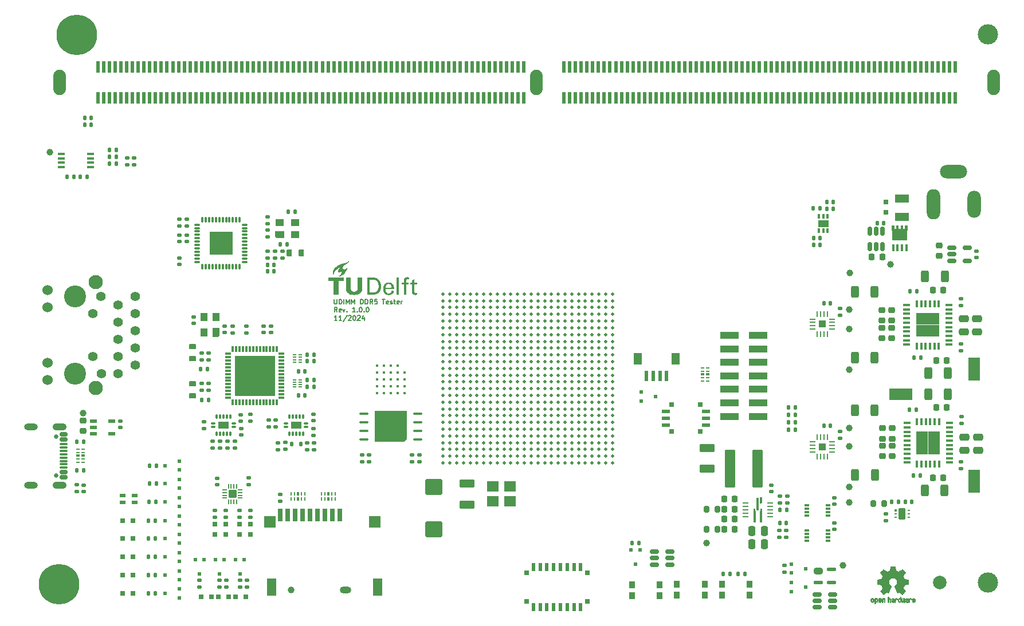
<source format=gbr>
G04 #@! TF.GenerationSoftware,KiCad,Pcbnew,7.0.11-rc3*
G04 #@! TF.CreationDate,2024-11-10T09:22:12+01:00*
G04 #@! TF.ProjectId,sodimm-ddr5-tester,736f6469-6d6d-42d6-9464-72352d746573,1.2.0*
G04 #@! TF.SameCoordinates,Original*
G04 #@! TF.FileFunction,Soldermask,Top*
G04 #@! TF.FilePolarity,Negative*
%FSLAX46Y46*%
G04 Gerber Fmt 4.6, Leading zero omitted, Abs format (unit mm)*
G04 Created by KiCad (PCBNEW 7.0.11-rc3) date 2024-11-10 09:22:12*
%MOMM*%
%LPD*%
G01*
G04 APERTURE LIST*
G04 Aperture macros list*
%AMRoundRect*
0 Rectangle with rounded corners*
0 $1 Rounding radius*
0 $2 $3 $4 $5 $6 $7 $8 $9 X,Y pos of 4 corners*
0 Add a 4 corners polygon primitive as box body*
4,1,4,$2,$3,$4,$5,$6,$7,$8,$9,$2,$3,0*
0 Add four circle primitives for the rounded corners*
1,1,$1+$1,$2,$3*
1,1,$1+$1,$4,$5*
1,1,$1+$1,$6,$7*
1,1,$1+$1,$8,$9*
0 Add four rect primitives between the rounded corners*
20,1,$1+$1,$2,$3,$4,$5,0*
20,1,$1+$1,$4,$5,$6,$7,0*
20,1,$1+$1,$6,$7,$8,$9,0*
20,1,$1+$1,$8,$9,$2,$3,0*%
%AMOutline5P*
0 Free polygon, 5 corners , with rotation*
0 The origin of the aperture is its center*
0 number of corners: always 5*
0 $1 to $10 corner X, Y*
0 $11 Rotation angle, in degrees counterclockwise*
0 create outline with 5 corners*
4,1,5,$1,$2,$3,$4,$5,$6,$7,$8,$9,$10,$1,$2,$11*%
%AMOutline6P*
0 Free polygon, 6 corners , with rotation*
0 The origin of the aperture is its center*
0 number of corners: always 6*
0 $1 to $12 corner X, Y*
0 $13 Rotation angle, in degrees counterclockwise*
0 create outline with 6 corners*
4,1,6,$1,$2,$3,$4,$5,$6,$7,$8,$9,$10,$11,$12,$1,$2,$13*%
%AMOutline7P*
0 Free polygon, 7 corners , with rotation*
0 The origin of the aperture is its center*
0 number of corners: always 7*
0 $1 to $14 corner X, Y*
0 $15 Rotation angle, in degrees counterclockwise*
0 create outline with 7 corners*
4,1,7,$1,$2,$3,$4,$5,$6,$7,$8,$9,$10,$11,$12,$13,$14,$1,$2,$15*%
%AMOutline8P*
0 Free polygon, 8 corners , with rotation*
0 The origin of the aperture is its center*
0 number of corners: always 8*
0 $1 to $16 corner X, Y*
0 $17 Rotation angle, in degrees counterclockwise*
0 create outline with 8 corners*
4,1,8,$1,$2,$3,$4,$5,$6,$7,$8,$9,$10,$11,$12,$13,$14,$15,$16,$1,$2,$17*%
%AMFreePoly0*
4,1,14,0.410353,0.160356,0.535354,0.035356,0.549998,0.000001,0.549998,-0.124999,0.535353,-0.160354,0.499998,-0.174999,-0.400002,-0.174999,-0.435357,-0.160354,-0.450002,-0.124999,-0.450002,0.125001,-0.435357,0.160356,-0.400002,0.175001,0.374998,0.175001,0.410353,0.160356,0.410353,0.160356,$1*%
%AMFreePoly1*
4,1,16,0.985355,0.185355,1.000000,0.150000,1.000000,-0.150000,0.985355,-0.185355,0.950000,-0.200000,-0.950000,-0.200000,-0.985355,-0.185355,-1.000000,-0.150000,-1.000000,0.050000,-0.985355,0.085355,-0.950000,0.100000,-0.670710,0.100000,-0.585356,0.185355,-0.550000,0.200000,0.950000,0.200000,0.985355,0.185355,0.985355,0.185355,$1*%
%AMFreePoly2*
4,1,16,0.985355,0.185355,1.000000,0.150000,1.000000,-0.150000,0.985355,-0.185355,0.950000,-0.200000,-0.550000,-0.200000,-0.585356,-0.185355,-0.670710,-0.100000,-0.950000,-0.100000,-0.985355,-0.085355,-1.000000,-0.050000,-1.000000,0.150000,-0.985355,0.185355,-0.950000,0.200000,0.950000,0.200000,0.985355,0.185355,0.985355,0.185355,$1*%
%AMFreePoly3*
4,1,18,-2.400000,1.860000,-1.935000,2.325000,2.167500,2.325000,2.256474,2.307302,2.331902,2.256902,2.382302,2.181474,2.400000,2.092500,2.400000,-2.092500,2.382302,-2.181474,2.331902,-2.256902,2.256474,-2.307302,2.167500,-2.325000,-2.167500,-2.325000,-2.256474,-2.307302,-2.331902,-2.256902,-2.382302,-2.181474,-2.400000,-2.092500,-2.400000,1.860000,-2.400000,1.860000,$1*%
%AMFreePoly4*
4,1,21,1.372500,0.787500,0.862500,0.787500,0.862500,0.532500,1.372500,0.532500,1.372500,0.127500,0.862500,0.127500,0.862500,-0.127500,1.372500,-0.127500,1.372500,-0.532500,0.862500,-0.532500,0.862500,-0.787500,1.372500,-0.787500,1.372500,-1.195000,0.612500,-1.195000,0.612500,-1.117500,-0.862500,-1.117500,-0.862500,1.117500,0.612500,1.117500,0.612500,1.195000,1.372500,1.195000,
1.372500,0.787500,1.372500,0.787500,$1*%
G04 Aperture macros list end*
%ADD10C,0.000000*%
%ADD11C,0.150000*%
%ADD12C,0.010000*%
%ADD13RoundRect,0.140000X0.170000X-0.140000X0.170000X0.140000X-0.170000X0.140000X-0.170000X-0.140000X0*%
%ADD14Outline5P,-0.650000X0.550000X0.650000X0.550000X0.650000X-0.550000X-0.430000X-0.550000X-0.650000X-0.330000X90.000000*%
%ADD15R,1.100000X1.300000*%
%ADD16RoundRect,0.135000X-0.135000X-0.185000X0.135000X-0.185000X0.135000X0.185000X-0.135000X0.185000X0*%
%ADD17RoundRect,0.135000X-0.185000X0.135000X-0.185000X-0.135000X0.185000X-0.135000X0.185000X0.135000X0*%
%ADD18RoundRect,0.140000X-0.170000X0.140000X-0.170000X-0.140000X0.170000X-0.140000X0.170000X0.140000X0*%
%ADD19RoundRect,0.140000X-0.140000X-0.170000X0.140000X-0.170000X0.140000X0.170000X-0.140000X0.170000X0*%
%ADD20RoundRect,0.114300X0.430700X-0.266700X0.430700X0.266700X-0.430700X0.266700X-0.430700X-0.266700X0*%
%ADD21RoundRect,0.114300X-0.430700X0.266700X-0.430700X-0.266700X0.430700X-0.266700X0.430700X0.266700X0*%
%ADD22RoundRect,0.140000X0.140000X0.170000X-0.140000X0.170000X-0.140000X-0.170000X0.140000X-0.170000X0*%
%ADD23RoundRect,0.114300X-0.266700X-0.430700X0.266700X-0.430700X0.266700X0.430700X-0.266700X0.430700X0*%
%ADD24RoundRect,0.135000X0.185000X-0.135000X0.185000X0.135000X-0.185000X0.135000X-0.185000X-0.135000X0*%
%ADD25Outline5P,-0.650000X0.550000X0.650000X0.550000X0.650000X-0.550000X-0.430000X-0.550000X-0.650000X-0.330000X0.000000*%
%ADD26R,1.300000X1.100000*%
%ADD27O,0.300000X0.900000*%
%ADD28O,0.900000X0.300000*%
%ADD29R,3.500000X3.500000*%
%ADD30C,0.500000*%
%ADD31RoundRect,0.250000X-0.250000X-0.475000X0.250000X-0.475000X0.250000X0.475000X-0.250000X0.475000X0*%
%ADD32RoundRect,0.135000X0.135000X0.185000X-0.135000X0.185000X-0.135000X-0.185000X0.135000X-0.185000X0*%
%ADD33R,0.600000X0.600000*%
%ADD34C,1.000000*%
%ADD35RoundRect,0.250000X0.312500X0.625000X-0.312500X0.625000X-0.312500X-0.625000X0.312500X-0.625000X0*%
%ADD36RoundRect,0.225000X-0.225000X-0.250000X0.225000X-0.250000X0.225000X0.250000X-0.225000X0.250000X0*%
%ADD37R,0.800000X0.800000*%
%ADD38RoundRect,0.225000X0.250000X-0.225000X0.250000X0.225000X-0.250000X0.225000X-0.250000X-0.225000X0*%
%ADD39C,3.250000*%
%ADD40C,1.397000*%
%ADD41C,1.524000*%
%ADD42C,2.100000*%
%ADD43C,2.108200*%
%ADD44RoundRect,0.225000X0.225000X0.250000X-0.225000X0.250000X-0.225000X-0.250000X0.225000X-0.250000X0*%
%ADD45R,2.032000X1.143000*%
%ADD46R,0.570000X1.800000*%
%ADD47O,1.875000X3.750000*%
%ADD48C,3.000000*%
%ADD49R,0.900000X1.000000*%
%ADD50RoundRect,0.225000X-0.250000X0.225000X-0.250000X-0.225000X0.250000X-0.225000X0.250000X0.225000X0*%
%ADD51R,1.200000X0.500000*%
%ADD52R,0.700000X0.700000*%
%ADD53R,0.500000X0.170000*%
%ADD54R,3.400000X1.800000*%
%ADD55FreePoly0,270.000000*%
%ADD56R,0.300000X1.900000*%
%ADD57R,0.900000X0.250000*%
%ADD58FreePoly1,270.000000*%
%ADD59FreePoly2,270.000000*%
%ADD60R,1.100000X0.400000*%
%ADD61RoundRect,0.150000X-0.512500X-0.150000X0.512500X-0.150000X0.512500X0.150000X-0.512500X0.150000X0*%
%ADD62RoundRect,0.062500X0.212500X-0.062500X0.212500X0.062500X-0.212500X0.062500X-0.212500X-0.062500X0*%
%ADD63RoundRect,0.100000X0.175000X-0.100000X0.175000X0.100000X-0.175000X0.100000X-0.175000X-0.100000X0*%
%ADD64RoundRect,0.062500X-0.062500X0.325000X-0.062500X-0.325000X0.062500X-0.325000X0.062500X0.325000X0*%
%ADD65RoundRect,0.062500X-0.325000X0.062500X-0.325000X-0.062500X0.325000X-0.062500X0.325000X0.062500X0*%
%ADD66R,1.100000X1.100000*%
%ADD67RoundRect,0.120000X0.980000X-0.480000X0.980000X0.480000X-0.980000X0.480000X-0.980000X-0.480000X0*%
%ADD68R,0.800000X0.300000*%
%ADD69RoundRect,0.100000X0.550000X-0.100000X0.550000X0.100000X-0.550000X0.100000X-0.550000X-0.100000X0*%
%ADD70FreePoly3,180.000000*%
%ADD71R,1.000000X0.550000*%
%ADD72R,0.450000X0.350000*%
%ADD73R,0.450000X0.250000*%
%ADD74R,1.000000X1.600000*%
%ADD75R,0.900000X1.800000*%
%ADD76R,0.300000X1.125000*%
%ADD77R,1.125000X0.300000*%
%ADD78R,1.725000X1.725000*%
%ADD79R,0.350000X0.650000*%
%ADD80R,1.600000X1.000000*%
%ADD81C,6.000000*%
%ADD82RoundRect,0.200000X0.200000X0.275000X-0.200000X0.275000X-0.200000X-0.275000X0.200000X-0.275000X0*%
%ADD83R,1.700000X1.500000*%
%ADD84RoundRect,0.062500X-0.062500X-0.212500X0.062500X-0.212500X0.062500X0.212500X-0.062500X0.212500X0*%
%ADD85RoundRect,0.100000X-0.100000X-0.175000X0.100000X-0.175000X0.100000X0.175000X-0.100000X0.175000X0*%
%ADD86O,0.800000X0.300000*%
%ADD87O,0.300000X0.800000*%
%ADD88R,1.500000X1.000000*%
%ADD89RoundRect,0.250000X0.475000X-0.250000X0.475000X0.250000X-0.475000X0.250000X-0.475000X-0.250000X0*%
%ADD90R,0.405000X0.990000*%
%ADD91FreePoly4,90.000000*%
%ADD92RoundRect,0.120000X-0.980000X0.480000X-0.980000X-0.480000X0.980000X-0.480000X0.980000X0.480000X0*%
%ADD93RoundRect,0.050000X-0.250000X-0.050000X0.250000X-0.050000X0.250000X0.050000X-0.250000X0.050000X0*%
%ADD94RoundRect,0.050000X0.050000X-0.250000X0.050000X0.250000X-0.050000X0.250000X-0.050000X-0.250000X0*%
%ADD95RoundRect,0.050000X0.550000X-0.550000X0.550000X0.550000X-0.550000X0.550000X-0.550000X-0.550000X0*%
%ADD96RoundRect,0.150000X0.512500X0.150000X-0.512500X0.150000X-0.512500X-0.150000X0.512500X-0.150000X0*%
%ADD97R,0.600000X1.550000*%
%ADD98R,1.200000X1.800000*%
%ADD99R,0.850000X0.500000*%
%ADD100RoundRect,0.231000X-1.029000X0.924000X-1.029000X-0.924000X1.029000X-0.924000X1.029000X0.924000X0*%
%ADD101O,1.700000X1.000000*%
%ADD102R,0.700000X1.900000*%
%ADD103R,1.700000X1.800000*%
%ADD104R,1.400000X2.600000*%
%ADD105C,0.400000*%
%ADD106R,1.800000X3.400000*%
%ADD107RoundRect,0.155000X0.620000X2.645000X-0.620000X2.645000X-0.620000X-2.645000X0.620000X-2.645000X0*%
%ADD108R,0.500000X1.200000*%
%ADD109RoundRect,0.235000X-0.420000X0.235000X-0.420000X-0.235000X0.420000X-0.235000X0.420000X0.235000X0*%
%ADD110RoundRect,0.137500X-0.517500X0.137500X-0.517500X-0.137500X0.517500X-0.137500X0.517500X0.137500X0*%
%ADD111C,0.650000*%
%ADD112RoundRect,0.150000X-0.425000X0.150000X-0.425000X-0.150000X0.425000X-0.150000X0.425000X0.150000X0*%
%ADD113RoundRect,0.075000X-0.500000X0.075000X-0.500000X-0.075000X0.500000X-0.075000X0.500000X0.075000X0*%
%ADD114O,2.100000X1.050000*%
%ADD115O,2.000000X1.000000*%
%ADD116RoundRect,0.150000X-0.150000X0.512500X-0.150000X-0.512500X0.150000X-0.512500X0.150000X0.512500X0*%
%ADD117RoundRect,0.125000X0.125000X0.175000X-0.125000X0.175000X-0.125000X-0.175000X0.125000X-0.175000X0*%
%ADD118C,2.000000*%
%ADD119RoundRect,0.075000X-0.362500X-0.075000X0.362500X-0.075000X0.362500X0.075000X-0.362500X0.075000X0*%
%ADD120RoundRect,0.075000X0.075000X-0.362500X0.075000X0.362500X-0.075000X0.362500X-0.075000X-0.362500X0*%
%ADD121R,5.900000X5.900000*%
%ADD122R,2.750000X1.000000*%
%ADD123O,2.000000X4.500000*%
%ADD124O,4.000000X1.990000*%
%ADD125O,2.000000X4.000000*%
G04 APERTURE END LIST*
D10*
G36*
X122129550Y-160631983D02*
G01*
X122535686Y-160631983D01*
X122535686Y-160863493D01*
X122129550Y-160863493D01*
X122129550Y-162002523D01*
X122129834Y-162014112D01*
X122130678Y-162025314D01*
X122132068Y-162036131D01*
X122133989Y-162046564D01*
X122136427Y-162056615D01*
X122139369Y-162066284D01*
X122142800Y-162075572D01*
X122146707Y-162084482D01*
X122151074Y-162093014D01*
X122155889Y-162101168D01*
X122161137Y-162108948D01*
X122166804Y-162116353D01*
X122172876Y-162123385D01*
X122179339Y-162130046D01*
X122186178Y-162136335D01*
X122193381Y-162142256D01*
X122200933Y-162147808D01*
X122208819Y-162152993D01*
X122217026Y-162157812D01*
X122225539Y-162162267D01*
X122234346Y-162166359D01*
X122243431Y-162170088D01*
X122262380Y-162176465D01*
X122282275Y-162181408D01*
X122303003Y-162184927D01*
X122324452Y-162187031D01*
X122346509Y-162187731D01*
X122367038Y-162187364D01*
X122388698Y-162186284D01*
X122411133Y-162184522D01*
X122433987Y-162182109D01*
X122456903Y-162179075D01*
X122479524Y-162175453D01*
X122501494Y-162171272D01*
X122522456Y-162166565D01*
X122522456Y-162421886D01*
X122493417Y-162426973D01*
X122464765Y-162431332D01*
X122436392Y-162434978D01*
X122408190Y-162437926D01*
X122380050Y-162440192D01*
X122351863Y-162441791D01*
X122323521Y-162442739D01*
X122294915Y-162443052D01*
X122249953Y-162442400D01*
X122207778Y-162440469D01*
X122168301Y-162437300D01*
X122131431Y-162432931D01*
X122097081Y-162427403D01*
X122065161Y-162420754D01*
X122035582Y-162413025D01*
X122008255Y-162404254D01*
X121983090Y-162394481D01*
X121959999Y-162383746D01*
X121938893Y-162372088D01*
X121919681Y-162359546D01*
X121902276Y-162346161D01*
X121886588Y-162331971D01*
X121872527Y-162317016D01*
X121860005Y-162301336D01*
X121848933Y-162284969D01*
X121839221Y-162267956D01*
X121830780Y-162250336D01*
X121823521Y-162232149D01*
X121817356Y-162213433D01*
X121812194Y-162194229D01*
X121804525Y-162154513D01*
X121799802Y-162113316D01*
X121797311Y-162070955D01*
X121796174Y-161984001D01*
X121796174Y-160862167D01*
X121494550Y-160862167D01*
X121494550Y-160630657D01*
X121796174Y-160631981D01*
X121796174Y-160256271D01*
X122129550Y-160151762D01*
X122129550Y-160631983D01*
G37*
G36*
X116103085Y-159860713D02*
G01*
X116196208Y-159868453D01*
X116283969Y-159881022D01*
X116366526Y-159898147D01*
X116444035Y-159919557D01*
X116516652Y-159944980D01*
X116584534Y-159974143D01*
X116647837Y-160006776D01*
X116706718Y-160042607D01*
X116761334Y-160081363D01*
X116811840Y-160122773D01*
X116858393Y-160166565D01*
X116901150Y-160212468D01*
X116940267Y-160260209D01*
X116975901Y-160309517D01*
X117008208Y-160360120D01*
X117037345Y-160411746D01*
X117063468Y-160464123D01*
X117086733Y-160516980D01*
X117107298Y-160570045D01*
X117140950Y-160675711D01*
X117165677Y-160778947D01*
X117182730Y-160877579D01*
X117193360Y-160969432D01*
X117198820Y-161052332D01*
X117200362Y-161124105D01*
X117198820Y-161195878D01*
X117193360Y-161278778D01*
X117182730Y-161370631D01*
X117165677Y-161469263D01*
X117140950Y-161572499D01*
X117107298Y-161678165D01*
X117086733Y-161731230D01*
X117063468Y-161784087D01*
X117037345Y-161836464D01*
X117008208Y-161888090D01*
X116975901Y-161938693D01*
X116940267Y-161988000D01*
X116901150Y-162035741D01*
X116858393Y-162081644D01*
X116811840Y-162125436D01*
X116761334Y-162166846D01*
X116706718Y-162205602D01*
X116647837Y-162241433D01*
X116584534Y-162274065D01*
X116516652Y-162303229D01*
X116444035Y-162328652D01*
X116366526Y-162350061D01*
X116283969Y-162367187D01*
X116196208Y-162379755D01*
X116103085Y-162387496D01*
X116004445Y-162390137D01*
X115135288Y-162390137D01*
X115135288Y-160161022D01*
X115485862Y-160161022D01*
X115485862Y-162089832D01*
X116004445Y-162089832D01*
X116058267Y-162088549D01*
X116110106Y-162084742D01*
X116159982Y-162078479D01*
X116207911Y-162069826D01*
X116253912Y-162058848D01*
X116298003Y-162045611D01*
X116340202Y-162030182D01*
X116380526Y-162012628D01*
X116418994Y-161993013D01*
X116455623Y-161971405D01*
X116490431Y-161947868D01*
X116523437Y-161922471D01*
X116554658Y-161895278D01*
X116584112Y-161866355D01*
X116611818Y-161835769D01*
X116637792Y-161803587D01*
X116662053Y-161769873D01*
X116684619Y-161734695D01*
X116705508Y-161698118D01*
X116724737Y-161660208D01*
X116742326Y-161621032D01*
X116758290Y-161580656D01*
X116785421Y-161496567D01*
X116806273Y-161408471D01*
X116820990Y-161316896D01*
X116829715Y-161222372D01*
X116832591Y-161125427D01*
X116829715Y-161028483D01*
X116820990Y-160933959D01*
X116806273Y-160842384D01*
X116796623Y-160797868D01*
X116785421Y-160754288D01*
X116772649Y-160711709D01*
X116758290Y-160670199D01*
X116742326Y-160629823D01*
X116724737Y-160590647D01*
X116705508Y-160552737D01*
X116684619Y-160516160D01*
X116662053Y-160480982D01*
X116637792Y-160447268D01*
X116611818Y-160415085D01*
X116584112Y-160384500D01*
X116554658Y-160355577D01*
X116523437Y-160328384D01*
X116490431Y-160302986D01*
X116455623Y-160279450D01*
X116418994Y-160257841D01*
X116380526Y-160238227D01*
X116340202Y-160220672D01*
X116298003Y-160205243D01*
X116253912Y-160192007D01*
X116207911Y-160181029D01*
X116159982Y-160172375D01*
X116110106Y-160166112D01*
X116058267Y-160162305D01*
X116004445Y-160161022D01*
X115485862Y-160161022D01*
X115135288Y-160161022D01*
X115135288Y-159858072D01*
X116004445Y-159858072D01*
X116103085Y-159860713D01*
G37*
G36*
X119852809Y-162390137D02*
G01*
X119519435Y-162390137D01*
X119519435Y-159859398D01*
X119852809Y-159859398D01*
X119852809Y-162390137D01*
G37*
G36*
X121129986Y-159806694D02*
G01*
X121145071Y-159807311D01*
X121160124Y-159808305D01*
X121175147Y-159809645D01*
X121205098Y-159813249D01*
X121234926Y-159817892D01*
X121264630Y-159823341D01*
X121294209Y-159829364D01*
X121352996Y-159842201D01*
X121352996Y-160118690D01*
X121268991Y-160111910D01*
X121247912Y-160110409D01*
X121226864Y-160109202D01*
X121205878Y-160108398D01*
X121184985Y-160108106D01*
X121150586Y-160108542D01*
X121118336Y-160109982D01*
X121088244Y-160112624D01*
X121060321Y-160116664D01*
X121047176Y-160119271D01*
X121034576Y-160122302D01*
X121022524Y-160125781D01*
X121011019Y-160129733D01*
X121000064Y-160134184D01*
X120989660Y-160139157D01*
X120979807Y-160144678D01*
X120970507Y-160150771D01*
X120961762Y-160157461D01*
X120953572Y-160164772D01*
X120945939Y-160172730D01*
X120938863Y-160181358D01*
X120932347Y-160190683D01*
X120926391Y-160200727D01*
X120920996Y-160211517D01*
X120916164Y-160223077D01*
X120911896Y-160235431D01*
X120908193Y-160248604D01*
X120905057Y-160262621D01*
X120902488Y-160277507D01*
X120900488Y-160293286D01*
X120899058Y-160309984D01*
X120898199Y-160327624D01*
X120897912Y-160346231D01*
X120897912Y-160630657D01*
X121304050Y-160630657D01*
X121304050Y-160862167D01*
X120897912Y-160862167D01*
X120897912Y-162390137D01*
X120564538Y-162390137D01*
X120564538Y-160862171D01*
X120220578Y-160862171D01*
X120220578Y-160630659D01*
X120564538Y-160630659D01*
X120564538Y-160301252D01*
X120565223Y-160270269D01*
X120567259Y-160240321D01*
X120570618Y-160211405D01*
X120575271Y-160183518D01*
X120581189Y-160156655D01*
X120588345Y-160130815D01*
X120596708Y-160105993D01*
X120606251Y-160082185D01*
X120616945Y-160059390D01*
X120628762Y-160037602D01*
X120641672Y-160016819D01*
X120655648Y-159997038D01*
X120670661Y-159978255D01*
X120686682Y-159960466D01*
X120703682Y-159943669D01*
X120721634Y-159927859D01*
X120740508Y-159913034D01*
X120760275Y-159899190D01*
X120780908Y-159886323D01*
X120802378Y-159874431D01*
X120824656Y-159863510D01*
X120847713Y-159853556D01*
X120871521Y-159844566D01*
X120896052Y-159836537D01*
X120947166Y-159823347D01*
X121000826Y-159813960D01*
X121056804Y-159808347D01*
X121114871Y-159806482D01*
X121129986Y-159806694D01*
G37*
G36*
X118386819Y-160578743D02*
G01*
X118431611Y-160581723D01*
X118475081Y-160586645D01*
X118517218Y-160593472D01*
X118558014Y-160602167D01*
X118597458Y-160612693D01*
X118635540Y-160625014D01*
X118672251Y-160639092D01*
X118707579Y-160654891D01*
X118741516Y-160672374D01*
X118774052Y-160691505D01*
X118805176Y-160712245D01*
X118834878Y-160734559D01*
X118863149Y-160758410D01*
X118889979Y-160783761D01*
X118915358Y-160810575D01*
X118939275Y-160838815D01*
X118961721Y-160868445D01*
X118982687Y-160899427D01*
X119002161Y-160931726D01*
X119020135Y-160965303D01*
X119036597Y-161000122D01*
X119051539Y-161036146D01*
X119064951Y-161073340D01*
X119076821Y-161111664D01*
X119087141Y-161151084D01*
X119095901Y-161191562D01*
X119103090Y-161233061D01*
X119108699Y-161275544D01*
X119112718Y-161318975D01*
X119115945Y-161408533D01*
X119115945Y-161575220D01*
X117863147Y-161575220D01*
X117864507Y-161635675D01*
X117868699Y-161695221D01*
X117875887Y-161753445D01*
X117886235Y-161809935D01*
X117892646Y-161837401D01*
X117899909Y-161864278D01*
X117908044Y-161890515D01*
X117917073Y-161916060D01*
X117927015Y-161940863D01*
X117937891Y-161964871D01*
X117949723Y-161988032D01*
X117962529Y-162010295D01*
X117976332Y-162031609D01*
X117991152Y-162051922D01*
X118007009Y-162071181D01*
X118023923Y-162089337D01*
X118041916Y-162106337D01*
X118061008Y-162122129D01*
X118081220Y-162136662D01*
X118102572Y-162149884D01*
X118125084Y-162161744D01*
X118148778Y-162172190D01*
X118173675Y-162181170D01*
X118199793Y-162188633D01*
X118227155Y-162194528D01*
X118255780Y-162198802D01*
X118285690Y-162201405D01*
X118316905Y-162202284D01*
X118364012Y-162201077D01*
X118408137Y-162197408D01*
X118429099Y-162194626D01*
X118449336Y-162191200D01*
X118468855Y-162187120D01*
X118487664Y-162182378D01*
X118505770Y-162176963D01*
X118523179Y-162170866D01*
X118539899Y-162164077D01*
X118555937Y-162156588D01*
X118571299Y-162148389D01*
X118585993Y-162139470D01*
X118600026Y-162129822D01*
X118613404Y-162119436D01*
X118626135Y-162108301D01*
X118638226Y-162096409D01*
X118649683Y-162083750D01*
X118660515Y-162070314D01*
X118670727Y-162056093D01*
X118680327Y-162041077D01*
X118689322Y-162025256D01*
X118697719Y-162008621D01*
X118705525Y-161991162D01*
X118712747Y-161972870D01*
X118719392Y-161953736D01*
X118725467Y-161933749D01*
X118730978Y-161912902D01*
X118735934Y-161891183D01*
X118744206Y-161845096D01*
X119094779Y-161845096D01*
X119089074Y-161881966D01*
X119081900Y-161917666D01*
X119073282Y-161952194D01*
X119063246Y-161985553D01*
X119051819Y-162017741D01*
X119039026Y-162048758D01*
X119024895Y-162078605D01*
X119009450Y-162107282D01*
X118992719Y-162134788D01*
X118974727Y-162161124D01*
X118955501Y-162186289D01*
X118935067Y-162210283D01*
X118913450Y-162233108D01*
X118890678Y-162254761D01*
X118866776Y-162275245D01*
X118841770Y-162294557D01*
X118815687Y-162312700D01*
X118788552Y-162329671D01*
X118760392Y-162345473D01*
X118731234Y-162360104D01*
X118670024Y-162385854D01*
X118605133Y-162406923D01*
X118536769Y-162423309D01*
X118465142Y-162435014D01*
X118390460Y-162442037D01*
X118312934Y-162444378D01*
X118260968Y-162443212D01*
X118210974Y-162439749D01*
X118162930Y-162434042D01*
X118116814Y-162426141D01*
X118072606Y-162416099D01*
X118030285Y-162403967D01*
X117989830Y-162389798D01*
X117951220Y-162373643D01*
X117914432Y-162355554D01*
X117879448Y-162335582D01*
X117846245Y-162313781D01*
X117814802Y-162290201D01*
X117785098Y-162264894D01*
X117757113Y-162237913D01*
X117730824Y-162209308D01*
X117706212Y-162179132D01*
X117683254Y-162147438D01*
X117661931Y-162114275D01*
X117642220Y-162079697D01*
X117624101Y-162043756D01*
X117607552Y-162006502D01*
X117592554Y-161967988D01*
X117567120Y-161887388D01*
X117547632Y-161802369D01*
X117533921Y-161713347D01*
X117525818Y-161620735D01*
X117523154Y-161524950D01*
X117526217Y-161429288D01*
X117534820Y-161342388D01*
X117869758Y-161342388D01*
X118764049Y-161342388D01*
X118762558Y-161286813D01*
X118758018Y-161233335D01*
X118750323Y-161182159D01*
X118745259Y-161157498D01*
X118739368Y-161133491D01*
X118732636Y-161110161D01*
X118725049Y-161087535D01*
X118716595Y-161065639D01*
X118707261Y-161044498D01*
X118697034Y-161024139D01*
X118685900Y-161004586D01*
X118673847Y-160985865D01*
X118660861Y-160968002D01*
X118646929Y-160951023D01*
X118632039Y-160934953D01*
X118616177Y-160919818D01*
X118599330Y-160905644D01*
X118581485Y-160892456D01*
X118562629Y-160880281D01*
X118542748Y-160869143D01*
X118521831Y-160859068D01*
X118499863Y-160850083D01*
X118476831Y-160842212D01*
X118452724Y-160835482D01*
X118427526Y-160829917D01*
X118401226Y-160825545D01*
X118373810Y-160822390D01*
X118345266Y-160820478D01*
X118315579Y-160819835D01*
X118289866Y-160820554D01*
X118264820Y-160822681D01*
X118240451Y-160826177D01*
X118216769Y-160831003D01*
X118193783Y-160837117D01*
X118171502Y-160844479D01*
X118149934Y-160853050D01*
X118129090Y-160862789D01*
X118108979Y-160873656D01*
X118089609Y-160885610D01*
X118070990Y-160898611D01*
X118053131Y-160912620D01*
X118036042Y-160927596D01*
X118019731Y-160943499D01*
X118004208Y-160960288D01*
X117989481Y-160977924D01*
X117975561Y-160996366D01*
X117962457Y-161015573D01*
X117950176Y-161035507D01*
X117938730Y-161056126D01*
X117918375Y-161099260D01*
X117901466Y-161144653D01*
X117888076Y-161191984D01*
X117878279Y-161240931D01*
X117872148Y-161291173D01*
X117869758Y-161342388D01*
X117534820Y-161342388D01*
X117535440Y-161336119D01*
X117542378Y-161290627D01*
X117550876Y-161245949D01*
X117560940Y-161202148D01*
X117572577Y-161159287D01*
X117585794Y-161117430D01*
X117600596Y-161076640D01*
X117616990Y-161036981D01*
X117634984Y-160998517D01*
X117654583Y-160961310D01*
X117675794Y-160925424D01*
X117698624Y-160890922D01*
X117723079Y-160857869D01*
X117749166Y-160826327D01*
X117776890Y-160796360D01*
X117806260Y-160768032D01*
X117837281Y-160741406D01*
X117869960Y-160716545D01*
X117904303Y-160693513D01*
X117940317Y-160672373D01*
X117978008Y-160653189D01*
X118017384Y-160636024D01*
X118058450Y-160620942D01*
X118101213Y-160608006D01*
X118145680Y-160597280D01*
X118191857Y-160588827D01*
X118239751Y-160582711D01*
X118289368Y-160578994D01*
X118340714Y-160577741D01*
X118386819Y-160578743D01*
G37*
G36*
X112714352Y-161425731D02*
G01*
X112714994Y-161454245D01*
X112716670Y-161482223D01*
X112719376Y-161509640D01*
X112723105Y-161536474D01*
X112727854Y-161562698D01*
X112733617Y-161588291D01*
X112740390Y-161613226D01*
X112748168Y-161637480D01*
X112756946Y-161661029D01*
X112766719Y-161683848D01*
X112777482Y-161705913D01*
X112789230Y-161727200D01*
X112801959Y-161747685D01*
X112815664Y-161767344D01*
X112830339Y-161786152D01*
X112845981Y-161804085D01*
X112862584Y-161821118D01*
X112880143Y-161837229D01*
X112898654Y-161852391D01*
X112918111Y-161866582D01*
X112938510Y-161879777D01*
X112959846Y-161891951D01*
X112982115Y-161903081D01*
X113005310Y-161913142D01*
X113029428Y-161922111D01*
X113054464Y-161929962D01*
X113080412Y-161936672D01*
X113107268Y-161942216D01*
X113135027Y-161946570D01*
X113163685Y-161949710D01*
X113193235Y-161951612D01*
X113223675Y-161952251D01*
X113254118Y-161951612D01*
X113283679Y-161949710D01*
X113312353Y-161946570D01*
X113340135Y-161942216D01*
X113367019Y-161936672D01*
X113392999Y-161929962D01*
X113418069Y-161922111D01*
X113442224Y-161913142D01*
X113465459Y-161903081D01*
X113487768Y-161891951D01*
X113509146Y-161879777D01*
X113529586Y-161866582D01*
X113549083Y-161852391D01*
X113567632Y-161837229D01*
X113585227Y-161821118D01*
X113601863Y-161804085D01*
X113617534Y-161786152D01*
X113632234Y-161767344D01*
X113645957Y-161747685D01*
X113658699Y-161727200D01*
X113670454Y-161705913D01*
X113681216Y-161683848D01*
X113690979Y-161661029D01*
X113699738Y-161637480D01*
X113707488Y-161613226D01*
X113714222Y-161588291D01*
X113719936Y-161562698D01*
X113724623Y-161536474D01*
X113728278Y-161509640D01*
X113730896Y-161482223D01*
X113732471Y-161454245D01*
X113732997Y-161425731D01*
X113732997Y-159859400D01*
X114434143Y-159859400D01*
X114434143Y-161461450D01*
X114431902Y-161526304D01*
X114426479Y-161588674D01*
X114417962Y-161648588D01*
X114406439Y-161706074D01*
X114392001Y-161761160D01*
X114374734Y-161813874D01*
X114354728Y-161864244D01*
X114332072Y-161912297D01*
X114306854Y-161958062D01*
X114279162Y-162001565D01*
X114249086Y-162042836D01*
X114216715Y-162081902D01*
X114182135Y-162118791D01*
X114145438Y-162153530D01*
X114106710Y-162186148D01*
X114066042Y-162216672D01*
X114023520Y-162245130D01*
X113979235Y-162271551D01*
X113933274Y-162295961D01*
X113885727Y-162318389D01*
X113836682Y-162338863D01*
X113786227Y-162357410D01*
X113734452Y-162374059D01*
X113681445Y-162388837D01*
X113627295Y-162401772D01*
X113572089Y-162412892D01*
X113458870Y-162429798D01*
X113342495Y-162439779D01*
X113223675Y-162443056D01*
X113104869Y-162439779D01*
X112988534Y-162429798D01*
X112875373Y-162412892D01*
X112766090Y-162388837D01*
X112661388Y-162357410D01*
X112561971Y-162318389D01*
X112514464Y-162295961D01*
X112468541Y-162271551D01*
X112424292Y-162245130D01*
X112381804Y-162216672D01*
X112341164Y-162186148D01*
X112302461Y-162153530D01*
X112265782Y-162118791D01*
X112231216Y-162081902D01*
X112198850Y-162042836D01*
X112168773Y-162001565D01*
X112141072Y-161958062D01*
X112115835Y-161912297D01*
X112093151Y-161864244D01*
X112073106Y-161813874D01*
X112055790Y-161761160D01*
X112041289Y-161706074D01*
X112029693Y-161648588D01*
X112021088Y-161588674D01*
X112015563Y-161526304D01*
X112013206Y-161461450D01*
X112013206Y-159859400D01*
X112714352Y-159859400D01*
X112714352Y-161425731D01*
G37*
G36*
X112468158Y-157326281D02*
G01*
X112471057Y-157326970D01*
X112473733Y-157328017D01*
X112476186Y-157329412D01*
X112478420Y-157331145D01*
X112480438Y-157333206D01*
X112482241Y-157335585D01*
X112483834Y-157338272D01*
X112485218Y-157341257D01*
X112487370Y-157348082D01*
X112488721Y-157355981D01*
X112489290Y-157364874D01*
X112489100Y-157374682D01*
X112488171Y-157385325D01*
X112486526Y-157396724D01*
X112484185Y-157408799D01*
X112481169Y-157421471D01*
X112477501Y-157434661D01*
X112473200Y-157448288D01*
X112468289Y-157462274D01*
X112455604Y-157490767D01*
X112439066Y-157519202D01*
X112418955Y-157547593D01*
X112395549Y-157575952D01*
X112369129Y-157604291D01*
X112339971Y-157632624D01*
X112274564Y-157689320D01*
X112201561Y-157746139D01*
X112123194Y-157803183D01*
X111959296Y-157918350D01*
X111878232Y-157976673D01*
X111800732Y-158035624D01*
X111729031Y-158095304D01*
X111696053Y-158125449D01*
X111665361Y-158155813D01*
X111637235Y-158186410D01*
X111611953Y-158217252D01*
X111589796Y-158248352D01*
X111571041Y-158279723D01*
X111555968Y-158311376D01*
X111544856Y-158343325D01*
X111537985Y-158375582D01*
X111535632Y-158408159D01*
X111536026Y-158429075D01*
X111537432Y-158448922D01*
X111539817Y-158467716D01*
X111543146Y-158485472D01*
X111547387Y-158502207D01*
X111552504Y-158517937D01*
X111558464Y-158532678D01*
X111565233Y-158546445D01*
X111572777Y-158559255D01*
X111581063Y-158571124D01*
X111590056Y-158582067D01*
X111599722Y-158592101D01*
X111610028Y-158601242D01*
X111620939Y-158609505D01*
X111632422Y-158616907D01*
X111644443Y-158623463D01*
X111656967Y-158629191D01*
X111669962Y-158634104D01*
X111683392Y-158638220D01*
X111697225Y-158641555D01*
X111711426Y-158644125D01*
X111725961Y-158645944D01*
X111740797Y-158647031D01*
X111755899Y-158647400D01*
X111786766Y-158646049D01*
X111818293Y-158642020D01*
X111850207Y-158635441D01*
X111882237Y-158626440D01*
X111898197Y-158621069D01*
X111914295Y-158614916D01*
X111930481Y-158608034D01*
X111946709Y-158600478D01*
X111962928Y-158592301D01*
X111979091Y-158583559D01*
X111995150Y-158574305D01*
X112011056Y-158564594D01*
X112026760Y-158554480D01*
X112042214Y-158544017D01*
X112057369Y-158533259D01*
X112072178Y-158522261D01*
X112086591Y-158511077D01*
X112100561Y-158499761D01*
X112114038Y-158488368D01*
X112126975Y-158476951D01*
X112136879Y-158467810D01*
X112146674Y-158458638D01*
X112151498Y-158454224D01*
X112156253Y-158450023D01*
X112160927Y-158446110D01*
X112165506Y-158442556D01*
X112169976Y-158439437D01*
X112172166Y-158438063D01*
X112174324Y-158436825D01*
X112176448Y-158435733D01*
X112178537Y-158434795D01*
X112180588Y-158434021D01*
X112182600Y-158433420D01*
X112184572Y-158433001D01*
X112186501Y-158432773D01*
X112188386Y-158432746D01*
X112190225Y-158432929D01*
X112192017Y-158433330D01*
X112193759Y-158433960D01*
X112195451Y-158434828D01*
X112197090Y-158435941D01*
X112198280Y-158436991D01*
X112199371Y-158438154D01*
X112200364Y-158439426D01*
X112201260Y-158440804D01*
X112202062Y-158442285D01*
X112202770Y-158443866D01*
X112203911Y-158447310D01*
X112204696Y-158451112D01*
X112205136Y-158455243D01*
X112205242Y-158459676D01*
X112205027Y-158464384D01*
X112204502Y-158469341D01*
X112203678Y-158474518D01*
X112202568Y-158479889D01*
X112201183Y-158485427D01*
X112199533Y-158491105D01*
X112197632Y-158496894D01*
X112195491Y-158502770D01*
X112193121Y-158508703D01*
X112164382Y-158596619D01*
X112127536Y-158688834D01*
X112082974Y-158784038D01*
X112031085Y-158880918D01*
X111972258Y-158978163D01*
X111906883Y-159074459D01*
X111835350Y-159168496D01*
X111758047Y-159258962D01*
X111675365Y-159344544D01*
X111587693Y-159423931D01*
X111542108Y-159460892D01*
X111495421Y-159495811D01*
X111447681Y-159528525D01*
X111398937Y-159558871D01*
X111349238Y-159586684D01*
X111298632Y-159611800D01*
X111247168Y-159634056D01*
X111194895Y-159653287D01*
X111141861Y-159669328D01*
X111088116Y-159682018D01*
X111033707Y-159691190D01*
X110978683Y-159696682D01*
X110963966Y-159698028D01*
X110949001Y-159699018D01*
X110941619Y-159699345D01*
X110934407Y-159699542D01*
X110927444Y-159699596D01*
X110920806Y-159699493D01*
X110914571Y-159699219D01*
X110908817Y-159698762D01*
X110903621Y-159698106D01*
X110899060Y-159697240D01*
X110897043Y-159696723D01*
X110895213Y-159696149D01*
X110893581Y-159695515D01*
X110892156Y-159694819D01*
X110890949Y-159694061D01*
X110889968Y-159693238D01*
X110889224Y-159692348D01*
X110888725Y-159691391D01*
X110887724Y-159687513D01*
X110887429Y-159683806D01*
X110887810Y-159680258D01*
X110888836Y-159676853D01*
X110890478Y-159673579D01*
X110892705Y-159670420D01*
X110895486Y-159667363D01*
X110898792Y-159664394D01*
X110906856Y-159658662D01*
X110916654Y-159653112D01*
X110927944Y-159647633D01*
X110940484Y-159642110D01*
X110968346Y-159630488D01*
X110998300Y-159617347D01*
X111013456Y-159609926D01*
X111028409Y-159601787D01*
X111042916Y-159592820D01*
X111056735Y-159582910D01*
X111096642Y-159550429D01*
X111133151Y-159517839D01*
X111166463Y-159484939D01*
X111196778Y-159451528D01*
X111224294Y-159417403D01*
X111249211Y-159382364D01*
X111271729Y-159346208D01*
X111292048Y-159308735D01*
X111310367Y-159269742D01*
X111326886Y-159229029D01*
X111341804Y-159186393D01*
X111355321Y-159141634D01*
X111367637Y-159094549D01*
X111378950Y-159044937D01*
X111389462Y-158992596D01*
X111399370Y-158937326D01*
X111400779Y-158928348D01*
X111402021Y-158919325D01*
X111403085Y-158910337D01*
X111403959Y-158901463D01*
X111404631Y-158892783D01*
X111405091Y-158884376D01*
X111405325Y-158876322D01*
X111405323Y-158868700D01*
X111405073Y-158861590D01*
X111404564Y-158855070D01*
X111403783Y-158849222D01*
X111402719Y-158844123D01*
X111402077Y-158841880D01*
X111401361Y-158839854D01*
X111400567Y-158838055D01*
X111399696Y-158836493D01*
X111398745Y-158835179D01*
X111397714Y-158834121D01*
X111396600Y-158833331D01*
X111395402Y-158832817D01*
X111393797Y-158832421D01*
X111392205Y-158832223D01*
X111390624Y-158832221D01*
X111389051Y-158832411D01*
X111387484Y-158832790D01*
X111385920Y-158833354D01*
X111384357Y-158834101D01*
X111382793Y-158835028D01*
X111379651Y-158837407D01*
X111376473Y-158840467D01*
X111373241Y-158844181D01*
X111369936Y-158848526D01*
X111366538Y-158853475D01*
X111363027Y-158859003D01*
X111355590Y-158871697D01*
X111338516Y-158902931D01*
X111328847Y-158918745D01*
X111317999Y-158934626D01*
X111306048Y-158950485D01*
X111293069Y-158966235D01*
X111264338Y-158997053D01*
X111232414Y-159026376D01*
X111215446Y-159040256D01*
X111197910Y-159053497D01*
X111179880Y-159066012D01*
X111161434Y-159077711D01*
X111142648Y-159088508D01*
X111123598Y-159098314D01*
X111104361Y-159107040D01*
X111085012Y-159114598D01*
X111065629Y-159120901D01*
X111046287Y-159125860D01*
X111027063Y-159129387D01*
X111008032Y-159131393D01*
X110989273Y-159131791D01*
X110970859Y-159130493D01*
X110952869Y-159127410D01*
X110935378Y-159122453D01*
X110918462Y-159115536D01*
X110902199Y-159106569D01*
X110886663Y-159095465D01*
X110871932Y-159082136D01*
X110858082Y-159066492D01*
X110845189Y-159048447D01*
X110833329Y-159027911D01*
X110822578Y-159004797D01*
X110815851Y-158986004D01*
X110811222Y-158967312D01*
X110808579Y-158948699D01*
X110807812Y-158930143D01*
X110808809Y-158911620D01*
X110811460Y-158893109D01*
X110815653Y-158874587D01*
X110821276Y-158856031D01*
X110828219Y-158837419D01*
X110836371Y-158818728D01*
X110855855Y-158781021D01*
X110878840Y-158742727D01*
X110904434Y-158703669D01*
X110959896Y-158622534D01*
X110987984Y-158580098D01*
X111015125Y-158536175D01*
X111040428Y-158490586D01*
X111052113Y-158467110D01*
X111063006Y-158443150D01*
X111072994Y-158418683D01*
X111081967Y-158393686D01*
X111089813Y-158368138D01*
X111096422Y-158342016D01*
X111099203Y-158328967D01*
X111101549Y-158317500D01*
X111102540Y-158312311D01*
X111103399Y-158307459D01*
X111104119Y-158302925D01*
X111104691Y-158298690D01*
X111105108Y-158294733D01*
X111105363Y-158291037D01*
X111105447Y-158287580D01*
X111105352Y-158284344D01*
X111105072Y-158281310D01*
X111104598Y-158278459D01*
X111103922Y-158275769D01*
X111103037Y-158273224D01*
X111102073Y-158270984D01*
X111100926Y-158269215D01*
X111099603Y-158267897D01*
X111098115Y-158267014D01*
X111096471Y-158266546D01*
X111094680Y-158266476D01*
X111092752Y-158266785D01*
X111090697Y-158267455D01*
X111088523Y-158268469D01*
X111086241Y-158269807D01*
X111081387Y-158273385D01*
X111076212Y-158278045D01*
X111070791Y-158283640D01*
X111065200Y-158290026D01*
X111059513Y-158297058D01*
X111053807Y-158304589D01*
X111048157Y-158312476D01*
X111042639Y-158320571D01*
X111037328Y-158328730D01*
X111027631Y-158344660D01*
X111007462Y-158376222D01*
X110985036Y-158406734D01*
X110960543Y-158436303D01*
X110934174Y-158465032D01*
X110906121Y-158493028D01*
X110876576Y-158520396D01*
X110813773Y-158573669D01*
X110541128Y-158782710D01*
X110475264Y-158838173D01*
X110443728Y-158866964D01*
X110413379Y-158896603D01*
X110384408Y-158927193D01*
X110357006Y-158958842D01*
X110331364Y-158991654D01*
X110307675Y-159025734D01*
X110286129Y-159061189D01*
X110266917Y-159098122D01*
X110250232Y-159136641D01*
X110236263Y-159176849D01*
X110225204Y-159218853D01*
X110217244Y-159262758D01*
X110212577Y-159308669D01*
X110211391Y-159356691D01*
X110211335Y-159393458D01*
X110210937Y-159427838D01*
X110210503Y-159443891D01*
X110209857Y-159459056D01*
X110208954Y-159473236D01*
X110207753Y-159486336D01*
X110206212Y-159498257D01*
X110204286Y-159508902D01*
X110203166Y-159513717D01*
X110201934Y-159518176D01*
X110200585Y-159522269D01*
X110199113Y-159525981D01*
X110197513Y-159529303D01*
X110195781Y-159532221D01*
X110193909Y-159534723D01*
X110191894Y-159536797D01*
X110189729Y-159538432D01*
X110187410Y-159539614D01*
X110184931Y-159540333D01*
X110182287Y-159540575D01*
X110179931Y-159540175D01*
X110177578Y-159539005D01*
X110175231Y-159537106D01*
X110172893Y-159534524D01*
X110168254Y-159527477D01*
X110163684Y-159518210D01*
X110159208Y-159507066D01*
X110154848Y-159494392D01*
X110150627Y-159480532D01*
X110146569Y-159465831D01*
X110139035Y-159435285D01*
X110132431Y-159405515D01*
X110122757Y-159359337D01*
X110107624Y-159278277D01*
X110098247Y-159200021D01*
X110094336Y-159124530D01*
X110095601Y-159051764D01*
X110101751Y-158981681D01*
X110112496Y-158914242D01*
X110127546Y-158849406D01*
X110146611Y-158787134D01*
X110169400Y-158727384D01*
X110195624Y-158670118D01*
X110224992Y-158615294D01*
X110257214Y-158562873D01*
X110291999Y-158512814D01*
X110329059Y-158465078D01*
X110368101Y-158419622D01*
X110408837Y-158376409D01*
X110450976Y-158335397D01*
X110494228Y-158296546D01*
X110582909Y-158225168D01*
X110672559Y-158161951D01*
X110760857Y-158106575D01*
X110845480Y-158058718D01*
X110924108Y-158018059D01*
X111054090Y-157957044D01*
X111137407Y-157922512D01*
X111223294Y-157891811D01*
X111311220Y-157864152D01*
X111400653Y-157838747D01*
X111762843Y-157743890D01*
X111851850Y-157717923D01*
X111939179Y-157689477D01*
X112024298Y-157657765D01*
X112106677Y-157621996D01*
X112185785Y-157581382D01*
X112223947Y-157559012D01*
X112261091Y-157535135D01*
X112297153Y-157509653D01*
X112332064Y-157482466D01*
X112365760Y-157453477D01*
X112398173Y-157422586D01*
X112403402Y-157417308D01*
X112408188Y-157412142D01*
X112412556Y-157407091D01*
X112416529Y-157402159D01*
X112420130Y-157397349D01*
X112423382Y-157392665D01*
X112426308Y-157388109D01*
X112428932Y-157383685D01*
X112431277Y-157379398D01*
X112433366Y-157375249D01*
X112435222Y-157371242D01*
X112436869Y-157367382D01*
X112438331Y-157363670D01*
X112439629Y-157360112D01*
X112441830Y-157353465D01*
X112445303Y-157342153D01*
X112446113Y-157339758D01*
X112446946Y-157337542D01*
X112447826Y-157335509D01*
X112448776Y-157333663D01*
X112449818Y-157332007D01*
X112450977Y-157330544D01*
X112452275Y-157329277D01*
X112453736Y-157328211D01*
X112455384Y-157327349D01*
X112457240Y-157326693D01*
X112459329Y-157326247D01*
X112461674Y-157326015D01*
X112465031Y-157325959D01*
X112468158Y-157326281D01*
G37*
G36*
X111683800Y-160350200D02*
G01*
X110897986Y-160350200D01*
X110897986Y-162390137D01*
X110196840Y-162390137D01*
X110196840Y-160350200D01*
X109411029Y-160350200D01*
X109411029Y-159859398D01*
X111683800Y-159859398D01*
X111683800Y-160350200D01*
G37*
D11*
X110723550Y-164955733D02*
X110490217Y-164622400D01*
X110323550Y-164955733D02*
X110323550Y-164255733D01*
X110323550Y-164255733D02*
X110590217Y-164255733D01*
X110590217Y-164255733D02*
X110656884Y-164289066D01*
X110656884Y-164289066D02*
X110690217Y-164322400D01*
X110690217Y-164322400D02*
X110723550Y-164389066D01*
X110723550Y-164389066D02*
X110723550Y-164489066D01*
X110723550Y-164489066D02*
X110690217Y-164555733D01*
X110690217Y-164555733D02*
X110656884Y-164589066D01*
X110656884Y-164589066D02*
X110590217Y-164622400D01*
X110590217Y-164622400D02*
X110323550Y-164622400D01*
X111290217Y-164922400D02*
X111223550Y-164955733D01*
X111223550Y-164955733D02*
X111090217Y-164955733D01*
X111090217Y-164955733D02*
X111023550Y-164922400D01*
X111023550Y-164922400D02*
X110990217Y-164855733D01*
X110990217Y-164855733D02*
X110990217Y-164589066D01*
X110990217Y-164589066D02*
X111023550Y-164522400D01*
X111023550Y-164522400D02*
X111090217Y-164489066D01*
X111090217Y-164489066D02*
X111223550Y-164489066D01*
X111223550Y-164489066D02*
X111290217Y-164522400D01*
X111290217Y-164522400D02*
X111323550Y-164589066D01*
X111323550Y-164589066D02*
X111323550Y-164655733D01*
X111323550Y-164655733D02*
X110990217Y-164722400D01*
X111556884Y-164489066D02*
X111723550Y-164955733D01*
X111723550Y-164955733D02*
X111890217Y-164489066D01*
X112156883Y-164889066D02*
X112190217Y-164922400D01*
X112190217Y-164922400D02*
X112156883Y-164955733D01*
X112156883Y-164955733D02*
X112123550Y-164922400D01*
X112123550Y-164922400D02*
X112156883Y-164889066D01*
X112156883Y-164889066D02*
X112156883Y-164955733D01*
X113390216Y-164955733D02*
X112990216Y-164955733D01*
X113190216Y-164955733D02*
X113190216Y-164255733D01*
X113190216Y-164255733D02*
X113123549Y-164355733D01*
X113123549Y-164355733D02*
X113056883Y-164422400D01*
X113056883Y-164422400D02*
X112990216Y-164455733D01*
X113690216Y-164889066D02*
X113723550Y-164922400D01*
X113723550Y-164922400D02*
X113690216Y-164955733D01*
X113690216Y-164955733D02*
X113656883Y-164922400D01*
X113656883Y-164922400D02*
X113690216Y-164889066D01*
X113690216Y-164889066D02*
X113690216Y-164955733D01*
X114156883Y-164255733D02*
X114223549Y-164255733D01*
X114223549Y-164255733D02*
X114290216Y-164289066D01*
X114290216Y-164289066D02*
X114323549Y-164322400D01*
X114323549Y-164322400D02*
X114356883Y-164389066D01*
X114356883Y-164389066D02*
X114390216Y-164522400D01*
X114390216Y-164522400D02*
X114390216Y-164689066D01*
X114390216Y-164689066D02*
X114356883Y-164822400D01*
X114356883Y-164822400D02*
X114323549Y-164889066D01*
X114323549Y-164889066D02*
X114290216Y-164922400D01*
X114290216Y-164922400D02*
X114223549Y-164955733D01*
X114223549Y-164955733D02*
X114156883Y-164955733D01*
X114156883Y-164955733D02*
X114090216Y-164922400D01*
X114090216Y-164922400D02*
X114056883Y-164889066D01*
X114056883Y-164889066D02*
X114023549Y-164822400D01*
X114023549Y-164822400D02*
X113990216Y-164689066D01*
X113990216Y-164689066D02*
X113990216Y-164522400D01*
X113990216Y-164522400D02*
X114023549Y-164389066D01*
X114023549Y-164389066D02*
X114056883Y-164322400D01*
X114056883Y-164322400D02*
X114090216Y-164289066D01*
X114090216Y-164289066D02*
X114156883Y-164255733D01*
X114690216Y-164889066D02*
X114723550Y-164922400D01*
X114723550Y-164922400D02*
X114690216Y-164955733D01*
X114690216Y-164955733D02*
X114656883Y-164922400D01*
X114656883Y-164922400D02*
X114690216Y-164889066D01*
X114690216Y-164889066D02*
X114690216Y-164955733D01*
X115156883Y-164255733D02*
X115223549Y-164255733D01*
X115223549Y-164255733D02*
X115290216Y-164289066D01*
X115290216Y-164289066D02*
X115323549Y-164322400D01*
X115323549Y-164322400D02*
X115356883Y-164389066D01*
X115356883Y-164389066D02*
X115390216Y-164522400D01*
X115390216Y-164522400D02*
X115390216Y-164689066D01*
X115390216Y-164689066D02*
X115356883Y-164822400D01*
X115356883Y-164822400D02*
X115323549Y-164889066D01*
X115323549Y-164889066D02*
X115290216Y-164922400D01*
X115290216Y-164922400D02*
X115223549Y-164955733D01*
X115223549Y-164955733D02*
X115156883Y-164955733D01*
X115156883Y-164955733D02*
X115090216Y-164922400D01*
X115090216Y-164922400D02*
X115056883Y-164889066D01*
X115056883Y-164889066D02*
X115023549Y-164822400D01*
X115023549Y-164822400D02*
X114990216Y-164689066D01*
X114990216Y-164689066D02*
X114990216Y-164522400D01*
X114990216Y-164522400D02*
X115023549Y-164389066D01*
X115023549Y-164389066D02*
X115056883Y-164322400D01*
X115056883Y-164322400D02*
X115090216Y-164289066D01*
X115090216Y-164289066D02*
X115156883Y-164255733D01*
X110715617Y-166174933D02*
X110315617Y-166174933D01*
X110515617Y-166174933D02*
X110515617Y-165474933D01*
X110515617Y-165474933D02*
X110448950Y-165574933D01*
X110448950Y-165574933D02*
X110382284Y-165641600D01*
X110382284Y-165641600D02*
X110315617Y-165674933D01*
X111382284Y-166174933D02*
X110982284Y-166174933D01*
X111182284Y-166174933D02*
X111182284Y-165474933D01*
X111182284Y-165474933D02*
X111115617Y-165574933D01*
X111115617Y-165574933D02*
X111048951Y-165641600D01*
X111048951Y-165641600D02*
X110982284Y-165674933D01*
X112182284Y-165441600D02*
X111582284Y-166341600D01*
X112382284Y-165541600D02*
X112415617Y-165508266D01*
X112415617Y-165508266D02*
X112482284Y-165474933D01*
X112482284Y-165474933D02*
X112648951Y-165474933D01*
X112648951Y-165474933D02*
X112715617Y-165508266D01*
X112715617Y-165508266D02*
X112748951Y-165541600D01*
X112748951Y-165541600D02*
X112782284Y-165608266D01*
X112782284Y-165608266D02*
X112782284Y-165674933D01*
X112782284Y-165674933D02*
X112748951Y-165774933D01*
X112748951Y-165774933D02*
X112348951Y-166174933D01*
X112348951Y-166174933D02*
X112782284Y-166174933D01*
X113215618Y-165474933D02*
X113282284Y-165474933D01*
X113282284Y-165474933D02*
X113348951Y-165508266D01*
X113348951Y-165508266D02*
X113382284Y-165541600D01*
X113382284Y-165541600D02*
X113415618Y-165608266D01*
X113415618Y-165608266D02*
X113448951Y-165741600D01*
X113448951Y-165741600D02*
X113448951Y-165908266D01*
X113448951Y-165908266D02*
X113415618Y-166041600D01*
X113415618Y-166041600D02*
X113382284Y-166108266D01*
X113382284Y-166108266D02*
X113348951Y-166141600D01*
X113348951Y-166141600D02*
X113282284Y-166174933D01*
X113282284Y-166174933D02*
X113215618Y-166174933D01*
X113215618Y-166174933D02*
X113148951Y-166141600D01*
X113148951Y-166141600D02*
X113115618Y-166108266D01*
X113115618Y-166108266D02*
X113082284Y-166041600D01*
X113082284Y-166041600D02*
X113048951Y-165908266D01*
X113048951Y-165908266D02*
X113048951Y-165741600D01*
X113048951Y-165741600D02*
X113082284Y-165608266D01*
X113082284Y-165608266D02*
X113115618Y-165541600D01*
X113115618Y-165541600D02*
X113148951Y-165508266D01*
X113148951Y-165508266D02*
X113215618Y-165474933D01*
X113715618Y-165541600D02*
X113748951Y-165508266D01*
X113748951Y-165508266D02*
X113815618Y-165474933D01*
X113815618Y-165474933D02*
X113982285Y-165474933D01*
X113982285Y-165474933D02*
X114048951Y-165508266D01*
X114048951Y-165508266D02*
X114082285Y-165541600D01*
X114082285Y-165541600D02*
X114115618Y-165608266D01*
X114115618Y-165608266D02*
X114115618Y-165674933D01*
X114115618Y-165674933D02*
X114082285Y-165774933D01*
X114082285Y-165774933D02*
X113682285Y-166174933D01*
X113682285Y-166174933D02*
X114115618Y-166174933D01*
X114715618Y-165708266D02*
X114715618Y-166174933D01*
X114548952Y-165441600D02*
X114382285Y-165941600D01*
X114382285Y-165941600D02*
X114815618Y-165941600D01*
X110272750Y-163087333D02*
X110272750Y-163654000D01*
X110272750Y-163654000D02*
X110306084Y-163720666D01*
X110306084Y-163720666D02*
X110339417Y-163754000D01*
X110339417Y-163754000D02*
X110406084Y-163787333D01*
X110406084Y-163787333D02*
X110539417Y-163787333D01*
X110539417Y-163787333D02*
X110606084Y-163754000D01*
X110606084Y-163754000D02*
X110639417Y-163720666D01*
X110639417Y-163720666D02*
X110672750Y-163654000D01*
X110672750Y-163654000D02*
X110672750Y-163087333D01*
X111006083Y-163787333D02*
X111006083Y-163087333D01*
X111006083Y-163087333D02*
X111172750Y-163087333D01*
X111172750Y-163087333D02*
X111272750Y-163120666D01*
X111272750Y-163120666D02*
X111339417Y-163187333D01*
X111339417Y-163187333D02*
X111372750Y-163254000D01*
X111372750Y-163254000D02*
X111406083Y-163387333D01*
X111406083Y-163387333D02*
X111406083Y-163487333D01*
X111406083Y-163487333D02*
X111372750Y-163620666D01*
X111372750Y-163620666D02*
X111339417Y-163687333D01*
X111339417Y-163687333D02*
X111272750Y-163754000D01*
X111272750Y-163754000D02*
X111172750Y-163787333D01*
X111172750Y-163787333D02*
X111006083Y-163787333D01*
X111706083Y-163787333D02*
X111706083Y-163087333D01*
X112039416Y-163787333D02*
X112039416Y-163087333D01*
X112039416Y-163087333D02*
X112272750Y-163587333D01*
X112272750Y-163587333D02*
X112506083Y-163087333D01*
X112506083Y-163087333D02*
X112506083Y-163787333D01*
X112839416Y-163787333D02*
X112839416Y-163087333D01*
X112839416Y-163087333D02*
X113072750Y-163587333D01*
X113072750Y-163587333D02*
X113306083Y-163087333D01*
X113306083Y-163087333D02*
X113306083Y-163787333D01*
X114172749Y-163787333D02*
X114172749Y-163087333D01*
X114172749Y-163087333D02*
X114339416Y-163087333D01*
X114339416Y-163087333D02*
X114439416Y-163120666D01*
X114439416Y-163120666D02*
X114506083Y-163187333D01*
X114506083Y-163187333D02*
X114539416Y-163254000D01*
X114539416Y-163254000D02*
X114572749Y-163387333D01*
X114572749Y-163387333D02*
X114572749Y-163487333D01*
X114572749Y-163487333D02*
X114539416Y-163620666D01*
X114539416Y-163620666D02*
X114506083Y-163687333D01*
X114506083Y-163687333D02*
X114439416Y-163754000D01*
X114439416Y-163754000D02*
X114339416Y-163787333D01*
X114339416Y-163787333D02*
X114172749Y-163787333D01*
X114872749Y-163787333D02*
X114872749Y-163087333D01*
X114872749Y-163087333D02*
X115039416Y-163087333D01*
X115039416Y-163087333D02*
X115139416Y-163120666D01*
X115139416Y-163120666D02*
X115206083Y-163187333D01*
X115206083Y-163187333D02*
X115239416Y-163254000D01*
X115239416Y-163254000D02*
X115272749Y-163387333D01*
X115272749Y-163387333D02*
X115272749Y-163487333D01*
X115272749Y-163487333D02*
X115239416Y-163620666D01*
X115239416Y-163620666D02*
X115206083Y-163687333D01*
X115206083Y-163687333D02*
X115139416Y-163754000D01*
X115139416Y-163754000D02*
X115039416Y-163787333D01*
X115039416Y-163787333D02*
X114872749Y-163787333D01*
X115972749Y-163787333D02*
X115739416Y-163454000D01*
X115572749Y-163787333D02*
X115572749Y-163087333D01*
X115572749Y-163087333D02*
X115839416Y-163087333D01*
X115839416Y-163087333D02*
X115906083Y-163120666D01*
X115906083Y-163120666D02*
X115939416Y-163154000D01*
X115939416Y-163154000D02*
X115972749Y-163220666D01*
X115972749Y-163220666D02*
X115972749Y-163320666D01*
X115972749Y-163320666D02*
X115939416Y-163387333D01*
X115939416Y-163387333D02*
X115906083Y-163420666D01*
X115906083Y-163420666D02*
X115839416Y-163454000D01*
X115839416Y-163454000D02*
X115572749Y-163454000D01*
X116606083Y-163087333D02*
X116272749Y-163087333D01*
X116272749Y-163087333D02*
X116239416Y-163420666D01*
X116239416Y-163420666D02*
X116272749Y-163387333D01*
X116272749Y-163387333D02*
X116339416Y-163354000D01*
X116339416Y-163354000D02*
X116506083Y-163354000D01*
X116506083Y-163354000D02*
X116572749Y-163387333D01*
X116572749Y-163387333D02*
X116606083Y-163420666D01*
X116606083Y-163420666D02*
X116639416Y-163487333D01*
X116639416Y-163487333D02*
X116639416Y-163654000D01*
X116639416Y-163654000D02*
X116606083Y-163720666D01*
X116606083Y-163720666D02*
X116572749Y-163754000D01*
X116572749Y-163754000D02*
X116506083Y-163787333D01*
X116506083Y-163787333D02*
X116339416Y-163787333D01*
X116339416Y-163787333D02*
X116272749Y-163754000D01*
X116272749Y-163754000D02*
X116239416Y-163720666D01*
X117372749Y-163087333D02*
X117772749Y-163087333D01*
X117572749Y-163787333D02*
X117572749Y-163087333D01*
X118272749Y-163754000D02*
X118206082Y-163787333D01*
X118206082Y-163787333D02*
X118072749Y-163787333D01*
X118072749Y-163787333D02*
X118006082Y-163754000D01*
X118006082Y-163754000D02*
X117972749Y-163687333D01*
X117972749Y-163687333D02*
X117972749Y-163420666D01*
X117972749Y-163420666D02*
X118006082Y-163354000D01*
X118006082Y-163354000D02*
X118072749Y-163320666D01*
X118072749Y-163320666D02*
X118206082Y-163320666D01*
X118206082Y-163320666D02*
X118272749Y-163354000D01*
X118272749Y-163354000D02*
X118306082Y-163420666D01*
X118306082Y-163420666D02*
X118306082Y-163487333D01*
X118306082Y-163487333D02*
X117972749Y-163554000D01*
X118572749Y-163754000D02*
X118639416Y-163787333D01*
X118639416Y-163787333D02*
X118772749Y-163787333D01*
X118772749Y-163787333D02*
X118839416Y-163754000D01*
X118839416Y-163754000D02*
X118872749Y-163687333D01*
X118872749Y-163687333D02*
X118872749Y-163654000D01*
X118872749Y-163654000D02*
X118839416Y-163587333D01*
X118839416Y-163587333D02*
X118772749Y-163554000D01*
X118772749Y-163554000D02*
X118672749Y-163554000D01*
X118672749Y-163554000D02*
X118606082Y-163520666D01*
X118606082Y-163520666D02*
X118572749Y-163454000D01*
X118572749Y-163454000D02*
X118572749Y-163420666D01*
X118572749Y-163420666D02*
X118606082Y-163354000D01*
X118606082Y-163354000D02*
X118672749Y-163320666D01*
X118672749Y-163320666D02*
X118772749Y-163320666D01*
X118772749Y-163320666D02*
X118839416Y-163354000D01*
X119072749Y-163320666D02*
X119339416Y-163320666D01*
X119172749Y-163087333D02*
X119172749Y-163687333D01*
X119172749Y-163687333D02*
X119206083Y-163754000D01*
X119206083Y-163754000D02*
X119272749Y-163787333D01*
X119272749Y-163787333D02*
X119339416Y-163787333D01*
X119839416Y-163754000D02*
X119772749Y-163787333D01*
X119772749Y-163787333D02*
X119639416Y-163787333D01*
X119639416Y-163787333D02*
X119572749Y-163754000D01*
X119572749Y-163754000D02*
X119539416Y-163687333D01*
X119539416Y-163687333D02*
X119539416Y-163420666D01*
X119539416Y-163420666D02*
X119572749Y-163354000D01*
X119572749Y-163354000D02*
X119639416Y-163320666D01*
X119639416Y-163320666D02*
X119772749Y-163320666D01*
X119772749Y-163320666D02*
X119839416Y-163354000D01*
X119839416Y-163354000D02*
X119872749Y-163420666D01*
X119872749Y-163420666D02*
X119872749Y-163487333D01*
X119872749Y-163487333D02*
X119539416Y-163554000D01*
X120172749Y-163787333D02*
X120172749Y-163320666D01*
X120172749Y-163454000D02*
X120206083Y-163387333D01*
X120206083Y-163387333D02*
X120239416Y-163354000D01*
X120239416Y-163354000D02*
X120306083Y-163320666D01*
X120306083Y-163320666D02*
X120372749Y-163320666D01*
D12*
X195463400Y-207317000D02*
X195480400Y-207325000D01*
X195522400Y-207358000D01*
X195557400Y-207405000D01*
X195579400Y-207456000D01*
X195583400Y-207481000D01*
X195571400Y-207515000D01*
X195545400Y-207534000D01*
X195516400Y-207545000D01*
X195504400Y-207547000D01*
X195497400Y-207532000D01*
X195485400Y-207500000D01*
X195480400Y-207485000D01*
X195449400Y-207434000D01*
X195405400Y-207409000D01*
X195349400Y-207410000D01*
X195344400Y-207411000D01*
X195314400Y-207425000D01*
X195292400Y-207453000D01*
X195277400Y-207498000D01*
X195268400Y-207563000D01*
X195264400Y-207652000D01*
X195263400Y-207700000D01*
X195263400Y-207775000D01*
X195262400Y-207826000D01*
X195259400Y-207858000D01*
X195253400Y-207877000D01*
X195242400Y-207888000D01*
X195227400Y-207896000D01*
X195226400Y-207896000D01*
X195197400Y-207908000D01*
X195183400Y-207913000D01*
X195181400Y-207899000D01*
X195179400Y-207861000D01*
X195177400Y-207804000D01*
X195176400Y-207733000D01*
X195176400Y-207680000D01*
X195177400Y-207579000D01*
X195181400Y-207502000D01*
X195188400Y-207445000D01*
X195200400Y-207403000D01*
X195218400Y-207373000D01*
X195243400Y-207349000D01*
X195268400Y-207332000D01*
X195328400Y-207310000D01*
X195397400Y-207305000D01*
X195463400Y-207317000D01*
G36*
X195463400Y-207317000D02*
G01*
X195480400Y-207325000D01*
X195522400Y-207358000D01*
X195557400Y-207405000D01*
X195579400Y-207456000D01*
X195583400Y-207481000D01*
X195571400Y-207515000D01*
X195545400Y-207534000D01*
X195516400Y-207545000D01*
X195504400Y-207547000D01*
X195497400Y-207532000D01*
X195485400Y-207500000D01*
X195480400Y-207485000D01*
X195449400Y-207434000D01*
X195405400Y-207409000D01*
X195349400Y-207410000D01*
X195344400Y-207411000D01*
X195314400Y-207425000D01*
X195292400Y-207453000D01*
X195277400Y-207498000D01*
X195268400Y-207563000D01*
X195264400Y-207652000D01*
X195263400Y-207700000D01*
X195263400Y-207775000D01*
X195262400Y-207826000D01*
X195259400Y-207858000D01*
X195253400Y-207877000D01*
X195242400Y-207888000D01*
X195227400Y-207896000D01*
X195226400Y-207896000D01*
X195197400Y-207908000D01*
X195183400Y-207913000D01*
X195181400Y-207899000D01*
X195179400Y-207861000D01*
X195177400Y-207804000D01*
X195176400Y-207733000D01*
X195176400Y-207680000D01*
X195177400Y-207579000D01*
X195181400Y-207502000D01*
X195188400Y-207445000D01*
X195200400Y-207403000D01*
X195218400Y-207373000D01*
X195243400Y-207349000D01*
X195268400Y-207332000D01*
X195328400Y-207310000D01*
X195397400Y-207305000D01*
X195463400Y-207317000D01*
G37*
X191527400Y-207286000D02*
X191573400Y-207313000D01*
X191606400Y-207340000D01*
X191629400Y-207368000D01*
X191646400Y-207402000D01*
X191656400Y-207448000D01*
X191661400Y-207509000D01*
X191664400Y-207592000D01*
X191664400Y-207652000D01*
X191664400Y-207871000D01*
X191602400Y-207899000D01*
X191541400Y-207926000D01*
X191533400Y-207686000D01*
X191530400Y-207597000D01*
X191527400Y-207531000D01*
X191523400Y-207487000D01*
X191518400Y-207457000D01*
X191511400Y-207439000D01*
X191501400Y-207428000D01*
X191498400Y-207426000D01*
X191450400Y-207407000D01*
X191402400Y-207414000D01*
X191374400Y-207434000D01*
X191362400Y-207448000D01*
X191354400Y-207467000D01*
X191349400Y-207495000D01*
X191346400Y-207538000D01*
X191345400Y-207600000D01*
X191345400Y-207666000D01*
X191345400Y-207748000D01*
X191343400Y-207806000D01*
X191338400Y-207845000D01*
X191328400Y-207870000D01*
X191311400Y-207887000D01*
X191285400Y-207900000D01*
X191250400Y-207913000D01*
X191212400Y-207928000D01*
X191217400Y-207670000D01*
X191218400Y-207577000D01*
X191221400Y-207508000D01*
X191224400Y-207459000D01*
X191228400Y-207425000D01*
X191235400Y-207400000D01*
X191245400Y-207381000D01*
X191256400Y-207363000D01*
X191312400Y-207308000D01*
X191379400Y-207276000D01*
X191453400Y-207269000D01*
X191527400Y-207286000D01*
G36*
X191527400Y-207286000D02*
G01*
X191573400Y-207313000D01*
X191606400Y-207340000D01*
X191629400Y-207368000D01*
X191646400Y-207402000D01*
X191656400Y-207448000D01*
X191661400Y-207509000D01*
X191664400Y-207592000D01*
X191664400Y-207652000D01*
X191664400Y-207871000D01*
X191602400Y-207899000D01*
X191541400Y-207926000D01*
X191533400Y-207686000D01*
X191530400Y-207597000D01*
X191527400Y-207531000D01*
X191523400Y-207487000D01*
X191518400Y-207457000D01*
X191511400Y-207439000D01*
X191501400Y-207428000D01*
X191498400Y-207426000D01*
X191450400Y-207407000D01*
X191402400Y-207414000D01*
X191374400Y-207434000D01*
X191362400Y-207448000D01*
X191354400Y-207467000D01*
X191349400Y-207495000D01*
X191346400Y-207538000D01*
X191345400Y-207600000D01*
X191345400Y-207666000D01*
X191345400Y-207748000D01*
X191343400Y-207806000D01*
X191338400Y-207845000D01*
X191328400Y-207870000D01*
X191311400Y-207887000D01*
X191285400Y-207900000D01*
X191250400Y-207913000D01*
X191212400Y-207928000D01*
X191217400Y-207670000D01*
X191218400Y-207577000D01*
X191221400Y-207508000D01*
X191224400Y-207459000D01*
X191228400Y-207425000D01*
X191235400Y-207400000D01*
X191245400Y-207381000D01*
X191256400Y-207363000D01*
X191312400Y-207308000D01*
X191379400Y-207276000D01*
X191453400Y-207269000D01*
X191527400Y-207286000D01*
G37*
X193340400Y-207308000D02*
X193406400Y-207333000D01*
X193460400Y-207376000D01*
X193481400Y-207406000D01*
X193503400Y-207461000D01*
X193503400Y-207502000D01*
X193479400Y-207529000D01*
X193470400Y-207533000D01*
X193432400Y-207548000D01*
X193413400Y-207544000D01*
X193406400Y-207520000D01*
X193406400Y-207507000D01*
X193393400Y-207458000D01*
X193362400Y-207423000D01*
X193318400Y-207407000D01*
X193269400Y-207411000D01*
X193229400Y-207433000D01*
X193216400Y-207445000D01*
X193206400Y-207460000D01*
X193200400Y-207483000D01*
X193196400Y-207518000D01*
X193193400Y-207571000D01*
X193191400Y-207646000D01*
X193190400Y-207670000D01*
X193188400Y-207752000D01*
X193186400Y-207810000D01*
X193183400Y-207848000D01*
X193178400Y-207872000D01*
X193169400Y-207885000D01*
X193157400Y-207893000D01*
X193150400Y-207897000D01*
X193118400Y-207909000D01*
X193099400Y-207913000D01*
X193092400Y-207899000D01*
X193089400Y-207858000D01*
X193087400Y-207789000D01*
X193088400Y-207692000D01*
X193088400Y-207677000D01*
X193091400Y-207588000D01*
X193093400Y-207524000D01*
X193097400Y-207478000D01*
X193102400Y-207445000D01*
X193110400Y-207422000D01*
X193121400Y-207402000D01*
X193127400Y-207394000D01*
X193161400Y-207357000D01*
X193198400Y-207328000D01*
X193203400Y-207325000D01*
X193270400Y-207305000D01*
X193340400Y-207308000D01*
G36*
X193340400Y-207308000D02*
G01*
X193406400Y-207333000D01*
X193460400Y-207376000D01*
X193481400Y-207406000D01*
X193503400Y-207461000D01*
X193503400Y-207502000D01*
X193479400Y-207529000D01*
X193470400Y-207533000D01*
X193432400Y-207548000D01*
X193413400Y-207544000D01*
X193406400Y-207520000D01*
X193406400Y-207507000D01*
X193393400Y-207458000D01*
X193362400Y-207423000D01*
X193318400Y-207407000D01*
X193269400Y-207411000D01*
X193229400Y-207433000D01*
X193216400Y-207445000D01*
X193206400Y-207460000D01*
X193200400Y-207483000D01*
X193196400Y-207518000D01*
X193193400Y-207571000D01*
X193191400Y-207646000D01*
X193190400Y-207670000D01*
X193188400Y-207752000D01*
X193186400Y-207810000D01*
X193183400Y-207848000D01*
X193178400Y-207872000D01*
X193169400Y-207885000D01*
X193157400Y-207893000D01*
X193150400Y-207897000D01*
X193118400Y-207909000D01*
X193099400Y-207913000D01*
X193092400Y-207899000D01*
X193089400Y-207858000D01*
X193087400Y-207789000D01*
X193088400Y-207692000D01*
X193088400Y-207677000D01*
X193091400Y-207588000D01*
X193093400Y-207524000D01*
X193097400Y-207478000D01*
X193102400Y-207445000D01*
X193110400Y-207422000D01*
X193121400Y-207402000D01*
X193127400Y-207394000D01*
X193161400Y-207357000D01*
X193198400Y-207328000D01*
X193203400Y-207325000D01*
X193270400Y-207305000D01*
X193340400Y-207308000D01*
G37*
X192186400Y-207210000D02*
X192191400Y-207269000D01*
X192196400Y-207304000D01*
X192202400Y-207319000D01*
X192212400Y-207320000D01*
X192215400Y-207318000D01*
X192258400Y-207305000D01*
X192314400Y-207305000D01*
X192370400Y-207319000D01*
X192406400Y-207336000D01*
X192442400Y-207364000D01*
X192468400Y-207396000D01*
X192486400Y-207436000D01*
X192498400Y-207490000D01*
X192504400Y-207562000D01*
X192506400Y-207657000D01*
X192506400Y-207676000D01*
X192506400Y-207881000D01*
X192460400Y-207897000D01*
X192428400Y-207908000D01*
X192410400Y-207913000D01*
X192409400Y-207913000D01*
X192407400Y-207899000D01*
X192406400Y-207862000D01*
X192405400Y-207805000D01*
X192404400Y-207734000D01*
X192404400Y-207691000D01*
X192404400Y-207605000D01*
X192403400Y-207544000D01*
X192400400Y-207503000D01*
X192396400Y-207475000D01*
X192388400Y-207457000D01*
X192377400Y-207443000D01*
X192371400Y-207437000D01*
X192324400Y-207410000D01*
X192273400Y-207408000D01*
X192227400Y-207430000D01*
X192218400Y-207439000D01*
X192205400Y-207454000D01*
X192197400Y-207472000D01*
X192191400Y-207498000D01*
X192188400Y-207538000D01*
X192187400Y-207596000D01*
X192186400Y-207677000D01*
X192186400Y-207881000D01*
X192141400Y-207897000D01*
X192108400Y-207908000D01*
X192090400Y-207913000D01*
X192089400Y-207899000D01*
X192087400Y-207860000D01*
X192086400Y-207799000D01*
X192086400Y-207721000D01*
X192085400Y-207628000D01*
X192085400Y-207525000D01*
X192085400Y-207128000D01*
X192132400Y-207108000D01*
X192179400Y-207088000D01*
X192186400Y-207210000D01*
G36*
X192186400Y-207210000D02*
G01*
X192191400Y-207269000D01*
X192196400Y-207304000D01*
X192202400Y-207319000D01*
X192212400Y-207320000D01*
X192215400Y-207318000D01*
X192258400Y-207305000D01*
X192314400Y-207305000D01*
X192370400Y-207319000D01*
X192406400Y-207336000D01*
X192442400Y-207364000D01*
X192468400Y-207396000D01*
X192486400Y-207436000D01*
X192498400Y-207490000D01*
X192504400Y-207562000D01*
X192506400Y-207657000D01*
X192506400Y-207676000D01*
X192506400Y-207881000D01*
X192460400Y-207897000D01*
X192428400Y-207908000D01*
X192410400Y-207913000D01*
X192409400Y-207913000D01*
X192407400Y-207899000D01*
X192406400Y-207862000D01*
X192405400Y-207805000D01*
X192404400Y-207734000D01*
X192404400Y-207691000D01*
X192404400Y-207605000D01*
X192403400Y-207544000D01*
X192400400Y-207503000D01*
X192396400Y-207475000D01*
X192388400Y-207457000D01*
X192377400Y-207443000D01*
X192371400Y-207437000D01*
X192324400Y-207410000D01*
X192273400Y-207408000D01*
X192227400Y-207430000D01*
X192218400Y-207439000D01*
X192205400Y-207454000D01*
X192197400Y-207472000D01*
X192191400Y-207498000D01*
X192188400Y-207538000D01*
X192187400Y-207596000D01*
X192186400Y-207677000D01*
X192186400Y-207881000D01*
X192141400Y-207897000D01*
X192108400Y-207908000D01*
X192090400Y-207913000D01*
X192089400Y-207899000D01*
X192087400Y-207860000D01*
X192086400Y-207799000D01*
X192086400Y-207721000D01*
X192085400Y-207628000D01*
X192085400Y-207525000D01*
X192085400Y-207128000D01*
X192132400Y-207108000D01*
X192179400Y-207088000D01*
X192186400Y-207210000D01*
G37*
X194590400Y-207317000D02*
X194593400Y-207355000D01*
X194594400Y-207413000D01*
X194595400Y-207487000D01*
X194596400Y-207564000D01*
X194596400Y-207824000D01*
X194550400Y-207870000D01*
X194518400Y-207898000D01*
X194490400Y-207909000D01*
X194452400Y-207909000D01*
X194437400Y-207907000D01*
X194390400Y-207901000D01*
X194351400Y-207898000D01*
X194342400Y-207898000D01*
X194310400Y-207900000D01*
X194264400Y-207905000D01*
X194246400Y-207907000D01*
X194203400Y-207910000D01*
X194173400Y-207903000D01*
X194144400Y-207880000D01*
X194134400Y-207870000D01*
X194088400Y-207824000D01*
X194088400Y-207337000D01*
X194125400Y-207320000D01*
X194157400Y-207308000D01*
X194175400Y-207303000D01*
X194180400Y-207317000D01*
X194184400Y-207356000D01*
X194188400Y-207415000D01*
X194191400Y-207490000D01*
X194193400Y-207554000D01*
X194197400Y-207804000D01*
X194231400Y-207809000D01*
X194263400Y-207806000D01*
X194278400Y-207795000D01*
X194283400Y-207774000D01*
X194286400Y-207730000D01*
X194289400Y-207668000D01*
X194291400Y-207593000D01*
X194291400Y-207555000D01*
X194291400Y-207335000D01*
X194337400Y-207319000D01*
X194369400Y-207309000D01*
X194387400Y-207303000D01*
X194389400Y-207317000D01*
X194391400Y-207355000D01*
X194393400Y-207413000D01*
X194395400Y-207486000D01*
X194396400Y-207554000D01*
X194400400Y-207804000D01*
X194487400Y-207804000D01*
X194491400Y-207576000D01*
X194495400Y-207347000D01*
X194537400Y-207325000D01*
X194569400Y-207310000D01*
X194587400Y-207303000D01*
X194588400Y-207303000D01*
X194590400Y-207317000D01*
G36*
X194590400Y-207317000D02*
G01*
X194593400Y-207355000D01*
X194594400Y-207413000D01*
X194595400Y-207487000D01*
X194596400Y-207564000D01*
X194596400Y-207824000D01*
X194550400Y-207870000D01*
X194518400Y-207898000D01*
X194490400Y-207909000D01*
X194452400Y-207909000D01*
X194437400Y-207907000D01*
X194390400Y-207901000D01*
X194351400Y-207898000D01*
X194342400Y-207898000D01*
X194310400Y-207900000D01*
X194264400Y-207905000D01*
X194246400Y-207907000D01*
X194203400Y-207910000D01*
X194173400Y-207903000D01*
X194144400Y-207880000D01*
X194134400Y-207870000D01*
X194088400Y-207824000D01*
X194088400Y-207337000D01*
X194125400Y-207320000D01*
X194157400Y-207308000D01*
X194175400Y-207303000D01*
X194180400Y-207317000D01*
X194184400Y-207356000D01*
X194188400Y-207415000D01*
X194191400Y-207490000D01*
X194193400Y-207554000D01*
X194197400Y-207804000D01*
X194231400Y-207809000D01*
X194263400Y-207806000D01*
X194278400Y-207795000D01*
X194283400Y-207774000D01*
X194286400Y-207730000D01*
X194289400Y-207668000D01*
X194291400Y-207593000D01*
X194291400Y-207555000D01*
X194291400Y-207335000D01*
X194337400Y-207319000D01*
X194369400Y-207309000D01*
X194387400Y-207303000D01*
X194389400Y-207317000D01*
X194391400Y-207355000D01*
X194393400Y-207413000D01*
X194395400Y-207486000D01*
X194396400Y-207554000D01*
X194400400Y-207804000D01*
X194487400Y-207804000D01*
X194491400Y-207576000D01*
X194495400Y-207347000D01*
X194537400Y-207325000D01*
X194569400Y-207310000D01*
X194587400Y-207303000D01*
X194588400Y-207303000D01*
X194590400Y-207317000D01*
G37*
X189852400Y-207280000D02*
X189920400Y-207316000D01*
X189970400Y-207374000D01*
X189988400Y-207411000D01*
X190002400Y-207466000D01*
X190009400Y-207537000D01*
X190009400Y-207613000D01*
X190004400Y-207688000D01*
X189993400Y-207753000D01*
X189976400Y-207799000D01*
X189971400Y-207807000D01*
X189911400Y-207867000D01*
X189839400Y-207903000D01*
X189762400Y-207914000D01*
X189683400Y-207897000D01*
X189661400Y-207888000D01*
X189619400Y-207858000D01*
X189581400Y-207818000D01*
X189578400Y-207813000D01*
X189563400Y-207789000D01*
X189554400Y-207763000D01*
X189548400Y-207729000D01*
X189546400Y-207680000D01*
X189545400Y-207609000D01*
X189545400Y-207594000D01*
X189545400Y-207589000D01*
X189690400Y-207589000D01*
X189691400Y-207655000D01*
X189694400Y-207699000D01*
X189701400Y-207727000D01*
X189713400Y-207747000D01*
X189719400Y-207753000D01*
X189754400Y-207778000D01*
X189787400Y-207777000D01*
X189821400Y-207756000D01*
X189842400Y-207733000D01*
X189854400Y-207699000D01*
X189861400Y-207646000D01*
X189861400Y-207640000D01*
X189862400Y-207544000D01*
X189850400Y-207473000D01*
X189825400Y-207427000D01*
X189787400Y-207406000D01*
X189773400Y-207405000D01*
X189738400Y-207411000D01*
X189713400Y-207430000D01*
X189699400Y-207468000D01*
X189691400Y-207527000D01*
X189690400Y-207589000D01*
X189545400Y-207589000D01*
X189545400Y-207519000D01*
X189548400Y-207467000D01*
X189553400Y-207430000D01*
X189561400Y-207404000D01*
X189575400Y-207380000D01*
X189577400Y-207376000D01*
X189627400Y-207317000D01*
X189681400Y-207282000D01*
X189746400Y-207269000D01*
X189768400Y-207268000D01*
X189852400Y-207280000D01*
G36*
X189852400Y-207280000D02*
G01*
X189920400Y-207316000D01*
X189970400Y-207374000D01*
X189988400Y-207411000D01*
X190002400Y-207466000D01*
X190009400Y-207537000D01*
X190009400Y-207613000D01*
X190004400Y-207688000D01*
X189993400Y-207753000D01*
X189976400Y-207799000D01*
X189971400Y-207807000D01*
X189911400Y-207867000D01*
X189839400Y-207903000D01*
X189762400Y-207914000D01*
X189683400Y-207897000D01*
X189661400Y-207888000D01*
X189619400Y-207858000D01*
X189581400Y-207818000D01*
X189578400Y-207813000D01*
X189563400Y-207789000D01*
X189554400Y-207763000D01*
X189548400Y-207729000D01*
X189546400Y-207680000D01*
X189545400Y-207609000D01*
X189545400Y-207594000D01*
X189545400Y-207589000D01*
X189690400Y-207589000D01*
X189691400Y-207655000D01*
X189694400Y-207699000D01*
X189701400Y-207727000D01*
X189713400Y-207747000D01*
X189719400Y-207753000D01*
X189754400Y-207778000D01*
X189787400Y-207777000D01*
X189821400Y-207756000D01*
X189842400Y-207733000D01*
X189854400Y-207699000D01*
X189861400Y-207646000D01*
X189861400Y-207640000D01*
X189862400Y-207544000D01*
X189850400Y-207473000D01*
X189825400Y-207427000D01*
X189787400Y-207406000D01*
X189773400Y-207405000D01*
X189738400Y-207411000D01*
X189713400Y-207430000D01*
X189699400Y-207468000D01*
X189691400Y-207527000D01*
X189690400Y-207589000D01*
X189545400Y-207589000D01*
X189545400Y-207519000D01*
X189548400Y-207467000D01*
X189553400Y-207430000D01*
X189561400Y-207404000D01*
X189575400Y-207380000D01*
X189577400Y-207376000D01*
X189627400Y-207317000D01*
X189681400Y-207282000D01*
X189746400Y-207269000D01*
X189768400Y-207268000D01*
X189852400Y-207280000D01*
G37*
X195964400Y-207325000D02*
X196022400Y-207363000D01*
X196049400Y-207397000D01*
X196071400Y-207458000D01*
X196073400Y-207506000D01*
X196069400Y-207570000D01*
X195920400Y-207635000D01*
X195848400Y-207669000D01*
X195801400Y-207695000D01*
X195776400Y-207719000D01*
X195772400Y-207741000D01*
X195785400Y-207766000D01*
X195800400Y-207782000D01*
X195844400Y-207809000D01*
X195892400Y-207811000D01*
X195936400Y-207790000D01*
X195968400Y-207749000D01*
X195974400Y-207735000D01*
X196001400Y-207690000D01*
X196033400Y-207671000D01*
X196076400Y-207654000D01*
X196076400Y-207716000D01*
X196072400Y-207759000D01*
X196057400Y-207794000D01*
X196026400Y-207835000D01*
X196021400Y-207841000D01*
X195986400Y-207877000D01*
X195956400Y-207897000D01*
X195918400Y-207906000D01*
X195887400Y-207909000D01*
X195831400Y-207909000D01*
X195791400Y-207900000D01*
X195766400Y-207886000D01*
X195727400Y-207856000D01*
X195700400Y-207823000D01*
X195683400Y-207782000D01*
X195674400Y-207726000D01*
X195670400Y-207650000D01*
X195670400Y-207611000D01*
X195671400Y-207565000D01*
X195759400Y-207565000D01*
X195760400Y-207590000D01*
X195762400Y-207594000D01*
X195779400Y-207588000D01*
X195815400Y-207574000D01*
X195863400Y-207553000D01*
X195873400Y-207548000D01*
X195934400Y-207517000D01*
X195967400Y-207490000D01*
X195974400Y-207465000D01*
X195957400Y-207439000D01*
X195942400Y-207428000D01*
X195890400Y-207405000D01*
X195841400Y-207409000D01*
X195800400Y-207436000D01*
X195771400Y-207486000D01*
X195762400Y-207525000D01*
X195759400Y-207565000D01*
X195671400Y-207565000D01*
X195672400Y-207521000D01*
X195679400Y-207454000D01*
X195692400Y-207405000D01*
X195715400Y-207369000D01*
X195747400Y-207341000D01*
X195761400Y-207332000D01*
X195826400Y-207308000D01*
X195896400Y-207307000D01*
X195964400Y-207325000D01*
G36*
X195964400Y-207325000D02*
G01*
X196022400Y-207363000D01*
X196049400Y-207397000D01*
X196071400Y-207458000D01*
X196073400Y-207506000D01*
X196069400Y-207570000D01*
X195920400Y-207635000D01*
X195848400Y-207669000D01*
X195801400Y-207695000D01*
X195776400Y-207719000D01*
X195772400Y-207741000D01*
X195785400Y-207766000D01*
X195800400Y-207782000D01*
X195844400Y-207809000D01*
X195892400Y-207811000D01*
X195936400Y-207790000D01*
X195968400Y-207749000D01*
X195974400Y-207735000D01*
X196001400Y-207690000D01*
X196033400Y-207671000D01*
X196076400Y-207654000D01*
X196076400Y-207716000D01*
X196072400Y-207759000D01*
X196057400Y-207794000D01*
X196026400Y-207835000D01*
X196021400Y-207841000D01*
X195986400Y-207877000D01*
X195956400Y-207897000D01*
X195918400Y-207906000D01*
X195887400Y-207909000D01*
X195831400Y-207909000D01*
X195791400Y-207900000D01*
X195766400Y-207886000D01*
X195727400Y-207856000D01*
X195700400Y-207823000D01*
X195683400Y-207782000D01*
X195674400Y-207726000D01*
X195670400Y-207650000D01*
X195670400Y-207611000D01*
X195671400Y-207565000D01*
X195759400Y-207565000D01*
X195760400Y-207590000D01*
X195762400Y-207594000D01*
X195779400Y-207588000D01*
X195815400Y-207574000D01*
X195863400Y-207553000D01*
X195873400Y-207548000D01*
X195934400Y-207517000D01*
X195967400Y-207490000D01*
X195974400Y-207465000D01*
X195957400Y-207439000D01*
X195942400Y-207428000D01*
X195890400Y-207405000D01*
X195841400Y-207409000D01*
X195800400Y-207436000D01*
X195771400Y-207486000D01*
X195762400Y-207525000D01*
X195759400Y-207565000D01*
X195671400Y-207565000D01*
X195672400Y-207521000D01*
X195679400Y-207454000D01*
X195692400Y-207405000D01*
X195715400Y-207369000D01*
X195747400Y-207341000D01*
X195761400Y-207332000D01*
X195826400Y-207308000D01*
X195896400Y-207307000D01*
X195964400Y-207325000D01*
G37*
X190979400Y-207290000D02*
X191036400Y-207328000D01*
X191080400Y-207384000D01*
X191107400Y-207455000D01*
X191112400Y-207507000D01*
X191111400Y-207528000D01*
X191106400Y-207545000D01*
X191092400Y-207560000D01*
X191065400Y-207576000D01*
X191020400Y-207598000D01*
X190953400Y-207628000D01*
X190891400Y-207656000D01*
X190840400Y-207681000D01*
X190806400Y-207701000D01*
X190793400Y-207711000D01*
X190804400Y-207735000D01*
X190831400Y-207760000D01*
X190861400Y-207779000D01*
X190877400Y-207782000D01*
X190919400Y-207770000D01*
X190955400Y-207738000D01*
X190973400Y-207703000D01*
X190990400Y-207677000D01*
X191023400Y-207648000D01*
X191063400Y-207623000D01*
X191097400Y-207609000D01*
X191104400Y-207608000D01*
X191113400Y-207621000D01*
X191113400Y-207652000D01*
X191107400Y-207695000D01*
X191096400Y-207741000D01*
X191080400Y-207781000D01*
X191080400Y-207783000D01*
X191033400Y-207848000D01*
X190973400Y-207892000D01*
X190905400Y-207913000D01*
X190834400Y-207911000D01*
X190766400Y-207882000D01*
X190763400Y-207880000D01*
X190710400Y-207832000D01*
X190675400Y-207769000D01*
X190655400Y-207686000D01*
X190653400Y-207663000D01*
X190648400Y-207553000D01*
X190654400Y-207501000D01*
X190793400Y-207501000D01*
X190795400Y-207533000D01*
X190805400Y-207543000D01*
X190829400Y-207536000D01*
X190868400Y-207519000D01*
X190912400Y-207498000D01*
X190913400Y-207498000D01*
X190950400Y-207478000D01*
X190964400Y-207466000D01*
X190961400Y-207452000D01*
X190945400Y-207434000D01*
X190906400Y-207408000D01*
X190864400Y-207406000D01*
X190827400Y-207425000D01*
X190801400Y-207461000D01*
X190793400Y-207501000D01*
X190654400Y-207501000D01*
X190658400Y-207465000D01*
X190682400Y-207395000D01*
X190716400Y-207346000D01*
X190777400Y-207296000D01*
X190845400Y-207272000D01*
X190913400Y-207270000D01*
X190979400Y-207290000D01*
G36*
X190979400Y-207290000D02*
G01*
X191036400Y-207328000D01*
X191080400Y-207384000D01*
X191107400Y-207455000D01*
X191112400Y-207507000D01*
X191111400Y-207528000D01*
X191106400Y-207545000D01*
X191092400Y-207560000D01*
X191065400Y-207576000D01*
X191020400Y-207598000D01*
X190953400Y-207628000D01*
X190891400Y-207656000D01*
X190840400Y-207681000D01*
X190806400Y-207701000D01*
X190793400Y-207711000D01*
X190804400Y-207735000D01*
X190831400Y-207760000D01*
X190861400Y-207779000D01*
X190877400Y-207782000D01*
X190919400Y-207770000D01*
X190955400Y-207738000D01*
X190973400Y-207703000D01*
X190990400Y-207677000D01*
X191023400Y-207648000D01*
X191063400Y-207623000D01*
X191097400Y-207609000D01*
X191104400Y-207608000D01*
X191113400Y-207621000D01*
X191113400Y-207652000D01*
X191107400Y-207695000D01*
X191096400Y-207741000D01*
X191080400Y-207781000D01*
X191080400Y-207783000D01*
X191033400Y-207848000D01*
X190973400Y-207892000D01*
X190905400Y-207913000D01*
X190834400Y-207911000D01*
X190766400Y-207882000D01*
X190763400Y-207880000D01*
X190710400Y-207832000D01*
X190675400Y-207769000D01*
X190655400Y-207686000D01*
X190653400Y-207663000D01*
X190648400Y-207553000D01*
X190654400Y-207501000D01*
X190793400Y-207501000D01*
X190795400Y-207533000D01*
X190805400Y-207543000D01*
X190829400Y-207536000D01*
X190868400Y-207519000D01*
X190912400Y-207498000D01*
X190913400Y-207498000D01*
X190950400Y-207478000D01*
X190964400Y-207466000D01*
X190961400Y-207452000D01*
X190945400Y-207434000D01*
X190906400Y-207408000D01*
X190864400Y-207406000D01*
X190827400Y-207425000D01*
X190801400Y-207461000D01*
X190793400Y-207501000D01*
X190654400Y-207501000D01*
X190658400Y-207465000D01*
X190682400Y-207395000D01*
X190716400Y-207346000D01*
X190777400Y-207296000D01*
X190845400Y-207272000D01*
X190913400Y-207270000D01*
X190979400Y-207290000D01*
G37*
X194001400Y-207424000D02*
X194000400Y-207532000D01*
X194000400Y-207616000D01*
X193998400Y-207678000D01*
X193996400Y-207724000D01*
X193991400Y-207756000D01*
X193986400Y-207779000D01*
X193978400Y-207797000D01*
X193972400Y-207808000D01*
X193922400Y-207864000D01*
X193860400Y-207900000D01*
X193791400Y-207913000D01*
X193721400Y-207901000D01*
X193680400Y-207880000D01*
X193637400Y-207844000D01*
X193607400Y-207800000D01*
X193589400Y-207742000D01*
X193581400Y-207665000D01*
X193580400Y-207608000D01*
X193580400Y-207604000D01*
X193681400Y-207604000D01*
X193682400Y-207669000D01*
X193685400Y-207712000D01*
X193691400Y-207740000D01*
X193703400Y-207760000D01*
X193717400Y-207776000D01*
X193764400Y-207805000D01*
X193814400Y-207808000D01*
X193862400Y-207783000D01*
X193865400Y-207780000D01*
X193881400Y-207762000D01*
X193891400Y-207742000D01*
X193897400Y-207711000D01*
X193899400Y-207663000D01*
X193899400Y-207610000D01*
X193898400Y-207544000D01*
X193895400Y-207500000D01*
X193889400Y-207471000D01*
X193877400Y-207450000D01*
X193868400Y-207439000D01*
X193823400Y-207411000D01*
X193773400Y-207407000D01*
X193724400Y-207429000D01*
X193715400Y-207437000D01*
X193699400Y-207454000D01*
X193689400Y-207475000D01*
X193684400Y-207506000D01*
X193682400Y-207555000D01*
X193681400Y-207604000D01*
X193580400Y-207604000D01*
X193583400Y-207517000D01*
X193595400Y-207449000D01*
X193618400Y-207397000D01*
X193653400Y-207357000D01*
X193680400Y-207336000D01*
X193729400Y-207314000D01*
X193787400Y-207304000D01*
X193840400Y-207307000D01*
X193870400Y-207318000D01*
X193882400Y-207321000D01*
X193890400Y-207309000D01*
X193895400Y-207277000D01*
X193899400Y-207229000D01*
X193904400Y-207175000D01*
X193910400Y-207143000D01*
X193921400Y-207124000D01*
X193941400Y-207112000D01*
X193953400Y-207107000D01*
X194001400Y-207087000D01*
X194001400Y-207424000D01*
G36*
X194001400Y-207424000D02*
G01*
X194000400Y-207532000D01*
X194000400Y-207616000D01*
X193998400Y-207678000D01*
X193996400Y-207724000D01*
X193991400Y-207756000D01*
X193986400Y-207779000D01*
X193978400Y-207797000D01*
X193972400Y-207808000D01*
X193922400Y-207864000D01*
X193860400Y-207900000D01*
X193791400Y-207913000D01*
X193721400Y-207901000D01*
X193680400Y-207880000D01*
X193637400Y-207844000D01*
X193607400Y-207800000D01*
X193589400Y-207742000D01*
X193581400Y-207665000D01*
X193580400Y-207608000D01*
X193580400Y-207604000D01*
X193681400Y-207604000D01*
X193682400Y-207669000D01*
X193685400Y-207712000D01*
X193691400Y-207740000D01*
X193703400Y-207760000D01*
X193717400Y-207776000D01*
X193764400Y-207805000D01*
X193814400Y-207808000D01*
X193862400Y-207783000D01*
X193865400Y-207780000D01*
X193881400Y-207762000D01*
X193891400Y-207742000D01*
X193897400Y-207711000D01*
X193899400Y-207663000D01*
X193899400Y-207610000D01*
X193898400Y-207544000D01*
X193895400Y-207500000D01*
X193889400Y-207471000D01*
X193877400Y-207450000D01*
X193868400Y-207439000D01*
X193823400Y-207411000D01*
X193773400Y-207407000D01*
X193724400Y-207429000D01*
X193715400Y-207437000D01*
X193699400Y-207454000D01*
X193689400Y-207475000D01*
X193684400Y-207506000D01*
X193682400Y-207555000D01*
X193681400Y-207604000D01*
X193580400Y-207604000D01*
X193583400Y-207517000D01*
X193595400Y-207449000D01*
X193618400Y-207397000D01*
X193653400Y-207357000D01*
X193680400Y-207336000D01*
X193729400Y-207314000D01*
X193787400Y-207304000D01*
X193840400Y-207307000D01*
X193870400Y-207318000D01*
X193882400Y-207321000D01*
X193890400Y-207309000D01*
X193895400Y-207277000D01*
X193899400Y-207229000D01*
X193904400Y-207175000D01*
X193910400Y-207143000D01*
X193921400Y-207124000D01*
X193941400Y-207112000D01*
X193953400Y-207107000D01*
X194001400Y-207087000D01*
X194001400Y-207424000D01*
G37*
X192850400Y-207309000D02*
X192907400Y-207331000D01*
X192908400Y-207331000D01*
X192943400Y-207357000D01*
X192969400Y-207387000D01*
X192987400Y-207427000D01*
X192999400Y-207480000D01*
X193007400Y-207552000D01*
X193011400Y-207648000D01*
X193011400Y-207662000D01*
X193016400Y-207867000D01*
X192972400Y-207890000D01*
X192940400Y-207906000D01*
X192921400Y-207913000D01*
X192920400Y-207913000D01*
X192917400Y-207900000D01*
X192914400Y-207863000D01*
X192912400Y-207810000D01*
X192912400Y-207767000D01*
X192912400Y-207697000D01*
X192909400Y-207653000D01*
X192898400Y-207632000D01*
X192874400Y-207631000D01*
X192833400Y-207647000D01*
X192771400Y-207676000D01*
X192725400Y-207700000D01*
X192701400Y-207721000D01*
X192694400Y-207744000D01*
X192694400Y-207745000D01*
X192706400Y-207785000D01*
X192740400Y-207806000D01*
X192791400Y-207809000D01*
X192829400Y-207809000D01*
X192848400Y-207819000D01*
X192860400Y-207845000D01*
X192868400Y-207878000D01*
X192857400Y-207896000D01*
X192854400Y-207899000D01*
X192818400Y-207910000D01*
X192767400Y-207911000D01*
X192715400Y-207904000D01*
X192678400Y-207891000D01*
X192627400Y-207848000D01*
X192599400Y-207788000D01*
X192593400Y-207741000D01*
X192597400Y-207699000D01*
X192613400Y-207664000D01*
X192644400Y-207633000D01*
X192695400Y-207602000D01*
X192770400Y-207568000D01*
X192774400Y-207566000D01*
X192841400Y-207535000D01*
X192883400Y-207509000D01*
X192900400Y-207487000D01*
X192897400Y-207463000D01*
X192873400Y-207437000D01*
X192866400Y-207430000D01*
X192819400Y-207407000D01*
X192770400Y-207408000D01*
X192728400Y-207431000D01*
X192700400Y-207474000D01*
X192697400Y-207483000D01*
X192672400Y-207524000D01*
X192640400Y-207544000D01*
X192593400Y-207563000D01*
X192593400Y-207512000D01*
X192607400Y-207439000D01*
X192649400Y-207371000D01*
X192671400Y-207348000D01*
X192721400Y-207319000D01*
X192784400Y-207306000D01*
X192850400Y-207309000D01*
G36*
X192850400Y-207309000D02*
G01*
X192907400Y-207331000D01*
X192908400Y-207331000D01*
X192943400Y-207357000D01*
X192969400Y-207387000D01*
X192987400Y-207427000D01*
X192999400Y-207480000D01*
X193007400Y-207552000D01*
X193011400Y-207648000D01*
X193011400Y-207662000D01*
X193016400Y-207867000D01*
X192972400Y-207890000D01*
X192940400Y-207906000D01*
X192921400Y-207913000D01*
X192920400Y-207913000D01*
X192917400Y-207900000D01*
X192914400Y-207863000D01*
X192912400Y-207810000D01*
X192912400Y-207767000D01*
X192912400Y-207697000D01*
X192909400Y-207653000D01*
X192898400Y-207632000D01*
X192874400Y-207631000D01*
X192833400Y-207647000D01*
X192771400Y-207676000D01*
X192725400Y-207700000D01*
X192701400Y-207721000D01*
X192694400Y-207744000D01*
X192694400Y-207745000D01*
X192706400Y-207785000D01*
X192740400Y-207806000D01*
X192791400Y-207809000D01*
X192829400Y-207809000D01*
X192848400Y-207819000D01*
X192860400Y-207845000D01*
X192868400Y-207878000D01*
X192857400Y-207896000D01*
X192854400Y-207899000D01*
X192818400Y-207910000D01*
X192767400Y-207911000D01*
X192715400Y-207904000D01*
X192678400Y-207891000D01*
X192627400Y-207848000D01*
X192599400Y-207788000D01*
X192593400Y-207741000D01*
X192597400Y-207699000D01*
X192613400Y-207664000D01*
X192644400Y-207633000D01*
X192695400Y-207602000D01*
X192770400Y-207568000D01*
X192774400Y-207566000D01*
X192841400Y-207535000D01*
X192883400Y-207509000D01*
X192900400Y-207487000D01*
X192897400Y-207463000D01*
X192873400Y-207437000D01*
X192866400Y-207430000D01*
X192819400Y-207407000D01*
X192770400Y-207408000D01*
X192728400Y-207431000D01*
X192700400Y-207474000D01*
X192697400Y-207483000D01*
X192672400Y-207524000D01*
X192640400Y-207544000D01*
X192593400Y-207563000D01*
X192593400Y-207512000D01*
X192607400Y-207439000D01*
X192649400Y-207371000D01*
X192671400Y-207348000D01*
X192721400Y-207319000D01*
X192784400Y-207306000D01*
X192850400Y-207309000D01*
G37*
X190410400Y-207278000D02*
X190466400Y-207306000D01*
X190515400Y-207357000D01*
X190528400Y-207376000D01*
X190543400Y-207401000D01*
X190552400Y-207427000D01*
X190558400Y-207463000D01*
X190560400Y-207515000D01*
X190561400Y-207583000D01*
X190558400Y-207676000D01*
X190550400Y-207746000D01*
X190534400Y-207798000D01*
X190508400Y-207838000D01*
X190471400Y-207871000D01*
X190468400Y-207873000D01*
X190432400Y-207893000D01*
X190388400Y-207903000D01*
X190332400Y-207906000D01*
X190242400Y-207906000D01*
X190242400Y-207994000D01*
X190241400Y-208043000D01*
X190236400Y-208072000D01*
X190222400Y-208089000D01*
X190196400Y-208103000D01*
X190190400Y-208106000D01*
X190161400Y-208120000D01*
X190139400Y-208129000D01*
X190122400Y-208130000D01*
X190111400Y-208120000D01*
X190103400Y-208096000D01*
X190099400Y-208055000D01*
X190097400Y-207995000D01*
X190098400Y-207912000D01*
X190099400Y-207804000D01*
X190099400Y-207771000D01*
X190101400Y-207660000D01*
X190102400Y-207587000D01*
X190241400Y-207587000D01*
X190242400Y-207649000D01*
X190246400Y-207689000D01*
X190254400Y-207716000D01*
X190268400Y-207737000D01*
X190277400Y-207747000D01*
X190316400Y-207776000D01*
X190350400Y-207778000D01*
X190386400Y-207754000D01*
X190387400Y-207753000D01*
X190401400Y-207735000D01*
X190410400Y-207709000D01*
X190414400Y-207670000D01*
X190416400Y-207610000D01*
X190416400Y-207597000D01*
X190412400Y-207514000D01*
X190401400Y-207457000D01*
X190382400Y-207422000D01*
X190352400Y-207407000D01*
X190335400Y-207405000D01*
X190294400Y-207412000D01*
X190266400Y-207437000D01*
X190250400Y-207481000D01*
X190242400Y-207550000D01*
X190241400Y-207587000D01*
X190102400Y-207587000D01*
X190102400Y-207574000D01*
X190104400Y-207509000D01*
X190107400Y-207461000D01*
X190111400Y-207428000D01*
X190116400Y-207404000D01*
X190124400Y-207386000D01*
X190133400Y-207371000D01*
X190137400Y-207365000D01*
X190192400Y-207310000D01*
X190261400Y-207278000D01*
X190341400Y-207270000D01*
X190410400Y-207278000D01*
G36*
X190410400Y-207278000D02*
G01*
X190466400Y-207306000D01*
X190515400Y-207357000D01*
X190528400Y-207376000D01*
X190543400Y-207401000D01*
X190552400Y-207427000D01*
X190558400Y-207463000D01*
X190560400Y-207515000D01*
X190561400Y-207583000D01*
X190558400Y-207676000D01*
X190550400Y-207746000D01*
X190534400Y-207798000D01*
X190508400Y-207838000D01*
X190471400Y-207871000D01*
X190468400Y-207873000D01*
X190432400Y-207893000D01*
X190388400Y-207903000D01*
X190332400Y-207906000D01*
X190242400Y-207906000D01*
X190242400Y-207994000D01*
X190241400Y-208043000D01*
X190236400Y-208072000D01*
X190222400Y-208089000D01*
X190196400Y-208103000D01*
X190190400Y-208106000D01*
X190161400Y-208120000D01*
X190139400Y-208129000D01*
X190122400Y-208130000D01*
X190111400Y-208120000D01*
X190103400Y-208096000D01*
X190099400Y-208055000D01*
X190097400Y-207995000D01*
X190098400Y-207912000D01*
X190099400Y-207804000D01*
X190099400Y-207771000D01*
X190101400Y-207660000D01*
X190102400Y-207587000D01*
X190241400Y-207587000D01*
X190242400Y-207649000D01*
X190246400Y-207689000D01*
X190254400Y-207716000D01*
X190268400Y-207737000D01*
X190277400Y-207747000D01*
X190316400Y-207776000D01*
X190350400Y-207778000D01*
X190386400Y-207754000D01*
X190387400Y-207753000D01*
X190401400Y-207735000D01*
X190410400Y-207709000D01*
X190414400Y-207670000D01*
X190416400Y-207610000D01*
X190416400Y-207597000D01*
X190412400Y-207514000D01*
X190401400Y-207457000D01*
X190382400Y-207422000D01*
X190352400Y-207407000D01*
X190335400Y-207405000D01*
X190294400Y-207412000D01*
X190266400Y-207437000D01*
X190250400Y-207481000D01*
X190242400Y-207550000D01*
X190241400Y-207587000D01*
X190102400Y-207587000D01*
X190102400Y-207574000D01*
X190104400Y-207509000D01*
X190107400Y-207461000D01*
X190111400Y-207428000D01*
X190116400Y-207404000D01*
X190124400Y-207386000D01*
X190133400Y-207371000D01*
X190137400Y-207365000D01*
X190192400Y-207310000D01*
X190261400Y-207278000D01*
X190341400Y-207270000D01*
X190410400Y-207278000D01*
G37*
X194955400Y-207315000D02*
X194997400Y-207334000D01*
X195030400Y-207357000D01*
X195054400Y-207383000D01*
X195071400Y-207416000D01*
X195081400Y-207461000D01*
X195087400Y-207524000D01*
X195089400Y-207608000D01*
X195089400Y-207663000D01*
X195089400Y-207879000D01*
X195052400Y-207896000D01*
X195023400Y-207908000D01*
X195009400Y-207913000D01*
X195006400Y-207900000D01*
X195004400Y-207863000D01*
X195002400Y-207810000D01*
X195002400Y-207768000D01*
X195001400Y-207707000D01*
X194998400Y-207659000D01*
X194993400Y-207629000D01*
X194989400Y-207623000D01*
X194963400Y-207629000D01*
X194923400Y-207646000D01*
X194876400Y-207668000D01*
X194831400Y-207692000D01*
X194797400Y-207713000D01*
X194781400Y-207728000D01*
X194780400Y-207728000D01*
X194782400Y-207756000D01*
X194794400Y-207782000D01*
X194816400Y-207803000D01*
X194848400Y-207810000D01*
X194876400Y-207809000D01*
X194914400Y-207809000D01*
X194935400Y-207818000D01*
X194947400Y-207842000D01*
X194948400Y-207846000D01*
X194954400Y-207880000D01*
X194940400Y-207901000D01*
X194903400Y-207911000D01*
X194863400Y-207913000D01*
X194791400Y-207899000D01*
X194754400Y-207880000D01*
X194708400Y-207834000D01*
X194684400Y-207778000D01*
X194682400Y-207719000D01*
X194702400Y-207664000D01*
X194733400Y-207630000D01*
X194764400Y-207611000D01*
X194812400Y-207586000D01*
X194869400Y-207561000D01*
X194878400Y-207558000D01*
X194941400Y-207530000D01*
X194976400Y-207506000D01*
X194988400Y-207482000D01*
X194977400Y-207455000D01*
X194959400Y-207434000D01*
X194915400Y-207408000D01*
X194867400Y-207406000D01*
X194823400Y-207426000D01*
X194791400Y-207466000D01*
X194787400Y-207476000D01*
X194763400Y-207514000D01*
X194727400Y-207542000D01*
X194683400Y-207565000D01*
X194683400Y-207500000D01*
X194685400Y-207460000D01*
X194697400Y-207428000D01*
X194722400Y-207395000D01*
X194746400Y-207369000D01*
X194783400Y-207332000D01*
X194812400Y-207313000D01*
X194843400Y-207305000D01*
X194878400Y-207303000D01*
X194955400Y-207315000D01*
G36*
X194955400Y-207315000D02*
G01*
X194997400Y-207334000D01*
X195030400Y-207357000D01*
X195054400Y-207383000D01*
X195071400Y-207416000D01*
X195081400Y-207461000D01*
X195087400Y-207524000D01*
X195089400Y-207608000D01*
X195089400Y-207663000D01*
X195089400Y-207879000D01*
X195052400Y-207896000D01*
X195023400Y-207908000D01*
X195009400Y-207913000D01*
X195006400Y-207900000D01*
X195004400Y-207863000D01*
X195002400Y-207810000D01*
X195002400Y-207768000D01*
X195001400Y-207707000D01*
X194998400Y-207659000D01*
X194993400Y-207629000D01*
X194989400Y-207623000D01*
X194963400Y-207629000D01*
X194923400Y-207646000D01*
X194876400Y-207668000D01*
X194831400Y-207692000D01*
X194797400Y-207713000D01*
X194781400Y-207728000D01*
X194780400Y-207728000D01*
X194782400Y-207756000D01*
X194794400Y-207782000D01*
X194816400Y-207803000D01*
X194848400Y-207810000D01*
X194876400Y-207809000D01*
X194914400Y-207809000D01*
X194935400Y-207818000D01*
X194947400Y-207842000D01*
X194948400Y-207846000D01*
X194954400Y-207880000D01*
X194940400Y-207901000D01*
X194903400Y-207911000D01*
X194863400Y-207913000D01*
X194791400Y-207899000D01*
X194754400Y-207880000D01*
X194708400Y-207834000D01*
X194684400Y-207778000D01*
X194682400Y-207719000D01*
X194702400Y-207664000D01*
X194733400Y-207630000D01*
X194764400Y-207611000D01*
X194812400Y-207586000D01*
X194869400Y-207561000D01*
X194878400Y-207558000D01*
X194941400Y-207530000D01*
X194976400Y-207506000D01*
X194988400Y-207482000D01*
X194977400Y-207455000D01*
X194959400Y-207434000D01*
X194915400Y-207408000D01*
X194867400Y-207406000D01*
X194823400Y-207426000D01*
X194791400Y-207466000D01*
X194787400Y-207476000D01*
X194763400Y-207514000D01*
X194727400Y-207542000D01*
X194683400Y-207565000D01*
X194683400Y-207500000D01*
X194685400Y-207460000D01*
X194697400Y-207428000D01*
X194722400Y-207395000D01*
X194746400Y-207369000D01*
X194783400Y-207332000D01*
X194812400Y-207313000D01*
X194843400Y-207305000D01*
X194878400Y-207303000D01*
X194955400Y-207315000D01*
G37*
X193050400Y-202602000D02*
X193089400Y-202605000D01*
X193113400Y-202608000D01*
X193127400Y-202614000D01*
X193133400Y-202622000D01*
X193137400Y-202632000D01*
X193137400Y-202633000D01*
X193142400Y-202658000D01*
X193151400Y-202705000D01*
X193164400Y-202771000D01*
X193179400Y-202851000D01*
X193195400Y-202938000D01*
X193196400Y-202941000D01*
X193212400Y-203027000D01*
X193227400Y-203103000D01*
X193240400Y-203165000D01*
X193251400Y-203207000D01*
X193257400Y-203225000D01*
X193257400Y-203226000D01*
X193275400Y-203235000D01*
X193313400Y-203250000D01*
X193362400Y-203268000D01*
X193424400Y-203291000D01*
X193496400Y-203320000D01*
X193565400Y-203350000D01*
X193568400Y-203352000D01*
X193679400Y-203402000D01*
X193926400Y-203234000D01*
X194002400Y-203182000D01*
X194070400Y-203136000D01*
X194128400Y-203099000D01*
X194170400Y-203071000D01*
X194193400Y-203057000D01*
X194196400Y-203056000D01*
X194213400Y-203061000D01*
X194244400Y-203083000D01*
X194292400Y-203124000D01*
X194357400Y-203184000D01*
X194423400Y-203249000D01*
X194487400Y-203312000D01*
X194544400Y-203370000D01*
X194591400Y-203419000D01*
X194624400Y-203455000D01*
X194641400Y-203474000D01*
X194641400Y-203476000D01*
X194643400Y-203489000D01*
X194636400Y-203511000D01*
X194619400Y-203545000D01*
X194590400Y-203593000D01*
X194547400Y-203659000D01*
X194490400Y-203744000D01*
X194439400Y-203819000D01*
X194394400Y-203886000D01*
X194357400Y-203941000D01*
X194330400Y-203981000D01*
X194316400Y-204001000D01*
X194316400Y-204003000D01*
X194317400Y-204023000D01*
X194330400Y-204061000D01*
X194351400Y-204110000D01*
X194358400Y-204126000D01*
X194390400Y-204197000D01*
X194425400Y-204277000D01*
X194453400Y-204346000D01*
X194473400Y-204398000D01*
X194489400Y-204437000D01*
X194498400Y-204457000D01*
X194500400Y-204459000D01*
X194517400Y-204461000D01*
X194557400Y-204468000D01*
X194615400Y-204479000D01*
X194685400Y-204492000D01*
X194763400Y-204507000D01*
X194842400Y-204522000D01*
X194918400Y-204537000D01*
X194985400Y-204550000D01*
X195037400Y-204560000D01*
X195070400Y-204567000D01*
X195078400Y-204569000D01*
X195087400Y-204573000D01*
X195093400Y-204584000D01*
X195098400Y-204605000D01*
X195101400Y-204638000D01*
X195102400Y-204689000D01*
X195103400Y-204760000D01*
X195104400Y-204855000D01*
X195104400Y-204894000D01*
X195104400Y-205211000D01*
X195028400Y-205226000D01*
X194985400Y-205234000D01*
X194922400Y-205246000D01*
X194845400Y-205261000D01*
X194764400Y-205276000D01*
X194741400Y-205280000D01*
X194665400Y-205295000D01*
X194599400Y-205309000D01*
X194549400Y-205322000D01*
X194519400Y-205332000D01*
X194514400Y-205335000D01*
X194502400Y-205356000D01*
X194484400Y-205396000D01*
X194465400Y-205449000D01*
X194461400Y-205460000D01*
X194436400Y-205530000D01*
X194404400Y-205609000D01*
X194373400Y-205680000D01*
X194322400Y-205791000D01*
X194491400Y-206040000D01*
X194660400Y-206288000D01*
X194443400Y-206506000D01*
X194377400Y-206570000D01*
X194317400Y-206627000D01*
X194267400Y-206674000D01*
X194229400Y-206706000D01*
X194206400Y-206722000D01*
X194203400Y-206723000D01*
X194184400Y-206715000D01*
X194146400Y-206693000D01*
X194092400Y-206660000D01*
X194027400Y-206618000D01*
X193956400Y-206570000D01*
X193885400Y-206522000D01*
X193821400Y-206480000D01*
X193770400Y-206447000D01*
X193733400Y-206426000D01*
X193717400Y-206418000D01*
X193698400Y-206425000D01*
X193660400Y-206442000D01*
X193613400Y-206466000D01*
X193608400Y-206469000D01*
X193544400Y-206500000D01*
X193501400Y-206516000D01*
X193474400Y-206516000D01*
X193460400Y-206502000D01*
X193459400Y-206501000D01*
X193452400Y-206484000D01*
X193436400Y-206443000D01*
X193410400Y-206382000D01*
X193378400Y-206303000D01*
X193339400Y-206210000D01*
X193296400Y-206107000D01*
X193255400Y-206006000D01*
X193209400Y-205895000D01*
X193167400Y-205792000D01*
X193130400Y-205701000D01*
X193099400Y-205624000D01*
X193076400Y-205564000D01*
X193062400Y-205526000D01*
X193057400Y-205511000D01*
X193068400Y-205495000D01*
X193098400Y-205468000D01*
X193136400Y-205439000D01*
X193247400Y-205348000D01*
X193334400Y-205242000D01*
X193395400Y-205126000D01*
X193430400Y-205000000D01*
X193438400Y-204868000D01*
X193432400Y-204807000D01*
X193402400Y-204680000D01*
X193348400Y-204568000D01*
X193276400Y-204473000D01*
X193188400Y-204394000D01*
X193088400Y-204333000D01*
X192979400Y-204291000D01*
X192864400Y-204270000D01*
X192746400Y-204270000D01*
X192629400Y-204293000D01*
X192516400Y-204339000D01*
X192411400Y-204410000D01*
X192367400Y-204450000D01*
X192282400Y-204554000D01*
X192224400Y-204666000D01*
X192190400Y-204786000D01*
X192182400Y-204908000D01*
X192197400Y-205029000D01*
X192237400Y-205148000D01*
X192301400Y-205259000D01*
X192388400Y-205360000D01*
X192485400Y-205439000D01*
X192525400Y-205470000D01*
X192553400Y-205496000D01*
X192564400Y-205511000D01*
X192558400Y-205528000D01*
X192543400Y-205569000D01*
X192519400Y-205630000D01*
X192488400Y-205709000D01*
X192450400Y-205801000D01*
X192408400Y-205905000D01*
X192366400Y-206006000D01*
X192320400Y-206117000D01*
X192278400Y-206220000D01*
X192240400Y-206312000D01*
X192208400Y-206389000D01*
X192183400Y-206448000D01*
X192167400Y-206487000D01*
X192161400Y-206501000D01*
X192147400Y-206516000D01*
X192120400Y-206516000D01*
X192077400Y-206501000D01*
X192013400Y-206469000D01*
X191965400Y-206444000D01*
X191926400Y-206426000D01*
X191905400Y-206418000D01*
X191904400Y-206418000D01*
X191887400Y-206426000D01*
X191851400Y-206448000D01*
X191799400Y-206481000D01*
X191735400Y-206523000D01*
X191665400Y-206570000D01*
X191593400Y-206619000D01*
X191528400Y-206661000D01*
X191474400Y-206694000D01*
X191436400Y-206715000D01*
X191418400Y-206723000D01*
X191401400Y-206713000D01*
X191368400Y-206685000D01*
X191321400Y-206643000D01*
X191263400Y-206589000D01*
X191199400Y-206526000D01*
X191178400Y-206505000D01*
X190961400Y-206288000D01*
X191126400Y-206046000D01*
X191176400Y-205971000D01*
X191220400Y-205904000D01*
X191256400Y-205849000D01*
X191280400Y-205809000D01*
X191291400Y-205789000D01*
X191291400Y-205787000D01*
X191286400Y-205768000D01*
X191270400Y-205728000D01*
X191248400Y-205676000D01*
X191232400Y-205641000D01*
X191203400Y-205574000D01*
X191176400Y-205506000D01*
X191154400Y-205449000D01*
X191148400Y-205431000D01*
X191132400Y-205384000D01*
X191116400Y-205348000D01*
X191107400Y-205335000D01*
X191087400Y-205326000D01*
X191045400Y-205315000D01*
X190985400Y-205301000D01*
X190912400Y-205286000D01*
X190880400Y-205280000D01*
X190798400Y-205265000D01*
X190719400Y-205250000D01*
X190652400Y-205237000D01*
X190603400Y-205228000D01*
X190593400Y-205226000D01*
X190517400Y-205211000D01*
X190517400Y-204894000D01*
X190517400Y-204790000D01*
X190518400Y-204711000D01*
X190520400Y-204654000D01*
X190522400Y-204614000D01*
X190526400Y-204590000D01*
X190532400Y-204576000D01*
X190540400Y-204570000D01*
X190543400Y-204569000D01*
X190561400Y-204564000D01*
X190603400Y-204556000D01*
X190662400Y-204544000D01*
X190733400Y-204531000D01*
X190811400Y-204516000D01*
X190890400Y-204501000D01*
X190966400Y-204487000D01*
X191032400Y-204474000D01*
X191083400Y-204465000D01*
X191114400Y-204460000D01*
X191121400Y-204459000D01*
X191128400Y-204446000D01*
X191142400Y-204413000D01*
X191161400Y-204365000D01*
X191168400Y-204346000D01*
X191197400Y-204274000D01*
X191232400Y-204194000D01*
X191263400Y-204126000D01*
X191286400Y-204075000D01*
X191301400Y-204032000D01*
X191306400Y-204006000D01*
X191305400Y-204003000D01*
X191295400Y-203986000D01*
X191270400Y-203950000D01*
X191235400Y-203897000D01*
X191191400Y-203832000D01*
X191141400Y-203759000D01*
X191131400Y-203744000D01*
X191073400Y-203658000D01*
X191030400Y-203593000D01*
X191002400Y-203545000D01*
X190985400Y-203511000D01*
X190978400Y-203489000D01*
X190980400Y-203476000D01*
X190994400Y-203458000D01*
X191026400Y-203423000D01*
X191072400Y-203376000D01*
X191128400Y-203319000D01*
X191191400Y-203256000D01*
X191198400Y-203249000D01*
X191278400Y-203172000D01*
X191339400Y-203115000D01*
X191384400Y-203078000D01*
X191413400Y-203059000D01*
X191425400Y-203056000D01*
X191444400Y-203067000D01*
X191482400Y-203091000D01*
X191537400Y-203127000D01*
X191603400Y-203171000D01*
X191678400Y-203222000D01*
X191695400Y-203234000D01*
X191942400Y-203402000D01*
X192053400Y-203352000D01*
X192121400Y-203322000D01*
X192194400Y-203292000D01*
X192256400Y-203269000D01*
X192259400Y-203268000D01*
X192308400Y-203250000D01*
X192346400Y-203235000D01*
X192364400Y-203226000D01*
X192370400Y-203209000D01*
X192380400Y-203169000D01*
X192393400Y-203109000D01*
X192408400Y-203034000D01*
X192424400Y-202949000D01*
X192425400Y-202941000D01*
X192442400Y-202854000D01*
X192457400Y-202774000D01*
X192469400Y-202707000D01*
X192479400Y-202659000D01*
X192484400Y-202634000D01*
X192484400Y-202633000D01*
X192487400Y-202623000D01*
X192493400Y-202615000D01*
X192506400Y-202609000D01*
X192529400Y-202605000D01*
X192566400Y-202603000D01*
X192621400Y-202601000D01*
X192697400Y-202601000D01*
X192797400Y-202601000D01*
X192811400Y-202601000D01*
X192914400Y-202601000D01*
X192993400Y-202601000D01*
X193050400Y-202602000D01*
G36*
X193050400Y-202602000D02*
G01*
X193089400Y-202605000D01*
X193113400Y-202608000D01*
X193127400Y-202614000D01*
X193133400Y-202622000D01*
X193137400Y-202632000D01*
X193137400Y-202633000D01*
X193142400Y-202658000D01*
X193151400Y-202705000D01*
X193164400Y-202771000D01*
X193179400Y-202851000D01*
X193195400Y-202938000D01*
X193196400Y-202941000D01*
X193212400Y-203027000D01*
X193227400Y-203103000D01*
X193240400Y-203165000D01*
X193251400Y-203207000D01*
X193257400Y-203225000D01*
X193257400Y-203226000D01*
X193275400Y-203235000D01*
X193313400Y-203250000D01*
X193362400Y-203268000D01*
X193424400Y-203291000D01*
X193496400Y-203320000D01*
X193565400Y-203350000D01*
X193568400Y-203352000D01*
X193679400Y-203402000D01*
X193926400Y-203234000D01*
X194002400Y-203182000D01*
X194070400Y-203136000D01*
X194128400Y-203099000D01*
X194170400Y-203071000D01*
X194193400Y-203057000D01*
X194196400Y-203056000D01*
X194213400Y-203061000D01*
X194244400Y-203083000D01*
X194292400Y-203124000D01*
X194357400Y-203184000D01*
X194423400Y-203249000D01*
X194487400Y-203312000D01*
X194544400Y-203370000D01*
X194591400Y-203419000D01*
X194624400Y-203455000D01*
X194641400Y-203474000D01*
X194641400Y-203476000D01*
X194643400Y-203489000D01*
X194636400Y-203511000D01*
X194619400Y-203545000D01*
X194590400Y-203593000D01*
X194547400Y-203659000D01*
X194490400Y-203744000D01*
X194439400Y-203819000D01*
X194394400Y-203886000D01*
X194357400Y-203941000D01*
X194330400Y-203981000D01*
X194316400Y-204001000D01*
X194316400Y-204003000D01*
X194317400Y-204023000D01*
X194330400Y-204061000D01*
X194351400Y-204110000D01*
X194358400Y-204126000D01*
X194390400Y-204197000D01*
X194425400Y-204277000D01*
X194453400Y-204346000D01*
X194473400Y-204398000D01*
X194489400Y-204437000D01*
X194498400Y-204457000D01*
X194500400Y-204459000D01*
X194517400Y-204461000D01*
X194557400Y-204468000D01*
X194615400Y-204479000D01*
X194685400Y-204492000D01*
X194763400Y-204507000D01*
X194842400Y-204522000D01*
X194918400Y-204537000D01*
X194985400Y-204550000D01*
X195037400Y-204560000D01*
X195070400Y-204567000D01*
X195078400Y-204569000D01*
X195087400Y-204573000D01*
X195093400Y-204584000D01*
X195098400Y-204605000D01*
X195101400Y-204638000D01*
X195102400Y-204689000D01*
X195103400Y-204760000D01*
X195104400Y-204855000D01*
X195104400Y-204894000D01*
X195104400Y-205211000D01*
X195028400Y-205226000D01*
X194985400Y-205234000D01*
X194922400Y-205246000D01*
X194845400Y-205261000D01*
X194764400Y-205276000D01*
X194741400Y-205280000D01*
X194665400Y-205295000D01*
X194599400Y-205309000D01*
X194549400Y-205322000D01*
X194519400Y-205332000D01*
X194514400Y-205335000D01*
X194502400Y-205356000D01*
X194484400Y-205396000D01*
X194465400Y-205449000D01*
X194461400Y-205460000D01*
X194436400Y-205530000D01*
X194404400Y-205609000D01*
X194373400Y-205680000D01*
X194322400Y-205791000D01*
X194491400Y-206040000D01*
X194660400Y-206288000D01*
X194443400Y-206506000D01*
X194377400Y-206570000D01*
X194317400Y-206627000D01*
X194267400Y-206674000D01*
X194229400Y-206706000D01*
X194206400Y-206722000D01*
X194203400Y-206723000D01*
X194184400Y-206715000D01*
X194146400Y-206693000D01*
X194092400Y-206660000D01*
X194027400Y-206618000D01*
X193956400Y-206570000D01*
X193885400Y-206522000D01*
X193821400Y-206480000D01*
X193770400Y-206447000D01*
X193733400Y-206426000D01*
X193717400Y-206418000D01*
X193698400Y-206425000D01*
X193660400Y-206442000D01*
X193613400Y-206466000D01*
X193608400Y-206469000D01*
X193544400Y-206500000D01*
X193501400Y-206516000D01*
X193474400Y-206516000D01*
X193460400Y-206502000D01*
X193459400Y-206501000D01*
X193452400Y-206484000D01*
X193436400Y-206443000D01*
X193410400Y-206382000D01*
X193378400Y-206303000D01*
X193339400Y-206210000D01*
X193296400Y-206107000D01*
X193255400Y-206006000D01*
X193209400Y-205895000D01*
X193167400Y-205792000D01*
X193130400Y-205701000D01*
X193099400Y-205624000D01*
X193076400Y-205564000D01*
X193062400Y-205526000D01*
X193057400Y-205511000D01*
X193068400Y-205495000D01*
X193098400Y-205468000D01*
X193136400Y-205439000D01*
X193247400Y-205348000D01*
X193334400Y-205242000D01*
X193395400Y-205126000D01*
X193430400Y-205000000D01*
X193438400Y-204868000D01*
X193432400Y-204807000D01*
X193402400Y-204680000D01*
X193348400Y-204568000D01*
X193276400Y-204473000D01*
X193188400Y-204394000D01*
X193088400Y-204333000D01*
X192979400Y-204291000D01*
X192864400Y-204270000D01*
X192746400Y-204270000D01*
X192629400Y-204293000D01*
X192516400Y-204339000D01*
X192411400Y-204410000D01*
X192367400Y-204450000D01*
X192282400Y-204554000D01*
X192224400Y-204666000D01*
X192190400Y-204786000D01*
X192182400Y-204908000D01*
X192197400Y-205029000D01*
X192237400Y-205148000D01*
X192301400Y-205259000D01*
X192388400Y-205360000D01*
X192485400Y-205439000D01*
X192525400Y-205470000D01*
X192553400Y-205496000D01*
X192564400Y-205511000D01*
X192558400Y-205528000D01*
X192543400Y-205569000D01*
X192519400Y-205630000D01*
X192488400Y-205709000D01*
X192450400Y-205801000D01*
X192408400Y-205905000D01*
X192366400Y-206006000D01*
X192320400Y-206117000D01*
X192278400Y-206220000D01*
X192240400Y-206312000D01*
X192208400Y-206389000D01*
X192183400Y-206448000D01*
X192167400Y-206487000D01*
X192161400Y-206501000D01*
X192147400Y-206516000D01*
X192120400Y-206516000D01*
X192077400Y-206501000D01*
X192013400Y-206469000D01*
X191965400Y-206444000D01*
X191926400Y-206426000D01*
X191905400Y-206418000D01*
X191904400Y-206418000D01*
X191887400Y-206426000D01*
X191851400Y-206448000D01*
X191799400Y-206481000D01*
X191735400Y-206523000D01*
X191665400Y-206570000D01*
X191593400Y-206619000D01*
X191528400Y-206661000D01*
X191474400Y-206694000D01*
X191436400Y-206715000D01*
X191418400Y-206723000D01*
X191401400Y-206713000D01*
X191368400Y-206685000D01*
X191321400Y-206643000D01*
X191263400Y-206589000D01*
X191199400Y-206526000D01*
X191178400Y-206505000D01*
X190961400Y-206288000D01*
X191126400Y-206046000D01*
X191176400Y-205971000D01*
X191220400Y-205904000D01*
X191256400Y-205849000D01*
X191280400Y-205809000D01*
X191291400Y-205789000D01*
X191291400Y-205787000D01*
X191286400Y-205768000D01*
X191270400Y-205728000D01*
X191248400Y-205676000D01*
X191232400Y-205641000D01*
X191203400Y-205574000D01*
X191176400Y-205506000D01*
X191154400Y-205449000D01*
X191148400Y-205431000D01*
X191132400Y-205384000D01*
X191116400Y-205348000D01*
X191107400Y-205335000D01*
X191087400Y-205326000D01*
X191045400Y-205315000D01*
X190985400Y-205301000D01*
X190912400Y-205286000D01*
X190880400Y-205280000D01*
X190798400Y-205265000D01*
X190719400Y-205250000D01*
X190652400Y-205237000D01*
X190603400Y-205228000D01*
X190593400Y-205226000D01*
X190517400Y-205211000D01*
X190517400Y-204894000D01*
X190517400Y-204790000D01*
X190518400Y-204711000D01*
X190520400Y-204654000D01*
X190522400Y-204614000D01*
X190526400Y-204590000D01*
X190532400Y-204576000D01*
X190540400Y-204570000D01*
X190543400Y-204569000D01*
X190561400Y-204564000D01*
X190603400Y-204556000D01*
X190662400Y-204544000D01*
X190733400Y-204531000D01*
X190811400Y-204516000D01*
X190890400Y-204501000D01*
X190966400Y-204487000D01*
X191032400Y-204474000D01*
X191083400Y-204465000D01*
X191114400Y-204460000D01*
X191121400Y-204459000D01*
X191128400Y-204446000D01*
X191142400Y-204413000D01*
X191161400Y-204365000D01*
X191168400Y-204346000D01*
X191197400Y-204274000D01*
X191232400Y-204194000D01*
X191263400Y-204126000D01*
X191286400Y-204075000D01*
X191301400Y-204032000D01*
X191306400Y-204006000D01*
X191305400Y-204003000D01*
X191295400Y-203986000D01*
X191270400Y-203950000D01*
X191235400Y-203897000D01*
X191191400Y-203832000D01*
X191141400Y-203759000D01*
X191131400Y-203744000D01*
X191073400Y-203658000D01*
X191030400Y-203593000D01*
X191002400Y-203545000D01*
X190985400Y-203511000D01*
X190978400Y-203489000D01*
X190980400Y-203476000D01*
X190994400Y-203458000D01*
X191026400Y-203423000D01*
X191072400Y-203376000D01*
X191128400Y-203319000D01*
X191191400Y-203256000D01*
X191198400Y-203249000D01*
X191278400Y-203172000D01*
X191339400Y-203115000D01*
X191384400Y-203078000D01*
X191413400Y-203059000D01*
X191425400Y-203056000D01*
X191444400Y-203067000D01*
X191482400Y-203091000D01*
X191537400Y-203127000D01*
X191603400Y-203171000D01*
X191678400Y-203222000D01*
X191695400Y-203234000D01*
X191942400Y-203402000D01*
X192053400Y-203352000D01*
X192121400Y-203322000D01*
X192194400Y-203292000D01*
X192256400Y-203269000D01*
X192259400Y-203268000D01*
X192308400Y-203250000D01*
X192346400Y-203235000D01*
X192364400Y-203226000D01*
X192370400Y-203209000D01*
X192380400Y-203169000D01*
X192393400Y-203109000D01*
X192408400Y-203034000D01*
X192424400Y-202949000D01*
X192425400Y-202941000D01*
X192442400Y-202854000D01*
X192457400Y-202774000D01*
X192469400Y-202707000D01*
X192479400Y-202659000D01*
X192484400Y-202634000D01*
X192484400Y-202633000D01*
X192487400Y-202623000D01*
X192493400Y-202615000D01*
X192506400Y-202609000D01*
X192529400Y-202605000D01*
X192566400Y-202603000D01*
X192621400Y-202601000D01*
X192697400Y-202601000D01*
X192797400Y-202601000D01*
X192811400Y-202601000D01*
X192914400Y-202601000D01*
X192993400Y-202601000D01*
X193050400Y-202602000D01*
G37*
D13*
X90690501Y-172016000D03*
X90690501Y-171056000D03*
X95272344Y-168032328D03*
X95272344Y-167072328D03*
D14*
X92847501Y-168026000D03*
D15*
X92847501Y-165726000D03*
X91048501Y-165726000D03*
X91048501Y-168026000D03*
D16*
X106265000Y-175020000D03*
X107285000Y-175020000D03*
X106265000Y-176045000D03*
X107285000Y-176045000D03*
X106270000Y-171260000D03*
X107290000Y-171260000D03*
X106270000Y-172260000D03*
X107290000Y-172260000D03*
D17*
X94500000Y-184090000D03*
X94500000Y-185110000D03*
X92300000Y-184090000D03*
X92300000Y-185110000D03*
X93422843Y-184088328D03*
X93422843Y-185108328D03*
X95600000Y-184090000D03*
X95600000Y-185110000D03*
D13*
X97272344Y-168032328D03*
X97272344Y-167072328D03*
X94059829Y-168027157D03*
X94059829Y-167067157D03*
D18*
X97900000Y-180120000D03*
X97900000Y-181080000D03*
D19*
X104987344Y-177267328D03*
X105947344Y-177267328D03*
D20*
X89310501Y-170144000D03*
X89310501Y-171923000D03*
D16*
X90542344Y-173382328D03*
X91562344Y-173382328D03*
D18*
X90690501Y-175556000D03*
X90690501Y-176516000D03*
X91689001Y-175555000D03*
X91689001Y-176515000D03*
D21*
X89310501Y-177426000D03*
X89310501Y-175647000D03*
D18*
X89523501Y-165695000D03*
X89523501Y-166655000D03*
D17*
X102290200Y-191907299D03*
X102290200Y-192927299D03*
D13*
X91689001Y-172015000D03*
X91689001Y-171055000D03*
X99847344Y-168022328D03*
X99847344Y-167062328D03*
X100927344Y-168022328D03*
X100927344Y-167062328D03*
D19*
X104988344Y-173767328D03*
X105948344Y-173767328D03*
X100420501Y-158958851D03*
X101380501Y-158958851D03*
X100420501Y-157958851D03*
X101380501Y-157958851D03*
D13*
X100400501Y-156938851D03*
X100400501Y-155978851D03*
D18*
X88500501Y-153578851D03*
X88500501Y-154538851D03*
D13*
X101500501Y-156938851D03*
X101500501Y-155978851D03*
X88500501Y-152213157D03*
X88500501Y-151253157D03*
X102600501Y-156938851D03*
X102600501Y-155978851D03*
D18*
X87400501Y-156978851D03*
X87400501Y-157938851D03*
X87400501Y-153578851D03*
X87400501Y-154538851D03*
D13*
X87400501Y-152213157D03*
X87400501Y-151253157D03*
D22*
X103280501Y-154958851D03*
X102320501Y-154958851D03*
D19*
X103520501Y-150158851D03*
X104480501Y-150158851D03*
D23*
X105391501Y-156223149D03*
X103612501Y-156223149D03*
D17*
X100400501Y-150848851D03*
X100400501Y-151868851D03*
D24*
X100400501Y-153868851D03*
X100400501Y-152848851D03*
D25*
X102199501Y-153507851D03*
D26*
X104499501Y-153507851D03*
X104499501Y-151708851D03*
X102199501Y-151708851D03*
D27*
X96300501Y-151286000D03*
X95800501Y-151286000D03*
X95300501Y-151286000D03*
X94800501Y-151286000D03*
X94300501Y-151286000D03*
X93800501Y-151286000D03*
X93302501Y-151286000D03*
X92802501Y-151286000D03*
X92301501Y-151286000D03*
X91801501Y-151286000D03*
X91301501Y-151286000D03*
X90801501Y-151286000D03*
D28*
X90051501Y-152036000D03*
X90051501Y-152536000D03*
X90051501Y-153036000D03*
X90051501Y-153536000D03*
X90051501Y-154036000D03*
X90051501Y-154536000D03*
X90051501Y-155034000D03*
X90051501Y-155534000D03*
X90051501Y-156035000D03*
X90051501Y-156535000D03*
X90051501Y-157035000D03*
X90051501Y-157535000D03*
D27*
X90801501Y-158285000D03*
X91301501Y-158285000D03*
X91801501Y-158285000D03*
X92301501Y-158285000D03*
X92802501Y-158285000D03*
X93302501Y-158285000D03*
X93800501Y-158285000D03*
X94300501Y-158285000D03*
X94800501Y-158285000D03*
X95300501Y-158285000D03*
X95800501Y-158285000D03*
X96300501Y-158285000D03*
D28*
X97050501Y-157535000D03*
X97050501Y-157035000D03*
X97050501Y-156535000D03*
X97050501Y-156035000D03*
X97050501Y-155534000D03*
X97050501Y-155034000D03*
X97050501Y-154536000D03*
X97050501Y-154036000D03*
X97050501Y-153536000D03*
X97050501Y-153036000D03*
X97050501Y-152536000D03*
X97050501Y-152036000D03*
D29*
X93550501Y-154786000D03*
D30*
X151375501Y-187301000D03*
X150375501Y-187301000D03*
X149375501Y-187301000D03*
X148375501Y-187301000D03*
X147375501Y-187301000D03*
X146375501Y-187301000D03*
X145375501Y-187301000D03*
X144375501Y-187301000D03*
X143375501Y-187301000D03*
X142375501Y-187301000D03*
X141375501Y-187301000D03*
X140375501Y-187301000D03*
X139375501Y-187301000D03*
X138376501Y-187301000D03*
X137376501Y-187301000D03*
X136376501Y-187301000D03*
X135376501Y-187301000D03*
X134376501Y-187301000D03*
X133376501Y-187301000D03*
X132376501Y-187301000D03*
X131376501Y-187301000D03*
X130376501Y-187301000D03*
X129376501Y-187301000D03*
X128376501Y-187301000D03*
X127376501Y-187301000D03*
X126376501Y-187301000D03*
X151375501Y-167302000D03*
X150375501Y-167302000D03*
X149375501Y-167302000D03*
X148375501Y-167302000D03*
X147375501Y-167302000D03*
X146375501Y-167302000D03*
X145375501Y-167302000D03*
X144375501Y-167302000D03*
X143375501Y-167302000D03*
X142375501Y-167302000D03*
X141375501Y-167302000D03*
X140375501Y-167302000D03*
X139375501Y-167302000D03*
X138376501Y-167302000D03*
X137376501Y-167302000D03*
X136376501Y-167302000D03*
X135376501Y-167302000D03*
X134376501Y-167302000D03*
X133376501Y-167302000D03*
X132376501Y-167302000D03*
X131376501Y-167302000D03*
X130376501Y-167302000D03*
X129376501Y-167302000D03*
X128376501Y-167302000D03*
X127376501Y-167302000D03*
X126376501Y-167302000D03*
X151375501Y-166302000D03*
X150375501Y-166302000D03*
X149375501Y-166302000D03*
X148375501Y-166302000D03*
X147375501Y-166302000D03*
X146375501Y-166302000D03*
X145375501Y-166302000D03*
X144375501Y-166302000D03*
X143375501Y-166302000D03*
X142375501Y-166302000D03*
X141375501Y-166302000D03*
X140375501Y-166302000D03*
X139375501Y-166302000D03*
X138376501Y-166302000D03*
X137376501Y-166302000D03*
X136376501Y-166302000D03*
X135376501Y-166302000D03*
X134376501Y-166302000D03*
X133376501Y-166302000D03*
X132376501Y-166302000D03*
X131376501Y-166302000D03*
X130376501Y-166302000D03*
X129376501Y-166302000D03*
X128376501Y-166302000D03*
X127376501Y-166302000D03*
X126376501Y-166302000D03*
X151375501Y-165302000D03*
X150375501Y-165302000D03*
X149375501Y-165302000D03*
X148375501Y-165302000D03*
X147375501Y-165302000D03*
X146375501Y-165302000D03*
X145375501Y-165302000D03*
X144375501Y-165302000D03*
X143375501Y-165302000D03*
X142375501Y-165302000D03*
X141375501Y-165302000D03*
X140375501Y-165302000D03*
X139375501Y-165302000D03*
X138376501Y-165302000D03*
X137376501Y-165302000D03*
X136376501Y-165302000D03*
X135376501Y-165302000D03*
X134376501Y-165302000D03*
X133376501Y-165302000D03*
X132376501Y-165302000D03*
X131376501Y-165302000D03*
X130376501Y-165302000D03*
X129376501Y-165302000D03*
X128376501Y-165302000D03*
X127376501Y-165302000D03*
X126376501Y-165302000D03*
X151375501Y-164302000D03*
X150375501Y-164302000D03*
X149375501Y-164302000D03*
X148375501Y-164302000D03*
X147375501Y-164302000D03*
X146375501Y-164302000D03*
X145375501Y-164302000D03*
X144375501Y-164302000D03*
X143375501Y-164302000D03*
X142375501Y-164302000D03*
X141375501Y-164302000D03*
X140375501Y-164302000D03*
X139375501Y-164302000D03*
X138376501Y-164302000D03*
X137376501Y-164302000D03*
X136376501Y-164302000D03*
X135376501Y-164302000D03*
X134376501Y-164302000D03*
X133376501Y-164302000D03*
X132376501Y-164302000D03*
X131376501Y-164302000D03*
X130376501Y-164302000D03*
X129376501Y-164302000D03*
X128376501Y-164302000D03*
X127376501Y-164302000D03*
X126376501Y-164302000D03*
X151375501Y-163302000D03*
X150375501Y-163302000D03*
X149375501Y-163302000D03*
X148375501Y-163302000D03*
X147375501Y-163302000D03*
X146375501Y-163302000D03*
X145375501Y-163302000D03*
X144375501Y-163302000D03*
X143375501Y-163302000D03*
X142375501Y-163302000D03*
X141375501Y-163302000D03*
X140375501Y-163302000D03*
X139375501Y-163302000D03*
X138376501Y-163302000D03*
X137376501Y-163302000D03*
X136376501Y-163302000D03*
X135376501Y-163302000D03*
X134376501Y-163302000D03*
X133376501Y-163302000D03*
X132376501Y-163302000D03*
X131376501Y-163302000D03*
X130376501Y-163302000D03*
X129376501Y-163302000D03*
X128376501Y-163302000D03*
X127376501Y-163302000D03*
X126376501Y-163302000D03*
X151375501Y-162302000D03*
X150375501Y-162302000D03*
X149375501Y-162302000D03*
X148375501Y-162302000D03*
X147375501Y-162302000D03*
X146375501Y-162302000D03*
X145375501Y-162302000D03*
X144375501Y-162302000D03*
X143375501Y-162302000D03*
X142375501Y-162302000D03*
X141375501Y-162302000D03*
X140375501Y-162302000D03*
X139375501Y-162302000D03*
X138376501Y-162302000D03*
X137376501Y-162302000D03*
X136376501Y-162302000D03*
X135376501Y-162302000D03*
X134376501Y-162302000D03*
X133376501Y-162302000D03*
X132376501Y-162302000D03*
X131376501Y-162302000D03*
X130376501Y-162302000D03*
X129376501Y-162302000D03*
X128376501Y-162302000D03*
X127376501Y-162302000D03*
X126376501Y-162302000D03*
X151375501Y-186301000D03*
X150375501Y-186301000D03*
X149375501Y-186301000D03*
X148375501Y-186301000D03*
X147375501Y-186301000D03*
X146375501Y-186301000D03*
X145375501Y-186301000D03*
X144375501Y-186301000D03*
X143375501Y-186301000D03*
X142375501Y-186301000D03*
X141375501Y-186301000D03*
X140375501Y-186301000D03*
X139375501Y-186301000D03*
X138376501Y-186301000D03*
X137376501Y-186301000D03*
X136376501Y-186301000D03*
X135376501Y-186301000D03*
X134376501Y-186301000D03*
X133376501Y-186301000D03*
X132376501Y-186301000D03*
X131376501Y-186301000D03*
X130376501Y-186301000D03*
X129376501Y-186301000D03*
X128376501Y-186301000D03*
X127376501Y-186301000D03*
X126376501Y-186301000D03*
X151375501Y-185301000D03*
X150375501Y-185301000D03*
X149375501Y-185301000D03*
X148375501Y-185301000D03*
X147375501Y-185301000D03*
X146375501Y-185301000D03*
X145375501Y-185301000D03*
X144375501Y-185301000D03*
X143375501Y-185301000D03*
X142375501Y-185301000D03*
X141375501Y-185301000D03*
X140375501Y-185301000D03*
X139375501Y-185301000D03*
X138376501Y-185301000D03*
X137376501Y-185301000D03*
X136376501Y-185301000D03*
X135376501Y-185301000D03*
X134376501Y-185301000D03*
X133376501Y-185301000D03*
X132376501Y-185301000D03*
X131376501Y-185301000D03*
X130376501Y-185301000D03*
X129376501Y-185301000D03*
X128376501Y-185301000D03*
X127376501Y-185301000D03*
X126376501Y-185301000D03*
X151375501Y-184301000D03*
X150375501Y-184301000D03*
X149375501Y-184301000D03*
X148375501Y-184301000D03*
X147375501Y-184301000D03*
X146375501Y-184301000D03*
X145375501Y-184301000D03*
X144375501Y-184301000D03*
X143375501Y-184301000D03*
X142375501Y-184301000D03*
X141375501Y-184301000D03*
X140375501Y-184301000D03*
X139375501Y-184301000D03*
X138376501Y-184301000D03*
X137376501Y-184301000D03*
X136376501Y-184301000D03*
X135376501Y-184301000D03*
X134376501Y-184301000D03*
X133376501Y-184301000D03*
X132376501Y-184301000D03*
X131376501Y-184301000D03*
X130376501Y-184301000D03*
X129376501Y-184301000D03*
X128376501Y-184301000D03*
X127376501Y-184301000D03*
X126376501Y-184301000D03*
X151375501Y-183301000D03*
X150375501Y-183301000D03*
X149375501Y-183301000D03*
X148375501Y-183301000D03*
X147375501Y-183301000D03*
X146375501Y-183301000D03*
X145375501Y-183301000D03*
X144375501Y-183301000D03*
X143375501Y-183301000D03*
X142375501Y-183301000D03*
X141375501Y-183301000D03*
X140375501Y-183301000D03*
X139375501Y-183301000D03*
X138376501Y-183301000D03*
X137376501Y-183301000D03*
X136376501Y-183301000D03*
X135376501Y-183301000D03*
X134376501Y-183301000D03*
X133376501Y-183301000D03*
X132376501Y-183301000D03*
X131376501Y-183301000D03*
X130376501Y-183301000D03*
X129376501Y-183301000D03*
X128376501Y-183301000D03*
X127376501Y-183301000D03*
X126376501Y-183301000D03*
X151375501Y-182301000D03*
X150375501Y-182301000D03*
X149375501Y-182301000D03*
X148375501Y-182301000D03*
X147375501Y-182301000D03*
X146375501Y-182301000D03*
X145375501Y-182301000D03*
X144375501Y-182301000D03*
X143375501Y-182301000D03*
X142375501Y-182301000D03*
X141375501Y-182301000D03*
X140375501Y-182301000D03*
X139375501Y-182301000D03*
X138376501Y-182301000D03*
X137376501Y-182301000D03*
X136376501Y-182301000D03*
X135376501Y-182301000D03*
X134376501Y-182301000D03*
X133376501Y-182301000D03*
X132376501Y-182301000D03*
X131376501Y-182301000D03*
X130376501Y-182301000D03*
X129376501Y-182301000D03*
X128376501Y-182301000D03*
X127376501Y-182301000D03*
X126376501Y-182301000D03*
X151375501Y-181301000D03*
X150375501Y-181301000D03*
X149375501Y-181301000D03*
X148375501Y-181301000D03*
X147375501Y-181301000D03*
X146375501Y-181301000D03*
X145375501Y-181301000D03*
X144375501Y-181301000D03*
X143375501Y-181301000D03*
X142375501Y-181301000D03*
X141375501Y-181301000D03*
X140375501Y-181301000D03*
X139375501Y-181301000D03*
X138376501Y-181301000D03*
X137376501Y-181301000D03*
X136376501Y-181301000D03*
X135376501Y-181301000D03*
X134376501Y-181301000D03*
X133376501Y-181301000D03*
X132376501Y-181301000D03*
X131376501Y-181301000D03*
X130376501Y-181301000D03*
X129376501Y-181301000D03*
X128376501Y-181301000D03*
X127376501Y-181301000D03*
X126376501Y-181301000D03*
X151375501Y-180301000D03*
X150375501Y-180301000D03*
X149375501Y-180301000D03*
X148375501Y-180301000D03*
X147375501Y-180301000D03*
X146375501Y-180301000D03*
X145375501Y-180301000D03*
X144375501Y-180301000D03*
X143375501Y-180301000D03*
X142375501Y-180301000D03*
X141375501Y-180301000D03*
X140375501Y-180301000D03*
X139375501Y-180301000D03*
X138376501Y-180301000D03*
X137376501Y-180301000D03*
X136376501Y-180301000D03*
X135376501Y-180301000D03*
X134376501Y-180301000D03*
X133376501Y-180301000D03*
X132376501Y-180301000D03*
X131376501Y-180301000D03*
X130376501Y-180301000D03*
X129376501Y-180301000D03*
X128376501Y-180301000D03*
X127376501Y-180301000D03*
X126376501Y-180301000D03*
X151375501Y-179301000D03*
X150375501Y-179301000D03*
X149375501Y-179301000D03*
X148375501Y-179301000D03*
X147375501Y-179301000D03*
X146375501Y-179301000D03*
X145375501Y-179301000D03*
X144375501Y-179301000D03*
X143375501Y-179301000D03*
X142375501Y-179301000D03*
X141375501Y-179301000D03*
X140375501Y-179301000D03*
X139375501Y-179301000D03*
X138376501Y-179301000D03*
X137376501Y-179301000D03*
X136376501Y-179301000D03*
X135376501Y-179301000D03*
X134376501Y-179301000D03*
X133376501Y-179301000D03*
X132376501Y-179301000D03*
X131376501Y-179301000D03*
X130376501Y-179301000D03*
X129376501Y-179301000D03*
X128376501Y-179301000D03*
X127376501Y-179301000D03*
X126376501Y-179301000D03*
X151375501Y-178301000D03*
X150375501Y-178301000D03*
X149375501Y-178301000D03*
X148375501Y-178301000D03*
X147375501Y-178301000D03*
X146375501Y-178301000D03*
X145375501Y-178301000D03*
X144375501Y-178301000D03*
X143375501Y-178301000D03*
X142375501Y-178301000D03*
X141375501Y-178301000D03*
X140375501Y-178301000D03*
X139375501Y-178301000D03*
X138376501Y-178301000D03*
X137376501Y-178301000D03*
X136376501Y-178301000D03*
X135376501Y-178301000D03*
X134376501Y-178301000D03*
X133376501Y-178301000D03*
X132376501Y-178301000D03*
X131376501Y-178301000D03*
X130376501Y-178301000D03*
X129376501Y-178301000D03*
X128376501Y-178301000D03*
X127376501Y-178301000D03*
X126376501Y-178301000D03*
X151375501Y-177301000D03*
X150375501Y-177301000D03*
X149375501Y-177301000D03*
X148375501Y-177301000D03*
X147375501Y-177301000D03*
X146375501Y-177301000D03*
X145375501Y-177301000D03*
X144375501Y-177301000D03*
X143375501Y-177301000D03*
X142375501Y-177301000D03*
X141375501Y-177301000D03*
X140375501Y-177301000D03*
X139375501Y-177301000D03*
X138376501Y-177301000D03*
X137376501Y-177301000D03*
X136376501Y-177301000D03*
X135376501Y-177301000D03*
X134376501Y-177301000D03*
X133376501Y-177301000D03*
X132376501Y-177301000D03*
X131376501Y-177301000D03*
X130376501Y-177301000D03*
X129376501Y-177301000D03*
X128376501Y-177301000D03*
X127376501Y-177301000D03*
X126376501Y-177301000D03*
X151375501Y-176301000D03*
X150375501Y-176301000D03*
X149375501Y-176301000D03*
X148375501Y-176301000D03*
X147375501Y-176301000D03*
X146375501Y-176301000D03*
X145375501Y-176301000D03*
X144375501Y-176301000D03*
X143375501Y-176301000D03*
X142375501Y-176301000D03*
X141375501Y-176301000D03*
X140375501Y-176301000D03*
X139375501Y-176301000D03*
X138376501Y-176301000D03*
X137376501Y-176301000D03*
X136376501Y-176301000D03*
X135376501Y-176301000D03*
X134376501Y-176301000D03*
X133376501Y-176301000D03*
X132376501Y-176301000D03*
X131376501Y-176301000D03*
X130376501Y-176301000D03*
X129376501Y-176301000D03*
X128376501Y-176301000D03*
X127376501Y-176301000D03*
X126376501Y-176301000D03*
X151375501Y-175301000D03*
X150375501Y-175301000D03*
X149375501Y-175301000D03*
X148375501Y-175301000D03*
X147375501Y-175301000D03*
X146375501Y-175301000D03*
X145375501Y-175301000D03*
X144375501Y-175301000D03*
X143375501Y-175301000D03*
X142375501Y-175301000D03*
X141375501Y-175301000D03*
X140375501Y-175301000D03*
X139375501Y-175301000D03*
X138376501Y-175301000D03*
X137376501Y-175301000D03*
X136376501Y-175301000D03*
X135376501Y-175301000D03*
X134376501Y-175301000D03*
X133376501Y-175301000D03*
X132376501Y-175301000D03*
X131376501Y-175301000D03*
X130376501Y-175301000D03*
X129376501Y-175301000D03*
X128376501Y-175301000D03*
X127376501Y-175301000D03*
X126376501Y-175301000D03*
X151375501Y-174302000D03*
X150375501Y-174302000D03*
X149375501Y-174302000D03*
X148375501Y-174302000D03*
X147375501Y-174302000D03*
X146375501Y-174302000D03*
X145375501Y-174302000D03*
X144375501Y-174302000D03*
X143375501Y-174302000D03*
X142375501Y-174302000D03*
X141375501Y-174302000D03*
X140375501Y-174302000D03*
X139375501Y-174302000D03*
X138376501Y-174302000D03*
X137376501Y-174302000D03*
X136376501Y-174302000D03*
X135376501Y-174302000D03*
X134376501Y-174302000D03*
X133376501Y-174302000D03*
X132376501Y-174302000D03*
X131376501Y-174302000D03*
X130376501Y-174302000D03*
X129376501Y-174302000D03*
X128376501Y-174302000D03*
X127376501Y-174302000D03*
X126376501Y-174302000D03*
X151375501Y-173302000D03*
X150375501Y-173302000D03*
X149375501Y-173302000D03*
X148375501Y-173302000D03*
X147375501Y-173302000D03*
X146375501Y-173302000D03*
X145375501Y-173302000D03*
X144375501Y-173302000D03*
X143375501Y-173302000D03*
X142375501Y-173302000D03*
X141375501Y-173302000D03*
X140375501Y-173302000D03*
X139375501Y-173302000D03*
X138376501Y-173302000D03*
X137376501Y-173302000D03*
X136376501Y-173302000D03*
X135376501Y-173302000D03*
X134376501Y-173302000D03*
X133376501Y-173302000D03*
X132376501Y-173302000D03*
X131376501Y-173302000D03*
X130376501Y-173302000D03*
X129376501Y-173302000D03*
X128376501Y-173302000D03*
X127376501Y-173302000D03*
X126376501Y-173302000D03*
X151375501Y-172302000D03*
X150375501Y-172302000D03*
X149375501Y-172302000D03*
X148375501Y-172302000D03*
X147375501Y-172302000D03*
X146375501Y-172302000D03*
X145375501Y-172302000D03*
X144375501Y-172302000D03*
X143375501Y-172302000D03*
X142375501Y-172302000D03*
X141375501Y-172302000D03*
X140375501Y-172302000D03*
X139375501Y-172302000D03*
X138376501Y-172302000D03*
X137376501Y-172302000D03*
X136376501Y-172302000D03*
X135376501Y-172302000D03*
X134376501Y-172302000D03*
X133376501Y-172302000D03*
X132376501Y-172302000D03*
X131376501Y-172302000D03*
X130376501Y-172302000D03*
X129376501Y-172302000D03*
X128376501Y-172302000D03*
X127376501Y-172302000D03*
X126376501Y-172302000D03*
X151375501Y-171302000D03*
X150375501Y-171302000D03*
X149375501Y-171302000D03*
X148375501Y-171302000D03*
X147375501Y-171302000D03*
X146375501Y-171302000D03*
X145375501Y-171302000D03*
X144375501Y-171302000D03*
X143375501Y-171302000D03*
X142375501Y-171302000D03*
X141375501Y-171302000D03*
X140375501Y-171302000D03*
X139375501Y-171302000D03*
X138376501Y-171302000D03*
X137376501Y-171302000D03*
X136376501Y-171302000D03*
X135376501Y-171302000D03*
X134376501Y-171302000D03*
X133376501Y-171302000D03*
X132376501Y-171302000D03*
X131376501Y-171302000D03*
X130376501Y-171302000D03*
X129376501Y-171302000D03*
X128376501Y-171302000D03*
X127376501Y-171302000D03*
X126376501Y-171302000D03*
X151375501Y-170302000D03*
X150375501Y-170302000D03*
X149375501Y-170302000D03*
X148375501Y-170302000D03*
X147375501Y-170302000D03*
X146375501Y-170302000D03*
X145375501Y-170302000D03*
X144375501Y-170302000D03*
X143375501Y-170302000D03*
X142375501Y-170302000D03*
X141375501Y-170302000D03*
X140375501Y-170302000D03*
X139375501Y-170302000D03*
X138376501Y-170302000D03*
X137376501Y-170302000D03*
X136376501Y-170302000D03*
X135376501Y-170302000D03*
X134376501Y-170302000D03*
X133376501Y-170302000D03*
X132376501Y-170302000D03*
X131376501Y-170302000D03*
X130376501Y-170302000D03*
X129376501Y-170302000D03*
X128376501Y-170302000D03*
X127376501Y-170302000D03*
X126376501Y-170302000D03*
X151375501Y-169302000D03*
X150375501Y-169302000D03*
X149375501Y-169302000D03*
X148375501Y-169302000D03*
X147375501Y-169302000D03*
X146375501Y-169302000D03*
X145375501Y-169302000D03*
X144375501Y-169302000D03*
X143375501Y-169302000D03*
X142375501Y-169302000D03*
X141375501Y-169302000D03*
X140375501Y-169302000D03*
X139375501Y-169302000D03*
X138376501Y-169302000D03*
X137376501Y-169302000D03*
X136376501Y-169302000D03*
X135376501Y-169302000D03*
X134376501Y-169302000D03*
X133376501Y-169302000D03*
X132376501Y-169302000D03*
X131376501Y-169302000D03*
X130376501Y-169302000D03*
X129376501Y-169302000D03*
X128376501Y-169302000D03*
X127376501Y-169302000D03*
X126376501Y-169302000D03*
X151375501Y-168302000D03*
X150375501Y-168302000D03*
X149375501Y-168302000D03*
X148375501Y-168302000D03*
X147375501Y-168302000D03*
X146375501Y-168302000D03*
X145375501Y-168302000D03*
X144375501Y-168302000D03*
X143375501Y-168302000D03*
X142375501Y-168302000D03*
X141375501Y-168302000D03*
X140375501Y-168302000D03*
X139375501Y-168302000D03*
X138376501Y-168302000D03*
X137376501Y-168302000D03*
X136376501Y-168302000D03*
X135376501Y-168302000D03*
X134376501Y-168302000D03*
X133376501Y-168302000D03*
X132376501Y-168302000D03*
X131376501Y-168302000D03*
X130376501Y-168302000D03*
X129376501Y-168302000D03*
X128376501Y-168302000D03*
X127376501Y-168302000D03*
X126376501Y-168302000D03*
D16*
X90690000Y-178000000D03*
X91710000Y-178000000D03*
D31*
X171969500Y-199314502D03*
X173869500Y-199314502D03*
D32*
X78113900Y-142024299D03*
X77093900Y-142024299D03*
D33*
X91051063Y-201588860D03*
X89751063Y-201588860D03*
X90401063Y-203689860D03*
D34*
X192478400Y-157922600D03*
D35*
X200962500Y-177173000D03*
X198037500Y-177173000D03*
D36*
X198725000Y-189475000D03*
X200275000Y-189475000D03*
D37*
X97857500Y-196378600D03*
X97857500Y-197878600D03*
X79058200Y-198500000D03*
X80558200Y-198500000D03*
D38*
X192745501Y-183698000D03*
X192745501Y-182148000D03*
D13*
X92956500Y-190509600D03*
X92956500Y-189549600D03*
D36*
X198750000Y-161722000D03*
X200300000Y-161722000D03*
D33*
X87365500Y-188323000D03*
X87365500Y-187023000D03*
X85264500Y-187673000D03*
D22*
X193630000Y-193050000D03*
X192670000Y-193050000D03*
D24*
X100600000Y-181960000D03*
X100600000Y-180940000D03*
D32*
X196391001Y-161922000D03*
X195371001Y-161922000D03*
D17*
X102000000Y-184290000D03*
X102000000Y-185310000D03*
D39*
X72012700Y-162662487D03*
X72012700Y-174091487D03*
D40*
X80912700Y-162662487D03*
X78373700Y-163931487D03*
X80912700Y-165201487D03*
X78373700Y-166471487D03*
X80912700Y-167740487D03*
X78373700Y-169011487D03*
X80912700Y-170280487D03*
X78373700Y-171552487D03*
X80912700Y-172821487D03*
X78373700Y-174091487D03*
X75834700Y-162662487D03*
X74573700Y-165201487D03*
X74573700Y-171552487D03*
X75842700Y-174091487D03*
D41*
X67954700Y-161735487D03*
X67954700Y-164276487D03*
X67954700Y-172476487D03*
X67954700Y-175017487D03*
D42*
X75062700Y-160526487D03*
D43*
X75062700Y-176225487D03*
D38*
X191168501Y-166247000D03*
X191168501Y-164697000D03*
D44*
X169430501Y-194114502D03*
X167880501Y-194114502D03*
D24*
X97353063Y-205653400D03*
X97353063Y-204633400D03*
D19*
X169976800Y-203733400D03*
X170936800Y-203733400D03*
D45*
X194128400Y-148172600D03*
X194128400Y-150872600D03*
D19*
X190490159Y-151829699D03*
X191450159Y-151829699D03*
D36*
X199220501Y-179073000D03*
X200770501Y-179073000D03*
D34*
X186400000Y-167450000D03*
D16*
X82799200Y-203901000D03*
X83819200Y-203901000D03*
D35*
X200462500Y-191325000D03*
X197537500Y-191325000D03*
D46*
X75374501Y-133297000D03*
X76224501Y-133297000D03*
X77075501Y-133297000D03*
X77925501Y-133297000D03*
X78774501Y-133297000D03*
X79624501Y-133297000D03*
X80474501Y-133297000D03*
X81325501Y-133297000D03*
X82175501Y-133297000D03*
X83024501Y-133297000D03*
X83874501Y-133297000D03*
X84724501Y-133297000D03*
X85575501Y-133297000D03*
X86425501Y-133297000D03*
X87274501Y-133297000D03*
X88124501Y-133297000D03*
X88974501Y-133297000D03*
X89825501Y-133297000D03*
X90675501Y-133297000D03*
X91524501Y-133297000D03*
X92374501Y-133297000D03*
X93224501Y-133297000D03*
X94075501Y-133297000D03*
X94925501Y-133297000D03*
X95774501Y-133297000D03*
X96624501Y-133297000D03*
X97474501Y-133297000D03*
X98325501Y-133297000D03*
X99175501Y-133297000D03*
X100024501Y-133297000D03*
X100874501Y-133297000D03*
X101724501Y-133297000D03*
X102575501Y-133297000D03*
X103425501Y-133297000D03*
X104274501Y-133297000D03*
X105124501Y-133297000D03*
X105974501Y-133297000D03*
X106825501Y-133297000D03*
X107674501Y-133297000D03*
X108523501Y-133297000D03*
X109375501Y-133297000D03*
X110224501Y-133297000D03*
X111075501Y-133297000D03*
X111924501Y-133297000D03*
X112773501Y-133297000D03*
X113625501Y-133297000D03*
X114474501Y-133297000D03*
X115325501Y-133297000D03*
X116174501Y-133297000D03*
X117023501Y-133297000D03*
X117875501Y-133297000D03*
X118724501Y-133297000D03*
X119575501Y-133297000D03*
X120424501Y-133297000D03*
X121273501Y-133297000D03*
X122125501Y-133297000D03*
X122975501Y-133297000D03*
X123825501Y-133297000D03*
X124674501Y-133297000D03*
X125524501Y-133297000D03*
X126374501Y-133297000D03*
X127225501Y-133297000D03*
X128075501Y-133297000D03*
X128924501Y-133297000D03*
X129774501Y-133297000D03*
X130625501Y-133297000D03*
X131474501Y-133297000D03*
X132325501Y-133297000D03*
X133174501Y-133297000D03*
X134025501Y-133297000D03*
X134874501Y-133297000D03*
X135724501Y-133297000D03*
X136575501Y-133297000D03*
X137424501Y-133297000D03*
X138275501Y-133297000D03*
X144225501Y-133297000D03*
X145073501Y-133297000D03*
X145924501Y-133297000D03*
X146773501Y-133297000D03*
X147625501Y-133297000D03*
X148475501Y-133297000D03*
X149324501Y-133297000D03*
X150173501Y-133297000D03*
X151023501Y-133297000D03*
X151875501Y-133297000D03*
X152725501Y-133297000D03*
X153574501Y-133297000D03*
X154423501Y-133297000D03*
X155274501Y-133297000D03*
X156125501Y-133297000D03*
X156974501Y-133297000D03*
X157823501Y-133297000D03*
X158675501Y-133297000D03*
X159524501Y-133297000D03*
X160375501Y-133297000D03*
X161224501Y-133297000D03*
X162073501Y-133297000D03*
X162925501Y-133297000D03*
X163774501Y-133297000D03*
X164625501Y-133297000D03*
X165474501Y-133297000D03*
X166323501Y-133297000D03*
X167175501Y-133297000D03*
X168024501Y-133297000D03*
X168875501Y-133297000D03*
X169724501Y-133297000D03*
X170573501Y-133297000D03*
X171425501Y-133297000D03*
X172275501Y-133297000D03*
X173123501Y-133297000D03*
X173974501Y-133297000D03*
X174824501Y-133297000D03*
X175675501Y-133297000D03*
X176525501Y-133297000D03*
X177373501Y-133297000D03*
X178224501Y-133297000D03*
X179074501Y-133297000D03*
X179925501Y-133297000D03*
X180775501Y-133297000D03*
X181623501Y-133297000D03*
X182473501Y-133297000D03*
X183324501Y-133297000D03*
X184175501Y-133297000D03*
X185025501Y-133297000D03*
X185873501Y-133297000D03*
X186723501Y-133297000D03*
X187574501Y-133297000D03*
X188425501Y-133297000D03*
X189275501Y-133297000D03*
X190123501Y-133297000D03*
X190973501Y-133297000D03*
X191824501Y-133297000D03*
X192675501Y-133297000D03*
X193525501Y-133297000D03*
X194373501Y-133297000D03*
X195223501Y-133297000D03*
X196074501Y-133297000D03*
X196925501Y-133297000D03*
X197775501Y-133297000D03*
X198623501Y-133297000D03*
X199473501Y-133297000D03*
X200324501Y-133297000D03*
X201175501Y-133297000D03*
X202025501Y-133297000D03*
X75374501Y-128699000D03*
X76224501Y-128699000D03*
X77075501Y-128699000D03*
X77925501Y-128699000D03*
X78774501Y-128699000D03*
X79624501Y-128699000D03*
X80474501Y-128699000D03*
X81325501Y-128699000D03*
X82175501Y-128699000D03*
X83024501Y-128699000D03*
X83874501Y-128699000D03*
X84724501Y-128699000D03*
X85575501Y-128699000D03*
X86425501Y-128699000D03*
X87274501Y-128699000D03*
X88124501Y-128699000D03*
X88974501Y-128699000D03*
X89825501Y-128699000D03*
X90675501Y-128699000D03*
X91524501Y-128699000D03*
X92374501Y-128699000D03*
X93224501Y-128699000D03*
X94075501Y-128699000D03*
X94925501Y-128699000D03*
X95774501Y-128699000D03*
X96624501Y-128699000D03*
X97474501Y-128699000D03*
X98325501Y-128699000D03*
X99175501Y-128699000D03*
X100024501Y-128699000D03*
X100874501Y-128699000D03*
X101724501Y-128699000D03*
X102575501Y-128699000D03*
X103425501Y-128699000D03*
X104274501Y-128699000D03*
X105124501Y-128699000D03*
X105974501Y-128699000D03*
X106825501Y-128699000D03*
X107674501Y-128699000D03*
X108523501Y-128699000D03*
X109375501Y-128699000D03*
X110224501Y-128699000D03*
X111075501Y-128699000D03*
X111924501Y-128699000D03*
X112773501Y-128699000D03*
X113625501Y-128699000D03*
X114474501Y-128699000D03*
X115325501Y-128699000D03*
X116174501Y-128699000D03*
X117023501Y-128699000D03*
X117875501Y-128699000D03*
X118724501Y-128699000D03*
X119575501Y-128699000D03*
X120424501Y-128699000D03*
X121273501Y-128699000D03*
X122125501Y-128699000D03*
X122975501Y-128699000D03*
X123825501Y-128699000D03*
X124674501Y-128699000D03*
X125524501Y-128699000D03*
X126374501Y-128699000D03*
X127225501Y-128699000D03*
X128075501Y-128699000D03*
X128924501Y-128699000D03*
X129774501Y-128699000D03*
X130625501Y-128699000D03*
X131474501Y-128699000D03*
X132325501Y-128699000D03*
X133174501Y-128699000D03*
X134025501Y-128699000D03*
X134874501Y-128699000D03*
X135724501Y-128699000D03*
X136575501Y-128699000D03*
X137424501Y-128699000D03*
X138275501Y-128699000D03*
X144225501Y-128699000D03*
X145073501Y-128699000D03*
X145924501Y-128699000D03*
X146773501Y-128699000D03*
X147625501Y-128699000D03*
X148475501Y-128699000D03*
X149324501Y-128699000D03*
X150173501Y-128699000D03*
X151023501Y-128699000D03*
X151875501Y-128699000D03*
X152725501Y-128699000D03*
X153574501Y-128699000D03*
X154423501Y-128699000D03*
X155274501Y-128699000D03*
X156125501Y-128699000D03*
X156974501Y-128699000D03*
X157823501Y-128699000D03*
X158675501Y-128699000D03*
X159524501Y-128699000D03*
X160375501Y-128699000D03*
X161224501Y-128699000D03*
X162073501Y-128699000D03*
X162925501Y-128699000D03*
X163774501Y-128699000D03*
X164625501Y-128699000D03*
X165474501Y-128699000D03*
X166323501Y-128699000D03*
X167175501Y-128699000D03*
X168024501Y-128699000D03*
X168875501Y-128699000D03*
X169724501Y-128699000D03*
X170573501Y-128699000D03*
X171425501Y-128699000D03*
X172275501Y-128699000D03*
X173123501Y-128699000D03*
X173974501Y-128699000D03*
X174824501Y-128699000D03*
X175675501Y-128699000D03*
X176525501Y-128699000D03*
X177373501Y-128699000D03*
X178224501Y-128699000D03*
X179074501Y-128699000D03*
X179925501Y-128699000D03*
X180775501Y-128699000D03*
X181623501Y-128699000D03*
X182473501Y-128699000D03*
X183324501Y-128699000D03*
X184175501Y-128699000D03*
X185025501Y-128699000D03*
X185873501Y-128699000D03*
X186723501Y-128699000D03*
X187574501Y-128699000D03*
X188425501Y-128699000D03*
X189275501Y-128699000D03*
X190123501Y-128699000D03*
X190973501Y-128699000D03*
X191824501Y-128699000D03*
X192675501Y-128699000D03*
X193525501Y-128699000D03*
X194373501Y-128699000D03*
X195223501Y-128699000D03*
X196074501Y-128699000D03*
X196925501Y-128699000D03*
X197775501Y-128699000D03*
X198623501Y-128699000D03*
X199473501Y-128699000D03*
X200324501Y-128699000D03*
X201175501Y-128699000D03*
X202025501Y-128699000D03*
D47*
X69724501Y-131000000D03*
X140125501Y-131000000D03*
X207674501Y-131000000D03*
D48*
X206832200Y-123850400D03*
D49*
X158385000Y-206946400D03*
X154287000Y-206946400D03*
X158385000Y-205344400D03*
X154287000Y-205344400D03*
D35*
X200962500Y-173975000D03*
X198037500Y-173975000D03*
D31*
X171969503Y-197376000D03*
X173869503Y-197376000D03*
D35*
X190118000Y-162001000D03*
X187193000Y-162001000D03*
D36*
X199206001Y-172122000D03*
X200756001Y-172122000D03*
D50*
X191168501Y-167297000D03*
X191168501Y-168847000D03*
D51*
X159300501Y-179675000D03*
X159300501Y-180675000D03*
X159300501Y-181675000D03*
X165200501Y-181675000D03*
X165200501Y-180675000D03*
X165200501Y-179675000D03*
D52*
X160100501Y-178675000D03*
X160100501Y-182675000D03*
X164400501Y-178675000D03*
X164400501Y-182675000D03*
D53*
X104380000Y-175009000D03*
X104380000Y-175360000D03*
X104380000Y-175710000D03*
X104380000Y-176061000D03*
X105240000Y-176061000D03*
X105240000Y-175710000D03*
X105240000Y-175360000D03*
X105240000Y-175009000D03*
D24*
X94256500Y-195354600D03*
X94256500Y-194334600D03*
D16*
X177402500Y-181315000D03*
X178422500Y-181315000D03*
D54*
X194000000Y-177100000D03*
D33*
X177824000Y-202275600D03*
X177824000Y-203575600D03*
X179925000Y-202925600D03*
D55*
X173369501Y-192815501D03*
D56*
X172869501Y-193365501D03*
D57*
X171021501Y-193214501D03*
X171021501Y-193716501D03*
X171021501Y-194216501D03*
X171021501Y-194714501D03*
X171021501Y-195215501D03*
D58*
X172371501Y-195065501D03*
D59*
X173369501Y-195065501D03*
D57*
X174720501Y-195215501D03*
X174720501Y-194714501D03*
X174720501Y-194216501D03*
X174720501Y-193716501D03*
X174720501Y-193214501D03*
D16*
X154322600Y-199143800D03*
X155342600Y-199143800D03*
D60*
X74247900Y-143519800D03*
X74247900Y-142869800D03*
X74247900Y-142219800D03*
X74247900Y-141569800D03*
X69947900Y-141569800D03*
X69947900Y-142219800D03*
X69947900Y-142869800D03*
X69947900Y-143519800D03*
D24*
X92656500Y-195354600D03*
X92656500Y-194334600D03*
D18*
X184150000Y-196170000D03*
X184150000Y-197130000D03*
X184150000Y-192420000D03*
X184150000Y-193380000D03*
D16*
X82799200Y-201201000D03*
X83819200Y-201201000D03*
D61*
X201504399Y-155462600D03*
X201504399Y-156412600D03*
X201504399Y-157362600D03*
X203779399Y-157362600D03*
X203779399Y-155462600D03*
D18*
X107251000Y-180104000D03*
X107251000Y-181064000D03*
D62*
X165487000Y-175200000D03*
X165487000Y-174700000D03*
D63*
X165487000Y-174200000D03*
D62*
X165487000Y-173702000D03*
X165487000Y-173202000D03*
X164715000Y-173202000D03*
X164715000Y-173702000D03*
D63*
X164715000Y-174200000D03*
D62*
X164715000Y-174700000D03*
X164715000Y-175200000D03*
D64*
X183137107Y-183451500D03*
X182637107Y-183451500D03*
X182137107Y-183451500D03*
X181637107Y-183451500D03*
D65*
X180924607Y-184164000D03*
X180924607Y-184664000D03*
X180924607Y-185164000D03*
X180924607Y-185664000D03*
D64*
X181637107Y-186376500D03*
X182137107Y-186376500D03*
X182637107Y-186376500D03*
X183137107Y-186376500D03*
D65*
X183849607Y-185664000D03*
X183849607Y-185164000D03*
X183849607Y-184664000D03*
X183849607Y-184164000D03*
D66*
X182387107Y-184914000D03*
D48*
X206832200Y-205000000D03*
D18*
X96500000Y-180170000D03*
X96500000Y-181130000D03*
D24*
X202945501Y-181455500D03*
X202945501Y-180435500D03*
D19*
X183070000Y-149675000D03*
X184030000Y-149675000D03*
D32*
X196305501Y-179410500D03*
X195285501Y-179410500D03*
D24*
X202881001Y-163982000D03*
X202881001Y-162962000D03*
D44*
X169430502Y-192614501D03*
X167880502Y-192614501D03*
D67*
X165400000Y-188151000D03*
X165400000Y-185050000D03*
D33*
X177824000Y-205025600D03*
X177824000Y-206325600D03*
X179925000Y-205675600D03*
D68*
X180100000Y-197300000D03*
X180100000Y-197800000D03*
X180100000Y-198300000D03*
X180100000Y-198800000D03*
X183200000Y-198800000D03*
X183200000Y-198300000D03*
X183200000Y-197800000D03*
X183200000Y-197300000D03*
D32*
X73756000Y-144967800D03*
X72736000Y-144967800D03*
D18*
X177219502Y-192234502D03*
X177219502Y-193194502D03*
D16*
X72245899Y-188430800D03*
X73265899Y-188430800D03*
D35*
X200514001Y-159699000D03*
X197589001Y-159699000D03*
D19*
X194670000Y-193075000D03*
X195630000Y-193075000D03*
D38*
X192668501Y-166247000D03*
X192668501Y-164697000D03*
D16*
X167746800Y-203733400D03*
X168766800Y-203733400D03*
D33*
X94001063Y-201575321D03*
X92701063Y-201575321D03*
X93351063Y-203676321D03*
D16*
X82799200Y-206601000D03*
X83819200Y-206601000D03*
D69*
X122649500Y-183804500D03*
X122649500Y-182535500D03*
X122649500Y-181265500D03*
X122649500Y-179995500D03*
X114650500Y-180024500D03*
X114650500Y-181296500D03*
X114650500Y-182565500D03*
X114650500Y-183835500D03*
D70*
X118650500Y-181900500D03*
D71*
X74704899Y-181079800D03*
X74704899Y-182030800D03*
X74704899Y-182979800D03*
X77405899Y-182979800D03*
X77405899Y-181079800D03*
D72*
X193200000Y-194297000D03*
D73*
X193200000Y-194850000D03*
X193200000Y-195347000D03*
X195147000Y-195347000D03*
X195147000Y-194850000D03*
X195147000Y-194350000D03*
D74*
X194175000Y-194850000D03*
D75*
X194175000Y-194850000D03*
D16*
X177390000Y-179115000D03*
X178410000Y-179115000D03*
X82799200Y-195801000D03*
X83819200Y-195801000D03*
D33*
X87360200Y-204551000D03*
X87360200Y-203251000D03*
X85259200Y-203901000D03*
D38*
X191245501Y-183698000D03*
X191245501Y-182148000D03*
D17*
X122850000Y-186090000D03*
X122850000Y-187110000D03*
D34*
X185425000Y-202425600D03*
D76*
X199618501Y-163721500D03*
X198968501Y-163721500D03*
X198321501Y-163721500D03*
X197668501Y-163721500D03*
X197021501Y-163721500D03*
X196369501Y-163721500D03*
D77*
X194857501Y-163933500D03*
X194857501Y-164584500D03*
X194857501Y-165234500D03*
X194857501Y-165884500D03*
X194857501Y-166531500D03*
X194857501Y-167184500D03*
X194857501Y-167831500D03*
X194857501Y-168483500D03*
X194857501Y-169132500D03*
X194857501Y-169781500D03*
D76*
X196369501Y-169995500D03*
X197021501Y-169995500D03*
X197668501Y-169995500D03*
X198321501Y-169995500D03*
X198968501Y-169995500D03*
X199618501Y-169995500D03*
D77*
X201131501Y-169781500D03*
X201131501Y-169132500D03*
X201131501Y-168483500D03*
X201131501Y-167831500D03*
X201131501Y-167184500D03*
X201131501Y-166531500D03*
X201131501Y-165884500D03*
X201131501Y-165234500D03*
X201131501Y-164584500D03*
X201131501Y-163933500D03*
D78*
X198856501Y-165996500D03*
X197133501Y-165996500D03*
X198856501Y-167719500D03*
X197133501Y-167719500D03*
D76*
X199645501Y-181172500D03*
X198995501Y-181172500D03*
X198348501Y-181172500D03*
X197695501Y-181172500D03*
X197048501Y-181172500D03*
X196396501Y-181172500D03*
D77*
X194884501Y-181384500D03*
X194884501Y-182035500D03*
X194884501Y-182685500D03*
X194884501Y-183335500D03*
X194884501Y-183982500D03*
X194884501Y-184635500D03*
X194884501Y-185282500D03*
X194884501Y-185934500D03*
X194884501Y-186583500D03*
X194884501Y-187232500D03*
D76*
X196396501Y-187446500D03*
X197048501Y-187446500D03*
X197695501Y-187446500D03*
X198348501Y-187446500D03*
X198995501Y-187446500D03*
X199645501Y-187446500D03*
D77*
X201158501Y-187232500D03*
X201158501Y-186583500D03*
X201158501Y-185934500D03*
X201158501Y-185282500D03*
X201158501Y-184635500D03*
X201158501Y-183982500D03*
X201158501Y-183335500D03*
X201158501Y-182685500D03*
X201158501Y-182035500D03*
X201158501Y-181384500D03*
D78*
X198883501Y-183447500D03*
X197160501Y-183447500D03*
X198883501Y-185170500D03*
X197160501Y-185170500D03*
D24*
X94363063Y-205663400D03*
X94363063Y-204643400D03*
D16*
X82985100Y-190373000D03*
X84005100Y-190373000D03*
D24*
X79678900Y-143164299D03*
X79678900Y-142144299D03*
D34*
X186400000Y-190850000D03*
D79*
X181891000Y-152925000D03*
X182541000Y-152925000D03*
X183191000Y-152925000D03*
X183191000Y-150825000D03*
X182541000Y-150825000D03*
X181891000Y-150825000D03*
D80*
X182541000Y-151875000D03*
D81*
X72212200Y-123952000D03*
D32*
X196905501Y-189160500D03*
X195885501Y-189160500D03*
D82*
X191550000Y-193300000D03*
X189900000Y-193300000D03*
D83*
X133730000Y-193000000D03*
X136269000Y-193000000D03*
X136269000Y-190799000D03*
X133730000Y-190799000D03*
D17*
X107300000Y-184290000D03*
X107300000Y-185310000D03*
D24*
X96353063Y-205666321D03*
X96353063Y-204646321D03*
D50*
X199691899Y-155087600D03*
X199691899Y-156637600D03*
D84*
X103949200Y-192624800D03*
X104449200Y-192624800D03*
D85*
X104949200Y-192624800D03*
D84*
X105447200Y-192624800D03*
X105947200Y-192624800D03*
X105947200Y-191852800D03*
X105447200Y-191852800D03*
D85*
X104949200Y-191852800D03*
D84*
X104449200Y-191852800D03*
X103949200Y-191852800D03*
D53*
X104380000Y-171309000D03*
X104380000Y-171660000D03*
X104380000Y-172010000D03*
X104380000Y-172361000D03*
X105240000Y-172361000D03*
X105240000Y-172010000D03*
X105240000Y-171660000D03*
X105240000Y-171309000D03*
D34*
X68297900Y-141344800D03*
D17*
X202895501Y-187150500D03*
X202895501Y-188170500D03*
D16*
X82985100Y-187680600D03*
X84005100Y-187680600D03*
D86*
X106151000Y-181435000D03*
D87*
X105651000Y-180435000D03*
X105151000Y-180435000D03*
X104651000Y-180435000D03*
X104157000Y-180435000D03*
X103657000Y-180435000D03*
D86*
X103152000Y-181435000D03*
X103152000Y-181929000D03*
D87*
X103657000Y-182934000D03*
X104157000Y-182934000D03*
X104651000Y-182934000D03*
X105151000Y-182934000D03*
X105651000Y-182934000D03*
D86*
X106151000Y-181929000D03*
D88*
X104651000Y-181685000D03*
D89*
X205395501Y-185410500D03*
X205395501Y-183510500D03*
D22*
X182030000Y-149650000D03*
X181070000Y-149650000D03*
D35*
X190137500Y-171700000D03*
X187212500Y-171700000D03*
D17*
X80692900Y-142157299D03*
X80692900Y-143177299D03*
D90*
X192858901Y-155480600D03*
X193518901Y-155480600D03*
X194178901Y-155480600D03*
X194838901Y-155480600D03*
D91*
X193848901Y-153488100D03*
D33*
X87360200Y-196451000D03*
X87360200Y-195151000D03*
X85259200Y-195801000D03*
D24*
X191775000Y-195845000D03*
X191775000Y-194825000D03*
D37*
X79058200Y-206600000D03*
X80558200Y-206600000D03*
D16*
X82799200Y-198501000D03*
X83819200Y-198501000D03*
D13*
X96550000Y-183180000D03*
X96550000Y-182220000D03*
D92*
X129900000Y-190349000D03*
X129900000Y-193450000D03*
D35*
X190162500Y-189100000D03*
X187237500Y-189100000D03*
D37*
X96257500Y-196378600D03*
X96257500Y-197878600D03*
D24*
X96256500Y-195369600D03*
X96256500Y-194349600D03*
D33*
X155437600Y-200192800D03*
X154137600Y-200192800D03*
X154787600Y-202293800D03*
D24*
X176770000Y-203480600D03*
X176770000Y-202460600D03*
D37*
X92124163Y-207096200D03*
X90624163Y-207096200D03*
X191803400Y-148722600D03*
X191803400Y-150222600D03*
D62*
X73142899Y-187230800D03*
X73142899Y-186730800D03*
D63*
X73142899Y-186230800D03*
D62*
X73142899Y-185732800D03*
X73142899Y-185232800D03*
X72370899Y-185232800D03*
X72370899Y-185732800D03*
D63*
X72370899Y-186230800D03*
D62*
X72370899Y-186730800D03*
X72370899Y-187230800D03*
D49*
X160918400Y-205270200D03*
X165016400Y-205270200D03*
X160918400Y-206872200D03*
X165016400Y-206872200D03*
D34*
X186400000Y-164584500D03*
D64*
X183137107Y-165287500D03*
X182637107Y-165287500D03*
X182137107Y-165287500D03*
X181637107Y-165287500D03*
D65*
X180924607Y-166000000D03*
X180924607Y-166500000D03*
X180924607Y-167000000D03*
X180924607Y-167500000D03*
D64*
X181637107Y-168212500D03*
X182137107Y-168212500D03*
X182637107Y-168212500D03*
X183137107Y-168212500D03*
D65*
X183849607Y-167500000D03*
X183849607Y-167000000D03*
X183849607Y-166500000D03*
X183849607Y-166000000D03*
D66*
X182387107Y-166750000D03*
D19*
X183061000Y-148650001D03*
X184021000Y-148650001D03*
D93*
X94104500Y-191279600D03*
X94104500Y-191676600D03*
X94104500Y-192079600D03*
X94104500Y-192476600D03*
D94*
X94655500Y-193027600D03*
X95052500Y-193027600D03*
X95455500Y-193027600D03*
X95852500Y-193027600D03*
D93*
X96403500Y-192476600D03*
X96403500Y-192079600D03*
X96403500Y-191676600D03*
X96403500Y-191279600D03*
D94*
X95852500Y-190728600D03*
X95455500Y-190728600D03*
X95052500Y-190728600D03*
X94655500Y-190728600D03*
D95*
X95255500Y-191879600D03*
D89*
X203331001Y-167872000D03*
X203331001Y-165972000D03*
D37*
X94257500Y-196378600D03*
X94257500Y-197878600D03*
D24*
X97856500Y-195354600D03*
X97856500Y-194334600D03*
D96*
X183896300Y-208629800D03*
X183896300Y-207679800D03*
X183896300Y-206729800D03*
X181621300Y-206729800D03*
X181621300Y-207679800D03*
X181621300Y-208629800D03*
D68*
X180100000Y-193550000D03*
X180100000Y-194050000D03*
X180100000Y-194550000D03*
X180100000Y-195050000D03*
X183200000Y-195050000D03*
X183200000Y-194550000D03*
X183200000Y-194050000D03*
X183200000Y-193550000D03*
D17*
X115450000Y-186090000D03*
X115450000Y-187110000D03*
X106250000Y-184290000D03*
X106250000Y-185310000D03*
D37*
X79058200Y-201200000D03*
X80558200Y-201200000D03*
D97*
X156400500Y-174426500D03*
X157398500Y-174426500D03*
X158399500Y-174426500D03*
X159399500Y-174426500D03*
D98*
X155100500Y-171901500D03*
X160700500Y-171901500D03*
D99*
X79014300Y-192134600D03*
X80762300Y-192134600D03*
X80762300Y-193131600D03*
X79014300Y-193131600D03*
D38*
X73204899Y-182555800D03*
X73204899Y-181005800D03*
D19*
X181086000Y-154050000D03*
X182046000Y-154050000D03*
D100*
X125000501Y-190876000D03*
X125000501Y-197076000D03*
D24*
X176080501Y-198286000D03*
X176080501Y-197266000D03*
D49*
X167547800Y-205270000D03*
X171645800Y-205270000D03*
X167547800Y-206872000D03*
X171645800Y-206872000D03*
D33*
X87360200Y-207251000D03*
X87360200Y-205951000D03*
X85259200Y-206601000D03*
D32*
X73265899Y-184130800D03*
X72245899Y-184130800D03*
D33*
X97001063Y-201575321D03*
X95701063Y-201575321D03*
X96351063Y-203676321D03*
D22*
X177099502Y-196214503D03*
X176139502Y-196214503D03*
D34*
X165250000Y-199150000D03*
D22*
X74396600Y-137261600D03*
X73436600Y-137261600D03*
D18*
X176119502Y-192234502D03*
X176119502Y-193194502D03*
D34*
X103915200Y-206052299D03*
D101*
X111915200Y-206052299D03*
D102*
X111115200Y-194997299D03*
X110015200Y-194997299D03*
X108915200Y-194997299D03*
X107815200Y-194997299D03*
X106715200Y-194997299D03*
X105615200Y-194997299D03*
X104515200Y-194997299D03*
X103415200Y-194997299D03*
X102315200Y-194997299D03*
D103*
X100765200Y-196052299D03*
D104*
X101015200Y-205647299D03*
D103*
X116265200Y-196052299D03*
D104*
X116715200Y-205647299D03*
D19*
X181086000Y-155074999D03*
X182046000Y-155074999D03*
D35*
X190137500Y-179499000D03*
X187212500Y-179499000D03*
D24*
X93353063Y-205666321D03*
X93353063Y-204646321D03*
D82*
X166925501Y-197114501D03*
X165275501Y-197114501D03*
D13*
X78704899Y-182044800D03*
X78704899Y-181084800D03*
D17*
X202881001Y-169712000D03*
X202881001Y-170732000D03*
X185000000Y-182605000D03*
X185000000Y-183625000D03*
D32*
X78123900Y-140994299D03*
X77103900Y-140994299D03*
D34*
X186400000Y-184850000D03*
D17*
X121799499Y-186090000D03*
X121799499Y-187110000D03*
D105*
X120650501Y-173926000D03*
X120650501Y-174926000D03*
X120650501Y-175926000D03*
X120650501Y-176926000D03*
X119650501Y-172926000D03*
X119650501Y-173926000D03*
X119650501Y-174926000D03*
X119650501Y-175926000D03*
X119650501Y-176926000D03*
X118650501Y-172926000D03*
X118650501Y-173926000D03*
X118650501Y-174926000D03*
X118650501Y-175926000D03*
X118650501Y-176926000D03*
X117650501Y-172926000D03*
X117650501Y-173926000D03*
X117650501Y-174926000D03*
X117650501Y-175926000D03*
X117650501Y-176926000D03*
X116650501Y-172926000D03*
X116650501Y-173926000D03*
X116650501Y-174926000D03*
X116650501Y-175926000D03*
X116650501Y-176926000D03*
D34*
X186400000Y-193150000D03*
D17*
X101650000Y-180940000D03*
X101650000Y-181960000D03*
D19*
X182640107Y-181815000D03*
X183600107Y-181815000D03*
D33*
X87360200Y-199151000D03*
X87360200Y-197851000D03*
X85259200Y-198501000D03*
X87360200Y-201851000D03*
X87360200Y-200551000D03*
X85259200Y-201201000D03*
D96*
X159837500Y-202325800D03*
X159837500Y-201375800D03*
X159837500Y-200425800D03*
X157562500Y-200425800D03*
X157562500Y-201375800D03*
X157562500Y-202325800D03*
D19*
X73436600Y-136259600D03*
X74396600Y-136259600D03*
D106*
X204800000Y-190000000D03*
D84*
X108399200Y-192624800D03*
X108899200Y-192624800D03*
D85*
X109399200Y-192624800D03*
D84*
X109897200Y-192624800D03*
X110397200Y-192624800D03*
X110397200Y-191852800D03*
X109897200Y-191852800D03*
D85*
X109399200Y-191852800D03*
D84*
X108899200Y-191852800D03*
X108399200Y-191852800D03*
D16*
X177390000Y-182415000D03*
X178410000Y-182415000D03*
X82908900Y-193065400D03*
X83928900Y-193065400D03*
D19*
X182640108Y-163651000D03*
X183600108Y-163651000D03*
D37*
X97224163Y-207096200D03*
X95724163Y-207096200D03*
D89*
X203395501Y-185410500D03*
X203395501Y-183510500D03*
D37*
X94663662Y-207120200D03*
X93163662Y-207120200D03*
D107*
X172850501Y-188176000D03*
X168800501Y-188176000D03*
D34*
X73205899Y-179930800D03*
D108*
X146705200Y-202713800D03*
X145705200Y-202713800D03*
X144705200Y-202713800D03*
X143705200Y-202713800D03*
X142705200Y-202713800D03*
X141705200Y-202713800D03*
X140705200Y-202713800D03*
X139705200Y-202713800D03*
X139705200Y-208613800D03*
X140705200Y-208613800D03*
X141705200Y-208613800D03*
X142705200Y-208613800D03*
X143705200Y-208613800D03*
X144705200Y-208613800D03*
X145705200Y-208613800D03*
X146705200Y-208613800D03*
D52*
X147705200Y-203513800D03*
X138705200Y-203513800D03*
X147705200Y-207813800D03*
X138705200Y-207813800D03*
D82*
X166925501Y-194150000D03*
X165275501Y-194150000D03*
D109*
X181776500Y-203279100D03*
D110*
X181776500Y-204998100D03*
X183774500Y-204998100D03*
X183774500Y-203079100D03*
D44*
X169430502Y-197114502D03*
X167880502Y-197114502D03*
D24*
X90401063Y-205649860D03*
X90401063Y-204629860D03*
D34*
X186400000Y-173500000D03*
D24*
X103050000Y-185295000D03*
X103050000Y-184275000D03*
D34*
X186400000Y-182100000D03*
D13*
X205181899Y-156882600D03*
X205181899Y-155922600D03*
D17*
X185000000Y-164441000D03*
X185000000Y-165461000D03*
D37*
X79058200Y-195800000D03*
X80558200Y-195800000D03*
D24*
X72255899Y-191555800D03*
X72255899Y-190535800D03*
D13*
X107251000Y-183198000D03*
X107251000Y-182238000D03*
D34*
X186500000Y-159200000D03*
D33*
X87365500Y-193723000D03*
X87365500Y-192423000D03*
X85264500Y-193073000D03*
D17*
X114400000Y-186090000D03*
X114400000Y-187110000D03*
D111*
X69182400Y-183355800D03*
X69182400Y-189136800D03*
D112*
X70256400Y-183044800D03*
X70256400Y-183846800D03*
D113*
X70256400Y-184996800D03*
X70256400Y-185996800D03*
X70256400Y-186494800D03*
X70256400Y-187495800D03*
D112*
X70256400Y-188644800D03*
X70256400Y-189446800D03*
X70256400Y-189446800D03*
X70256400Y-188644800D03*
D113*
X70256400Y-187995800D03*
X70256400Y-186994800D03*
X70256400Y-185496800D03*
X70256400Y-184496800D03*
D112*
X70256400Y-183846800D03*
X70256400Y-183044800D03*
D114*
X69682400Y-181925800D03*
D115*
X65501400Y-181925800D03*
D114*
X69682400Y-190566800D03*
D115*
X65501400Y-190566800D03*
D86*
X95400000Y-181450000D03*
D87*
X94900000Y-180450000D03*
X94400000Y-180450000D03*
X93900000Y-180450000D03*
X93406000Y-180450000D03*
X92906000Y-180450000D03*
D86*
X92401000Y-181450000D03*
X92401000Y-181944000D03*
D87*
X92906000Y-182949000D03*
X93406000Y-182949000D03*
X93900000Y-182949000D03*
X94400000Y-182949000D03*
X94900000Y-182949000D03*
D86*
X95400000Y-181944000D03*
D88*
X93900000Y-181700000D03*
D24*
X91000000Y-182225000D03*
X91000000Y-181205000D03*
D116*
X191320159Y-152992200D03*
X190370159Y-152992200D03*
X189420159Y-152992200D03*
X189420159Y-155267200D03*
X190370159Y-155267200D03*
X191320159Y-155267200D03*
D36*
X189695159Y-156829699D03*
X191245159Y-156829699D03*
D89*
X205281001Y-167872000D03*
X205281001Y-165972000D03*
D44*
X169430502Y-195614502D03*
X167880502Y-195614502D03*
D50*
X192745501Y-184748000D03*
X192745501Y-186298000D03*
D18*
X73280899Y-190565800D03*
X73280899Y-191525800D03*
D37*
X92656500Y-196378600D03*
X92656500Y-197878600D03*
D18*
X174900501Y-190596000D03*
X174900501Y-191556000D03*
D32*
X196991001Y-171722000D03*
X195971001Y-171722000D03*
D24*
X97656500Y-190539600D03*
X97656500Y-189519600D03*
D32*
X78113900Y-143044299D03*
X77093900Y-143044299D03*
D24*
X177100501Y-198286000D03*
X177100501Y-197266000D03*
D50*
X191245501Y-184748000D03*
X191245501Y-186298000D03*
X192668501Y-167297000D03*
X192668501Y-168847000D03*
D16*
X177390000Y-180215000D03*
X178410000Y-180215000D03*
X176109501Y-194214502D03*
X177129501Y-194214502D03*
D106*
X204789501Y-173401000D03*
D117*
X105351001Y-184485000D03*
X103951001Y-184485000D03*
D33*
X87365500Y-191023000D03*
X87365500Y-189723000D03*
X85264500Y-190373000D03*
D16*
X70836000Y-144967800D03*
X71856000Y-144967800D03*
D37*
X79058200Y-203900000D03*
X80558200Y-203900000D03*
D33*
X155649501Y-176826000D03*
X155649501Y-178126000D03*
X157750501Y-177476000D03*
D81*
X69596000Y-205199800D03*
D118*
X199771000Y-205000000D03*
D119*
X94621501Y-171136000D03*
X94621501Y-171636000D03*
X94621501Y-172136000D03*
X94621501Y-172636000D03*
X94621501Y-173136000D03*
X94621501Y-173636000D03*
X94621501Y-174136000D03*
X94621501Y-174635000D03*
X94621501Y-175135000D03*
X94621501Y-175635000D03*
X94621501Y-176135000D03*
X94621501Y-176635000D03*
X94621501Y-177135000D03*
X94621501Y-177635000D03*
D120*
X95309501Y-178323000D03*
X95809501Y-178323000D03*
X96309501Y-178323000D03*
X96809501Y-178323000D03*
X97309501Y-178323000D03*
X97809501Y-178323000D03*
X98309501Y-178323000D03*
X98808501Y-178323000D03*
X99308501Y-178323000D03*
X99808501Y-178323000D03*
X100308501Y-178323000D03*
X100808501Y-178323000D03*
X101308501Y-178323000D03*
X101808501Y-178323000D03*
D119*
X102496501Y-177635000D03*
X102496501Y-177135000D03*
X102496501Y-176635000D03*
X102496501Y-176135000D03*
X102496501Y-175635000D03*
X102496501Y-175135000D03*
X102496501Y-174635000D03*
X102496501Y-174136000D03*
X102496501Y-173636000D03*
X102496501Y-173136000D03*
X102496501Y-172636000D03*
X102496501Y-172136000D03*
X102496501Y-171636000D03*
X102496501Y-171136000D03*
D120*
X101808501Y-170448000D03*
X101308501Y-170448000D03*
X100808501Y-170448000D03*
X100308501Y-170448000D03*
X99808501Y-170448000D03*
X99308501Y-170448000D03*
X98808501Y-170448000D03*
X98309501Y-170448000D03*
X97809501Y-170448000D03*
X97309501Y-170448000D03*
X96809501Y-170448000D03*
X96309501Y-170448000D03*
X95809501Y-170448000D03*
X95309501Y-170448000D03*
D121*
X98559501Y-174386000D03*
D122*
X172928000Y-180400000D03*
X168670000Y-180400000D03*
X172928000Y-178400000D03*
X168670000Y-178400000D03*
X172928000Y-176400000D03*
X168670000Y-176400000D03*
X172928000Y-174400000D03*
X168670000Y-174400000D03*
X172928000Y-172401000D03*
X168670000Y-172401000D03*
X172928000Y-170401000D03*
X168670000Y-170401000D03*
X172928000Y-168402000D03*
X168670000Y-168402000D03*
D123*
X198861400Y-149057600D03*
D124*
X201809400Y-144178600D03*
D125*
X204860400Y-149057600D03*
M02*

</source>
